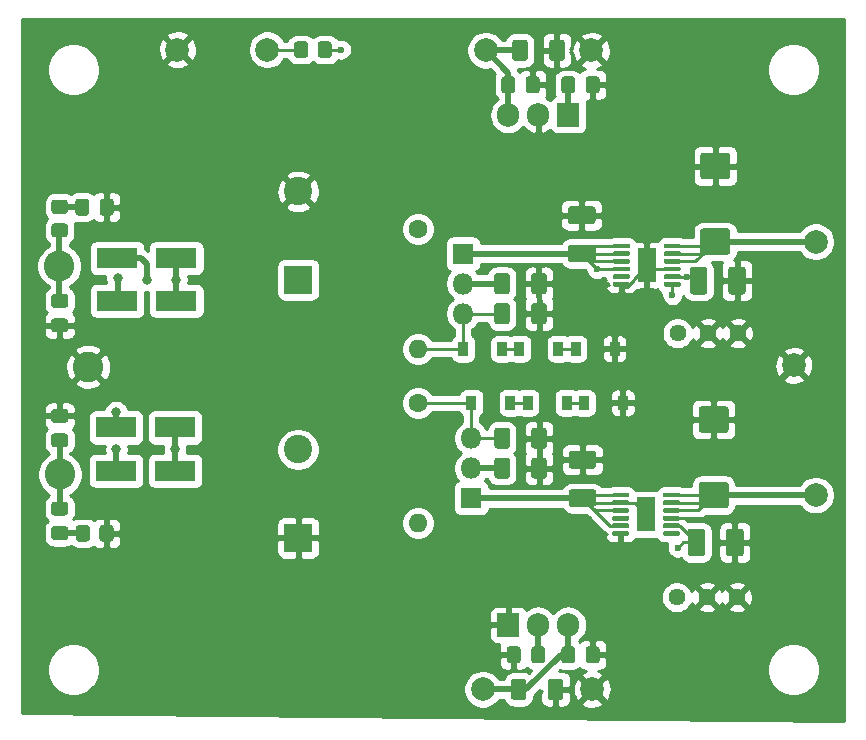
<source format=gbr>
G04 #@! TF.GenerationSoftware,KiCad,Pcbnew,(5.1.10-0-10_14)*
G04 #@! TF.CreationDate,2021-10-17T13:02:41+02:00*
G04 #@! TF.ProjectId,lv-lownoise-psu,6c762d6c-6f77-46e6-9f69-73652d707375,rev?*
G04 #@! TF.SameCoordinates,Original*
G04 #@! TF.FileFunction,Copper,L1,Top*
G04 #@! TF.FilePolarity,Positive*
%FSLAX46Y46*%
G04 Gerber Fmt 4.6, Leading zero omitted, Abs format (unit mm)*
G04 Created by KiCad (PCBNEW (5.1.10-0-10_14)) date 2021-10-17 13:02:41*
%MOMM*%
%LPD*%
G01*
G04 APERTURE LIST*
G04 #@! TA.AperFunction,SMDPad,CuDef*
%ADD10R,1.650000X2.850000*%
G04 #@! TD*
G04 #@! TA.AperFunction,ComponentPad*
%ADD11C,2.000000*%
G04 #@! TD*
G04 #@! TA.AperFunction,SMDPad,CuDef*
%ADD12R,0.900000X1.200000*%
G04 #@! TD*
G04 #@! TA.AperFunction,ComponentPad*
%ADD13O,1.600000X1.600000*%
G04 #@! TD*
G04 #@! TA.AperFunction,ComponentPad*
%ADD14C,1.600000*%
G04 #@! TD*
G04 #@! TA.AperFunction,ComponentPad*
%ADD15O,1.800000X1.800000*%
G04 #@! TD*
G04 #@! TA.AperFunction,ComponentPad*
%ADD16R,1.800000X1.800000*%
G04 #@! TD*
G04 #@! TA.AperFunction,ComponentPad*
%ADD17O,1.905000X2.000000*%
G04 #@! TD*
G04 #@! TA.AperFunction,ComponentPad*
%ADD18R,1.905000X2.000000*%
G04 #@! TD*
G04 #@! TA.AperFunction,SMDPad,CuDef*
%ADD19R,3.500000X1.800000*%
G04 #@! TD*
G04 #@! TA.AperFunction,ComponentPad*
%ADD20C,2.400000*%
G04 #@! TD*
G04 #@! TA.AperFunction,ComponentPad*
%ADD21R,2.400000X2.400000*%
G04 #@! TD*
G04 #@! TA.AperFunction,ComponentPad*
%ADD22C,1.440000*%
G04 #@! TD*
G04 #@! TA.AperFunction,ComponentPad*
%ADD23C,2.600000*%
G04 #@! TD*
G04 #@! TA.AperFunction,ViaPad*
%ADD24C,0.800000*%
G04 #@! TD*
G04 #@! TA.AperFunction,ViaPad*
%ADD25C,0.600000*%
G04 #@! TD*
G04 #@! TA.AperFunction,Conductor*
%ADD26C,0.250000*%
G04 #@! TD*
G04 #@! TA.AperFunction,Conductor*
%ADD27C,0.500000*%
G04 #@! TD*
G04 #@! TA.AperFunction,Conductor*
%ADD28C,0.254000*%
G04 #@! TD*
G04 #@! TA.AperFunction,Conductor*
%ADD29C,0.100000*%
G04 #@! TD*
G04 APERTURE END LIST*
D10*
X133595000Y-70649500D03*
G04 #@! TA.AperFunction,SMDPad,CuDef*
G36*
G01*
X135020000Y-69124500D02*
X135020000Y-68924500D01*
G75*
G02*
X135120000Y-68824500I100000J0D01*
G01*
X136370000Y-68824500D01*
G75*
G02*
X136470000Y-68924500I0J-100000D01*
G01*
X136470000Y-69124500D01*
G75*
G02*
X136370000Y-69224500I-100000J0D01*
G01*
X135120000Y-69224500D01*
G75*
G02*
X135020000Y-69124500I0J100000D01*
G01*
G37*
G04 #@! TD.AperFunction*
G04 #@! TA.AperFunction,SMDPad,CuDef*
G36*
G01*
X135020000Y-69774500D02*
X135020000Y-69574500D01*
G75*
G02*
X135120000Y-69474500I100000J0D01*
G01*
X136370000Y-69474500D01*
G75*
G02*
X136470000Y-69574500I0J-100000D01*
G01*
X136470000Y-69774500D01*
G75*
G02*
X136370000Y-69874500I-100000J0D01*
G01*
X135120000Y-69874500D01*
G75*
G02*
X135020000Y-69774500I0J100000D01*
G01*
G37*
G04 #@! TD.AperFunction*
G04 #@! TA.AperFunction,SMDPad,CuDef*
G36*
G01*
X135020000Y-70424500D02*
X135020000Y-70224500D01*
G75*
G02*
X135120000Y-70124500I100000J0D01*
G01*
X136370000Y-70124500D01*
G75*
G02*
X136470000Y-70224500I0J-100000D01*
G01*
X136470000Y-70424500D01*
G75*
G02*
X136370000Y-70524500I-100000J0D01*
G01*
X135120000Y-70524500D01*
G75*
G02*
X135020000Y-70424500I0J100000D01*
G01*
G37*
G04 #@! TD.AperFunction*
G04 #@! TA.AperFunction,SMDPad,CuDef*
G36*
G01*
X135020000Y-71074500D02*
X135020000Y-70874500D01*
G75*
G02*
X135120000Y-70774500I100000J0D01*
G01*
X136370000Y-70774500D01*
G75*
G02*
X136470000Y-70874500I0J-100000D01*
G01*
X136470000Y-71074500D01*
G75*
G02*
X136370000Y-71174500I-100000J0D01*
G01*
X135120000Y-71174500D01*
G75*
G02*
X135020000Y-71074500I0J100000D01*
G01*
G37*
G04 #@! TD.AperFunction*
G04 #@! TA.AperFunction,SMDPad,CuDef*
G36*
G01*
X135020000Y-71724500D02*
X135020000Y-71524500D01*
G75*
G02*
X135120000Y-71424500I100000J0D01*
G01*
X136370000Y-71424500D01*
G75*
G02*
X136470000Y-71524500I0J-100000D01*
G01*
X136470000Y-71724500D01*
G75*
G02*
X136370000Y-71824500I-100000J0D01*
G01*
X135120000Y-71824500D01*
G75*
G02*
X135020000Y-71724500I0J100000D01*
G01*
G37*
G04 #@! TD.AperFunction*
G04 #@! TA.AperFunction,SMDPad,CuDef*
G36*
G01*
X135020000Y-72374500D02*
X135020000Y-72174500D01*
G75*
G02*
X135120000Y-72074500I100000J0D01*
G01*
X136370000Y-72074500D01*
G75*
G02*
X136470000Y-72174500I0J-100000D01*
G01*
X136470000Y-72374500D01*
G75*
G02*
X136370000Y-72474500I-100000J0D01*
G01*
X135120000Y-72474500D01*
G75*
G02*
X135020000Y-72374500I0J100000D01*
G01*
G37*
G04 #@! TD.AperFunction*
G04 #@! TA.AperFunction,SMDPad,CuDef*
G36*
G01*
X130720000Y-72374500D02*
X130720000Y-72174500D01*
G75*
G02*
X130820000Y-72074500I100000J0D01*
G01*
X132070000Y-72074500D01*
G75*
G02*
X132170000Y-72174500I0J-100000D01*
G01*
X132170000Y-72374500D01*
G75*
G02*
X132070000Y-72474500I-100000J0D01*
G01*
X130820000Y-72474500D01*
G75*
G02*
X130720000Y-72374500I0J100000D01*
G01*
G37*
G04 #@! TD.AperFunction*
G04 #@! TA.AperFunction,SMDPad,CuDef*
G36*
G01*
X130720000Y-71724500D02*
X130720000Y-71524500D01*
G75*
G02*
X130820000Y-71424500I100000J0D01*
G01*
X132070000Y-71424500D01*
G75*
G02*
X132170000Y-71524500I0J-100000D01*
G01*
X132170000Y-71724500D01*
G75*
G02*
X132070000Y-71824500I-100000J0D01*
G01*
X130820000Y-71824500D01*
G75*
G02*
X130720000Y-71724500I0J100000D01*
G01*
G37*
G04 #@! TD.AperFunction*
G04 #@! TA.AperFunction,SMDPad,CuDef*
G36*
G01*
X130720000Y-71074500D02*
X130720000Y-70874500D01*
G75*
G02*
X130820000Y-70774500I100000J0D01*
G01*
X132070000Y-70774500D01*
G75*
G02*
X132170000Y-70874500I0J-100000D01*
G01*
X132170000Y-71074500D01*
G75*
G02*
X132070000Y-71174500I-100000J0D01*
G01*
X130820000Y-71174500D01*
G75*
G02*
X130720000Y-71074500I0J100000D01*
G01*
G37*
G04 #@! TD.AperFunction*
G04 #@! TA.AperFunction,SMDPad,CuDef*
G36*
G01*
X130720000Y-70424500D02*
X130720000Y-70224500D01*
G75*
G02*
X130820000Y-70124500I100000J0D01*
G01*
X132070000Y-70124500D01*
G75*
G02*
X132170000Y-70224500I0J-100000D01*
G01*
X132170000Y-70424500D01*
G75*
G02*
X132070000Y-70524500I-100000J0D01*
G01*
X130820000Y-70524500D01*
G75*
G02*
X130720000Y-70424500I0J100000D01*
G01*
G37*
G04 #@! TD.AperFunction*
G04 #@! TA.AperFunction,SMDPad,CuDef*
G36*
G01*
X130720000Y-69774500D02*
X130720000Y-69574500D01*
G75*
G02*
X130820000Y-69474500I100000J0D01*
G01*
X132070000Y-69474500D01*
G75*
G02*
X132170000Y-69574500I0J-100000D01*
G01*
X132170000Y-69774500D01*
G75*
G02*
X132070000Y-69874500I-100000J0D01*
G01*
X130820000Y-69874500D01*
G75*
G02*
X130720000Y-69774500I0J100000D01*
G01*
G37*
G04 #@! TD.AperFunction*
G04 #@! TA.AperFunction,SMDPad,CuDef*
G36*
G01*
X130720000Y-69124500D02*
X130720000Y-68924500D01*
G75*
G02*
X130820000Y-68824500I100000J0D01*
G01*
X132070000Y-68824500D01*
G75*
G02*
X132170000Y-68924500I0J-100000D01*
G01*
X132170000Y-69124500D01*
G75*
G02*
X132070000Y-69224500I-100000J0D01*
G01*
X130820000Y-69224500D01*
G75*
G02*
X130720000Y-69124500I0J100000D01*
G01*
G37*
G04 #@! TD.AperFunction*
X133658500Y-49552500D03*
G04 #@! TA.AperFunction,SMDPad,CuDef*
G36*
G01*
X135083500Y-48027500D02*
X135083500Y-47827500D01*
G75*
G02*
X135183500Y-47727500I100000J0D01*
G01*
X136433500Y-47727500D01*
G75*
G02*
X136533500Y-47827500I0J-100000D01*
G01*
X136533500Y-48027500D01*
G75*
G02*
X136433500Y-48127500I-100000J0D01*
G01*
X135183500Y-48127500D01*
G75*
G02*
X135083500Y-48027500I0J100000D01*
G01*
G37*
G04 #@! TD.AperFunction*
G04 #@! TA.AperFunction,SMDPad,CuDef*
G36*
G01*
X135083500Y-48677500D02*
X135083500Y-48477500D01*
G75*
G02*
X135183500Y-48377500I100000J0D01*
G01*
X136433500Y-48377500D01*
G75*
G02*
X136533500Y-48477500I0J-100000D01*
G01*
X136533500Y-48677500D01*
G75*
G02*
X136433500Y-48777500I-100000J0D01*
G01*
X135183500Y-48777500D01*
G75*
G02*
X135083500Y-48677500I0J100000D01*
G01*
G37*
G04 #@! TD.AperFunction*
G04 #@! TA.AperFunction,SMDPad,CuDef*
G36*
G01*
X135083500Y-49327500D02*
X135083500Y-49127500D01*
G75*
G02*
X135183500Y-49027500I100000J0D01*
G01*
X136433500Y-49027500D01*
G75*
G02*
X136533500Y-49127500I0J-100000D01*
G01*
X136533500Y-49327500D01*
G75*
G02*
X136433500Y-49427500I-100000J0D01*
G01*
X135183500Y-49427500D01*
G75*
G02*
X135083500Y-49327500I0J100000D01*
G01*
G37*
G04 #@! TD.AperFunction*
G04 #@! TA.AperFunction,SMDPad,CuDef*
G36*
G01*
X135083500Y-49977500D02*
X135083500Y-49777500D01*
G75*
G02*
X135183500Y-49677500I100000J0D01*
G01*
X136433500Y-49677500D01*
G75*
G02*
X136533500Y-49777500I0J-100000D01*
G01*
X136533500Y-49977500D01*
G75*
G02*
X136433500Y-50077500I-100000J0D01*
G01*
X135183500Y-50077500D01*
G75*
G02*
X135083500Y-49977500I0J100000D01*
G01*
G37*
G04 #@! TD.AperFunction*
G04 #@! TA.AperFunction,SMDPad,CuDef*
G36*
G01*
X135083500Y-50627500D02*
X135083500Y-50427500D01*
G75*
G02*
X135183500Y-50327500I100000J0D01*
G01*
X136433500Y-50327500D01*
G75*
G02*
X136533500Y-50427500I0J-100000D01*
G01*
X136533500Y-50627500D01*
G75*
G02*
X136433500Y-50727500I-100000J0D01*
G01*
X135183500Y-50727500D01*
G75*
G02*
X135083500Y-50627500I0J100000D01*
G01*
G37*
G04 #@! TD.AperFunction*
G04 #@! TA.AperFunction,SMDPad,CuDef*
G36*
G01*
X135083500Y-51277500D02*
X135083500Y-51077500D01*
G75*
G02*
X135183500Y-50977500I100000J0D01*
G01*
X136433500Y-50977500D01*
G75*
G02*
X136533500Y-51077500I0J-100000D01*
G01*
X136533500Y-51277500D01*
G75*
G02*
X136433500Y-51377500I-100000J0D01*
G01*
X135183500Y-51377500D01*
G75*
G02*
X135083500Y-51277500I0J100000D01*
G01*
G37*
G04 #@! TD.AperFunction*
G04 #@! TA.AperFunction,SMDPad,CuDef*
G36*
G01*
X130783500Y-51277500D02*
X130783500Y-51077500D01*
G75*
G02*
X130883500Y-50977500I100000J0D01*
G01*
X132133500Y-50977500D01*
G75*
G02*
X132233500Y-51077500I0J-100000D01*
G01*
X132233500Y-51277500D01*
G75*
G02*
X132133500Y-51377500I-100000J0D01*
G01*
X130883500Y-51377500D01*
G75*
G02*
X130783500Y-51277500I0J100000D01*
G01*
G37*
G04 #@! TD.AperFunction*
G04 #@! TA.AperFunction,SMDPad,CuDef*
G36*
G01*
X130783500Y-50627500D02*
X130783500Y-50427500D01*
G75*
G02*
X130883500Y-50327500I100000J0D01*
G01*
X132133500Y-50327500D01*
G75*
G02*
X132233500Y-50427500I0J-100000D01*
G01*
X132233500Y-50627500D01*
G75*
G02*
X132133500Y-50727500I-100000J0D01*
G01*
X130883500Y-50727500D01*
G75*
G02*
X130783500Y-50627500I0J100000D01*
G01*
G37*
G04 #@! TD.AperFunction*
G04 #@! TA.AperFunction,SMDPad,CuDef*
G36*
G01*
X130783500Y-49977500D02*
X130783500Y-49777500D01*
G75*
G02*
X130883500Y-49677500I100000J0D01*
G01*
X132133500Y-49677500D01*
G75*
G02*
X132233500Y-49777500I0J-100000D01*
G01*
X132233500Y-49977500D01*
G75*
G02*
X132133500Y-50077500I-100000J0D01*
G01*
X130883500Y-50077500D01*
G75*
G02*
X130783500Y-49977500I0J100000D01*
G01*
G37*
G04 #@! TD.AperFunction*
G04 #@! TA.AperFunction,SMDPad,CuDef*
G36*
G01*
X130783500Y-49327500D02*
X130783500Y-49127500D01*
G75*
G02*
X130883500Y-49027500I100000J0D01*
G01*
X132133500Y-49027500D01*
G75*
G02*
X132233500Y-49127500I0J-100000D01*
G01*
X132233500Y-49327500D01*
G75*
G02*
X132133500Y-49427500I-100000J0D01*
G01*
X130883500Y-49427500D01*
G75*
G02*
X130783500Y-49327500I0J100000D01*
G01*
G37*
G04 #@! TD.AperFunction*
G04 #@! TA.AperFunction,SMDPad,CuDef*
G36*
G01*
X130783500Y-48677500D02*
X130783500Y-48477500D01*
G75*
G02*
X130883500Y-48377500I100000J0D01*
G01*
X132133500Y-48377500D01*
G75*
G02*
X132233500Y-48477500I0J-100000D01*
G01*
X132233500Y-48677500D01*
G75*
G02*
X132133500Y-48777500I-100000J0D01*
G01*
X130883500Y-48777500D01*
G75*
G02*
X130783500Y-48677500I0J100000D01*
G01*
G37*
G04 #@! TD.AperFunction*
G04 #@! TA.AperFunction,SMDPad,CuDef*
G36*
G01*
X130783500Y-48027500D02*
X130783500Y-47827500D01*
G75*
G02*
X130883500Y-47727500I100000J0D01*
G01*
X132133500Y-47727500D01*
G75*
G02*
X132233500Y-47827500I0J-100000D01*
G01*
X132233500Y-48027500D01*
G75*
G02*
X132133500Y-48127500I-100000J0D01*
G01*
X130883500Y-48127500D01*
G75*
G02*
X130783500Y-48027500I0J100000D01*
G01*
G37*
G04 #@! TD.AperFunction*
G04 #@! TA.AperFunction,SMDPad,CuDef*
G36*
G01*
X122074500Y-66088499D02*
X122074500Y-67388501D01*
G75*
G02*
X121824501Y-67638500I-249999J0D01*
G01*
X120999499Y-67638500D01*
G75*
G02*
X120749500Y-67388501I0J249999D01*
G01*
X120749500Y-66088499D01*
G75*
G02*
X120999499Y-65838500I249999J0D01*
G01*
X121824501Y-65838500D01*
G75*
G02*
X122074500Y-66088499I0J-249999D01*
G01*
G37*
G04 #@! TD.AperFunction*
G04 #@! TA.AperFunction,SMDPad,CuDef*
G36*
G01*
X125199500Y-66088499D02*
X125199500Y-67388501D01*
G75*
G02*
X124949501Y-67638500I-249999J0D01*
G01*
X124124499Y-67638500D01*
G75*
G02*
X123874500Y-67388501I0J249999D01*
G01*
X123874500Y-66088499D01*
G75*
G02*
X124124499Y-65838500I249999J0D01*
G01*
X124949501Y-65838500D01*
G75*
G02*
X125199500Y-66088499I0J-249999D01*
G01*
G37*
G04 #@! TD.AperFunction*
G04 #@! TA.AperFunction,SMDPad,CuDef*
G36*
G01*
X123861000Y-51767501D02*
X123861000Y-50467499D01*
G75*
G02*
X124110999Y-50217500I249999J0D01*
G01*
X124936001Y-50217500D01*
G75*
G02*
X125186000Y-50467499I0J-249999D01*
G01*
X125186000Y-51767501D01*
G75*
G02*
X124936001Y-52017500I-249999J0D01*
G01*
X124110999Y-52017500D01*
G75*
G02*
X123861000Y-51767501I0J249999D01*
G01*
G37*
G04 #@! TD.AperFunction*
G04 #@! TA.AperFunction,SMDPad,CuDef*
G36*
G01*
X120736000Y-51767501D02*
X120736000Y-50467499D01*
G75*
G02*
X120985999Y-50217500I249999J0D01*
G01*
X121811001Y-50217500D01*
G75*
G02*
X122061000Y-50467499I0J-249999D01*
G01*
X122061000Y-51767501D01*
G75*
G02*
X121811001Y-52017500I-249999J0D01*
G01*
X120985999Y-52017500D01*
G75*
G02*
X120736000Y-51767501I0J249999D01*
G01*
G37*
G04 #@! TD.AperFunction*
G04 #@! TA.AperFunction,SMDPad,CuDef*
G36*
G01*
X138608500Y-72100000D02*
X138608500Y-73950000D01*
G75*
G02*
X138358500Y-74200000I-250000J0D01*
G01*
X137358500Y-74200000D01*
G75*
G02*
X137108500Y-73950000I0J250000D01*
G01*
X137108500Y-72100000D01*
G75*
G02*
X137358500Y-71850000I250000J0D01*
G01*
X138358500Y-71850000D01*
G75*
G02*
X138608500Y-72100000I0J-250000D01*
G01*
G37*
G04 #@! TD.AperFunction*
G04 #@! TA.AperFunction,SMDPad,CuDef*
G36*
G01*
X141858500Y-72100000D02*
X141858500Y-73950000D01*
G75*
G02*
X141608500Y-74200000I-250000J0D01*
G01*
X140608500Y-74200000D01*
G75*
G02*
X140358500Y-73950000I0J250000D01*
G01*
X140358500Y-72100000D01*
G75*
G02*
X140608500Y-71850000I250000J0D01*
G01*
X141608500Y-71850000D01*
G75*
G02*
X141858500Y-72100000I0J-250000D01*
G01*
G37*
G04 #@! TD.AperFunction*
G04 #@! TA.AperFunction,SMDPad,CuDef*
G36*
G01*
X127281500Y-68528500D02*
X129131500Y-68528500D01*
G75*
G02*
X129381500Y-68778500I0J-250000D01*
G01*
X129381500Y-69778500D01*
G75*
G02*
X129131500Y-70028500I-250000J0D01*
G01*
X127281500Y-70028500D01*
G75*
G02*
X127031500Y-69778500I0J250000D01*
G01*
X127031500Y-68778500D01*
G75*
G02*
X127281500Y-68528500I250000J0D01*
G01*
G37*
G04 #@! TD.AperFunction*
G04 #@! TA.AperFunction,SMDPad,CuDef*
G36*
G01*
X127281500Y-65278500D02*
X129131500Y-65278500D01*
G75*
G02*
X129381500Y-65528500I0J-250000D01*
G01*
X129381500Y-66528500D01*
G75*
G02*
X129131500Y-66778500I-250000J0D01*
G01*
X127281500Y-66778500D01*
G75*
G02*
X127031500Y-66528500I0J250000D01*
G01*
X127031500Y-65528500D01*
G75*
G02*
X127281500Y-65278500I250000J0D01*
G01*
G37*
G04 #@! TD.AperFunction*
G04 #@! TA.AperFunction,SMDPad,CuDef*
G36*
G01*
X140549000Y-51788500D02*
X140549000Y-49938500D01*
G75*
G02*
X140799000Y-49688500I250000J0D01*
G01*
X141799000Y-49688500D01*
G75*
G02*
X142049000Y-49938500I0J-250000D01*
G01*
X142049000Y-51788500D01*
G75*
G02*
X141799000Y-52038500I-250000J0D01*
G01*
X140799000Y-52038500D01*
G75*
G02*
X140549000Y-51788500I0J250000D01*
G01*
G37*
G04 #@! TD.AperFunction*
G04 #@! TA.AperFunction,SMDPad,CuDef*
G36*
G01*
X137299000Y-51788500D02*
X137299000Y-49938500D01*
G75*
G02*
X137549000Y-49688500I250000J0D01*
G01*
X138549000Y-49688500D01*
G75*
G02*
X138799000Y-49938500I0J-250000D01*
G01*
X138799000Y-51788500D01*
G75*
G02*
X138549000Y-52038500I-250000J0D01*
G01*
X137549000Y-52038500D01*
G75*
G02*
X137299000Y-51788500I0J250000D01*
G01*
G37*
G04 #@! TD.AperFunction*
G04 #@! TA.AperFunction,SMDPad,CuDef*
G36*
G01*
X129068000Y-46077500D02*
X127218000Y-46077500D01*
G75*
G02*
X126968000Y-45827500I0J250000D01*
G01*
X126968000Y-44827500D01*
G75*
G02*
X127218000Y-44577500I250000J0D01*
G01*
X129068000Y-44577500D01*
G75*
G02*
X129318000Y-44827500I0J-250000D01*
G01*
X129318000Y-45827500D01*
G75*
G02*
X129068000Y-46077500I-250000J0D01*
G01*
G37*
G04 #@! TD.AperFunction*
G04 #@! TA.AperFunction,SMDPad,CuDef*
G36*
G01*
X129068000Y-49327500D02*
X127218000Y-49327500D01*
G75*
G02*
X126968000Y-49077500I0J250000D01*
G01*
X126968000Y-48077500D01*
G75*
G02*
X127218000Y-47827500I250000J0D01*
G01*
X129068000Y-47827500D01*
G75*
G02*
X129318000Y-48077500I0J-250000D01*
G01*
X129318000Y-49077500D01*
G75*
G02*
X129068000Y-49327500I-250000J0D01*
G01*
G37*
G04 #@! TD.AperFunction*
G04 #@! TA.AperFunction,SMDPad,CuDef*
G36*
G01*
X122074500Y-63548499D02*
X122074500Y-64848501D01*
G75*
G02*
X121824501Y-65098500I-249999J0D01*
G01*
X120999499Y-65098500D01*
G75*
G02*
X120749500Y-64848501I0J249999D01*
G01*
X120749500Y-63548499D01*
G75*
G02*
X120999499Y-63298500I249999J0D01*
G01*
X121824501Y-63298500D01*
G75*
G02*
X122074500Y-63548499I0J-249999D01*
G01*
G37*
G04 #@! TD.AperFunction*
G04 #@! TA.AperFunction,SMDPad,CuDef*
G36*
G01*
X125199500Y-63548499D02*
X125199500Y-64848501D01*
G75*
G02*
X124949501Y-65098500I-249999J0D01*
G01*
X124124499Y-65098500D01*
G75*
G02*
X123874500Y-64848501I0J249999D01*
G01*
X123874500Y-63548499D01*
G75*
G02*
X124124499Y-63298500I249999J0D01*
G01*
X124949501Y-63298500D01*
G75*
G02*
X125199500Y-63548499I0J-249999D01*
G01*
G37*
G04 #@! TD.AperFunction*
G04 #@! TA.AperFunction,SMDPad,CuDef*
G36*
G01*
X123874500Y-54307501D02*
X123874500Y-53007499D01*
G75*
G02*
X124124499Y-52757500I249999J0D01*
G01*
X124949501Y-52757500D01*
G75*
G02*
X125199500Y-53007499I0J-249999D01*
G01*
X125199500Y-54307501D01*
G75*
G02*
X124949501Y-54557500I-249999J0D01*
G01*
X124124499Y-54557500D01*
G75*
G02*
X123874500Y-54307501I0J249999D01*
G01*
G37*
G04 #@! TD.AperFunction*
G04 #@! TA.AperFunction,SMDPad,CuDef*
G36*
G01*
X120749500Y-54307501D02*
X120749500Y-53007499D01*
G75*
G02*
X120999499Y-52757500I249999J0D01*
G01*
X121824501Y-52757500D01*
G75*
G02*
X122074500Y-53007499I0J-249999D01*
G01*
X122074500Y-54307501D01*
G75*
G02*
X121824501Y-54557500I-249999J0D01*
G01*
X120999499Y-54557500D01*
G75*
G02*
X120749500Y-54307501I0J249999D01*
G01*
G37*
G04 #@! TD.AperFunction*
D11*
X119761000Y-85471000D03*
X129032000Y-85471000D03*
X128968500Y-31369000D03*
X120015000Y-31369000D03*
X93916500Y-31305500D03*
X101536500Y-31305500D03*
X147955000Y-69024500D03*
X146113500Y-58039000D03*
X147955000Y-47561500D03*
D12*
X123571000Y-61214000D03*
X126871000Y-61214000D03*
X128333500Y-61214000D03*
X131633500Y-61214000D03*
X130935000Y-56642000D03*
X127635000Y-56642000D03*
X126172500Y-56642000D03*
X122872500Y-56642000D03*
G04 #@! TA.AperFunction,SMDPad,CuDef*
G36*
G01*
X123471500Y-84820998D02*
X123471500Y-86121002D01*
G75*
G02*
X123221502Y-86371000I-249998J0D01*
G01*
X122396498Y-86371000D01*
G75*
G02*
X122146500Y-86121002I0J249998D01*
G01*
X122146500Y-84820998D01*
G75*
G02*
X122396498Y-84571000I249998J0D01*
G01*
X123221502Y-84571000D01*
G75*
G02*
X123471500Y-84820998I0J-249998D01*
G01*
G37*
G04 #@! TD.AperFunction*
G04 #@! TA.AperFunction,SMDPad,CuDef*
G36*
G01*
X126596500Y-84820998D02*
X126596500Y-86121002D01*
G75*
G02*
X126346502Y-86371000I-249998J0D01*
G01*
X125521498Y-86371000D01*
G75*
G02*
X125271500Y-86121002I0J249998D01*
G01*
X125271500Y-84820998D01*
G75*
G02*
X125521498Y-84571000I249998J0D01*
G01*
X126346502Y-84571000D01*
G75*
G02*
X126596500Y-84820998I0J-249998D01*
G01*
G37*
G04 #@! TD.AperFunction*
G04 #@! TA.AperFunction,SMDPad,CuDef*
G36*
G01*
X125385000Y-32019002D02*
X125385000Y-30718998D01*
G75*
G02*
X125634998Y-30469000I249998J0D01*
G01*
X126460002Y-30469000D01*
G75*
G02*
X126710000Y-30718998I0J-249998D01*
G01*
X126710000Y-32019002D01*
G75*
G02*
X126460002Y-32269000I-249998J0D01*
G01*
X125634998Y-32269000D01*
G75*
G02*
X125385000Y-32019002I0J249998D01*
G01*
G37*
G04 #@! TD.AperFunction*
G04 #@! TA.AperFunction,SMDPad,CuDef*
G36*
G01*
X122260000Y-32019002D02*
X122260000Y-30718998D01*
G75*
G02*
X122509998Y-30469000I249998J0D01*
G01*
X123335002Y-30469000D01*
G75*
G02*
X123585000Y-30718998I0J-249998D01*
G01*
X123585000Y-32019002D01*
G75*
G02*
X123335002Y-32269000I-249998J0D01*
G01*
X122509998Y-32269000D01*
G75*
G02*
X122260000Y-32019002I0J249998D01*
G01*
G37*
G04 #@! TD.AperFunction*
G04 #@! TA.AperFunction,SMDPad,CuDef*
G36*
G01*
X123407500Y-34765000D02*
X123407500Y-33815000D01*
G75*
G02*
X123657500Y-33565000I250000J0D01*
G01*
X124332500Y-33565000D01*
G75*
G02*
X124582500Y-33815000I0J-250000D01*
G01*
X124582500Y-34765000D01*
G75*
G02*
X124332500Y-35015000I-250000J0D01*
G01*
X123657500Y-35015000D01*
G75*
G02*
X123407500Y-34765000I0J250000D01*
G01*
G37*
G04 #@! TD.AperFunction*
G04 #@! TA.AperFunction,SMDPad,CuDef*
G36*
G01*
X121332500Y-34765000D02*
X121332500Y-33815000D01*
G75*
G02*
X121582500Y-33565000I250000J0D01*
G01*
X122257500Y-33565000D01*
G75*
G02*
X122507500Y-33815000I0J-250000D01*
G01*
X122507500Y-34765000D01*
G75*
G02*
X122257500Y-35015000I-250000J0D01*
G01*
X121582500Y-35015000D01*
G75*
G02*
X121332500Y-34765000I0J250000D01*
G01*
G37*
G04 #@! TD.AperFunction*
D13*
X114300000Y-71374000D03*
D14*
X114300000Y-61214000D03*
D13*
X114300000Y-56642000D03*
D14*
X114300000Y-46482000D03*
G04 #@! TA.AperFunction,SMDPad,CuDef*
G36*
G01*
X83496999Y-46009000D02*
X84397001Y-46009000D01*
G75*
G02*
X84647000Y-46258999I0J-249999D01*
G01*
X84647000Y-46959001D01*
G75*
G02*
X84397001Y-47209000I-249999J0D01*
G01*
X83496999Y-47209000D01*
G75*
G02*
X83247000Y-46959001I0J249999D01*
G01*
X83247000Y-46258999D01*
G75*
G02*
X83496999Y-46009000I249999J0D01*
G01*
G37*
G04 #@! TD.AperFunction*
G04 #@! TA.AperFunction,SMDPad,CuDef*
G36*
G01*
X83496999Y-44009000D02*
X84397001Y-44009000D01*
G75*
G02*
X84647000Y-44258999I0J-249999D01*
G01*
X84647000Y-44959001D01*
G75*
G02*
X84397001Y-45209000I-249999J0D01*
G01*
X83496999Y-45209000D01*
G75*
G02*
X83247000Y-44959001I0J249999D01*
G01*
X83247000Y-44258999D01*
G75*
G02*
X83496999Y-44009000I249999J0D01*
G01*
G37*
G04 #@! TD.AperFunction*
G04 #@! TA.AperFunction,SMDPad,CuDef*
G36*
G01*
X87315500Y-72713001D02*
X87315500Y-71812999D01*
G75*
G02*
X87565499Y-71563000I249999J0D01*
G01*
X88265501Y-71563000D01*
G75*
G02*
X88515500Y-71812999I0J-249999D01*
G01*
X88515500Y-72713001D01*
G75*
G02*
X88265501Y-72963000I-249999J0D01*
G01*
X87565499Y-72963000D01*
G75*
G02*
X87315500Y-72713001I0J249999D01*
G01*
G37*
G04 #@! TD.AperFunction*
G04 #@! TA.AperFunction,SMDPad,CuDef*
G36*
G01*
X85315500Y-72713001D02*
X85315500Y-71812999D01*
G75*
G02*
X85565499Y-71563000I249999J0D01*
G01*
X86265501Y-71563000D01*
G75*
G02*
X86515500Y-71812999I0J-249999D01*
G01*
X86515500Y-72713001D01*
G75*
G02*
X86265501Y-72963000I-249999J0D01*
G01*
X85565499Y-72963000D01*
G75*
G02*
X85315500Y-72713001I0J249999D01*
G01*
G37*
G04 #@! TD.AperFunction*
D15*
X118808500Y-64198500D03*
X118808500Y-66738500D03*
D16*
X118808500Y-69278500D03*
D15*
X118110000Y-53657500D03*
X118110000Y-51117500D03*
D16*
X118110000Y-48577500D03*
D12*
X118808500Y-61214000D03*
X122108500Y-61214000D03*
X121410000Y-56642000D03*
X118110000Y-56642000D03*
G04 #@! TA.AperFunction,SMDPad,CuDef*
G36*
G01*
X86439500Y-44165500D02*
X86439500Y-45115500D01*
G75*
G02*
X86189500Y-45365500I-250000J0D01*
G01*
X85514500Y-45365500D01*
G75*
G02*
X85264500Y-45115500I0J250000D01*
G01*
X85264500Y-44165500D01*
G75*
G02*
X85514500Y-43915500I250000J0D01*
G01*
X86189500Y-43915500D01*
G75*
G02*
X86439500Y-44165500I0J-250000D01*
G01*
G37*
G04 #@! TD.AperFunction*
G04 #@! TA.AperFunction,SMDPad,CuDef*
G36*
G01*
X88514500Y-44165500D02*
X88514500Y-45115500D01*
G75*
G02*
X88264500Y-45365500I-250000J0D01*
G01*
X87589500Y-45365500D01*
G75*
G02*
X87339500Y-45115500I0J250000D01*
G01*
X87339500Y-44165500D01*
G75*
G02*
X87589500Y-43915500I250000J0D01*
G01*
X88264500Y-43915500D01*
G75*
G02*
X88514500Y-44165500I0J-250000D01*
G01*
G37*
G04 #@! TD.AperFunction*
G04 #@! TA.AperFunction,SMDPad,CuDef*
G36*
G01*
X83472000Y-71655000D02*
X84422000Y-71655000D01*
G75*
G02*
X84672000Y-71905000I0J-250000D01*
G01*
X84672000Y-72580000D01*
G75*
G02*
X84422000Y-72830000I-250000J0D01*
G01*
X83472000Y-72830000D01*
G75*
G02*
X83222000Y-72580000I0J250000D01*
G01*
X83222000Y-71905000D01*
G75*
G02*
X83472000Y-71655000I250000J0D01*
G01*
G37*
G04 #@! TD.AperFunction*
G04 #@! TA.AperFunction,SMDPad,CuDef*
G36*
G01*
X83472000Y-69580000D02*
X84422000Y-69580000D01*
G75*
G02*
X84672000Y-69830000I0J-250000D01*
G01*
X84672000Y-70505000D01*
G75*
G02*
X84422000Y-70755000I-250000J0D01*
G01*
X83472000Y-70755000D01*
G75*
G02*
X83222000Y-70505000I0J250000D01*
G01*
X83222000Y-69830000D01*
G75*
G02*
X83472000Y-69580000I250000J0D01*
G01*
G37*
G04 #@! TD.AperFunction*
G04 #@! TA.AperFunction,SMDPad,CuDef*
G36*
G01*
X84422000Y-53165500D02*
X83472000Y-53165500D01*
G75*
G02*
X83222000Y-52915500I0J250000D01*
G01*
X83222000Y-52240500D01*
G75*
G02*
X83472000Y-51990500I250000J0D01*
G01*
X84422000Y-51990500D01*
G75*
G02*
X84672000Y-52240500I0J-250000D01*
G01*
X84672000Y-52915500D01*
G75*
G02*
X84422000Y-53165500I-250000J0D01*
G01*
G37*
G04 #@! TD.AperFunction*
G04 #@! TA.AperFunction,SMDPad,CuDef*
G36*
G01*
X84422000Y-55240500D02*
X83472000Y-55240500D01*
G75*
G02*
X83222000Y-54990500I0J250000D01*
G01*
X83222000Y-54315500D01*
G75*
G02*
X83472000Y-54065500I250000J0D01*
G01*
X84422000Y-54065500D01*
G75*
G02*
X84672000Y-54315500I0J-250000D01*
G01*
X84672000Y-54990500D01*
G75*
G02*
X84422000Y-55240500I-250000J0D01*
G01*
G37*
G04 #@! TD.AperFunction*
G04 #@! TA.AperFunction,SMDPad,CuDef*
G36*
G01*
X84422000Y-62901500D02*
X83472000Y-62901500D01*
G75*
G02*
X83222000Y-62651500I0J250000D01*
G01*
X83222000Y-61976500D01*
G75*
G02*
X83472000Y-61726500I250000J0D01*
G01*
X84422000Y-61726500D01*
G75*
G02*
X84672000Y-61976500I0J-250000D01*
G01*
X84672000Y-62651500D01*
G75*
G02*
X84422000Y-62901500I-250000J0D01*
G01*
G37*
G04 #@! TD.AperFunction*
G04 #@! TA.AperFunction,SMDPad,CuDef*
G36*
G01*
X84422000Y-64976500D02*
X83472000Y-64976500D01*
G75*
G02*
X83222000Y-64726500I0J250000D01*
G01*
X83222000Y-64051500D01*
G75*
G02*
X83472000Y-63801500I250000J0D01*
G01*
X84422000Y-63801500D01*
G75*
G02*
X84672000Y-64051500I0J-250000D01*
G01*
X84672000Y-64726500D01*
G75*
G02*
X84422000Y-64976500I-250000J0D01*
G01*
G37*
G04 #@! TD.AperFunction*
G04 #@! TA.AperFunction,SMDPad,CuDef*
G36*
G01*
X138293999Y-67899500D02*
X140344001Y-67899500D01*
G75*
G02*
X140594000Y-68149499I0J-249999D01*
G01*
X140594000Y-69899501D01*
G75*
G02*
X140344001Y-70149500I-249999J0D01*
G01*
X138293999Y-70149500D01*
G75*
G02*
X138044000Y-69899501I0J249999D01*
G01*
X138044000Y-68149499D01*
G75*
G02*
X138293999Y-67899500I249999J0D01*
G01*
G37*
G04 #@! TD.AperFunction*
G04 #@! TA.AperFunction,SMDPad,CuDef*
G36*
G01*
X138293999Y-61499500D02*
X140344001Y-61499500D01*
G75*
G02*
X140594000Y-61749499I0J-249999D01*
G01*
X140594000Y-63499501D01*
G75*
G02*
X140344001Y-63749500I-249999J0D01*
G01*
X138293999Y-63749500D01*
G75*
G02*
X138044000Y-63499501I0J249999D01*
G01*
X138044000Y-61749499D01*
G75*
G02*
X138293999Y-61499500I249999J0D01*
G01*
G37*
G04 #@! TD.AperFunction*
G04 #@! TA.AperFunction,SMDPad,CuDef*
G36*
G01*
X140471001Y-42286500D02*
X138420999Y-42286500D01*
G75*
G02*
X138171000Y-42036501I0J249999D01*
G01*
X138171000Y-40286499D01*
G75*
G02*
X138420999Y-40036500I249999J0D01*
G01*
X140471001Y-40036500D01*
G75*
G02*
X140721000Y-40286499I0J-249999D01*
G01*
X140721000Y-42036501D01*
G75*
G02*
X140471001Y-42286500I-249999J0D01*
G01*
G37*
G04 #@! TD.AperFunction*
G04 #@! TA.AperFunction,SMDPad,CuDef*
G36*
G01*
X140471001Y-48686500D02*
X138420999Y-48686500D01*
G75*
G02*
X138171000Y-48436501I0J249999D01*
G01*
X138171000Y-46686499D01*
G75*
G02*
X138420999Y-46436500I249999J0D01*
G01*
X140471001Y-46436500D01*
G75*
G02*
X140721000Y-46686499I0J-249999D01*
G01*
X140721000Y-48436501D01*
G75*
G02*
X140471001Y-48686500I-249999J0D01*
G01*
G37*
G04 #@! TD.AperFunction*
D17*
X127000000Y-80010000D03*
X124460000Y-80010000D03*
D18*
X121920000Y-80010000D03*
D17*
X121920000Y-36830000D03*
X124460000Y-36830000D03*
D18*
X127000000Y-36830000D03*
D19*
X88827600Y-52578000D03*
X93827600Y-52578000D03*
X88827600Y-48971200D03*
X93827600Y-48971200D03*
X93726000Y-63296800D03*
X88726000Y-63296800D03*
X93726000Y-66954400D03*
X88726000Y-66954400D03*
D20*
X104140000Y-65151000D03*
D21*
X104140000Y-72651000D03*
D20*
X104140000Y-43300000D03*
D21*
X104140000Y-50800000D03*
G04 #@! TA.AperFunction,SMDPad,CuDef*
G36*
G01*
X105794000Y-31755501D02*
X105794000Y-30855499D01*
G75*
G02*
X106043999Y-30605500I249999J0D01*
G01*
X106744001Y-30605500D01*
G75*
G02*
X106994000Y-30855499I0J-249999D01*
G01*
X106994000Y-31755501D01*
G75*
G02*
X106744001Y-32005500I-249999J0D01*
G01*
X106043999Y-32005500D01*
G75*
G02*
X105794000Y-31755501I0J249999D01*
G01*
G37*
G04 #@! TD.AperFunction*
G04 #@! TA.AperFunction,SMDPad,CuDef*
G36*
G01*
X103794000Y-31755501D02*
X103794000Y-30855499D01*
G75*
G02*
X104043999Y-30605500I249999J0D01*
G01*
X104744001Y-30605500D01*
G75*
G02*
X104994000Y-30855499I0J-249999D01*
G01*
X104994000Y-31755501D01*
G75*
G02*
X104744001Y-32005500I-249999J0D01*
G01*
X104043999Y-32005500D01*
G75*
G02*
X103794000Y-31755501I0J249999D01*
G01*
G37*
G04 #@! TD.AperFunction*
G04 #@! TA.AperFunction,SMDPad,CuDef*
G36*
G01*
X127587500Y-82075000D02*
X127587500Y-83025000D01*
G75*
G02*
X127337500Y-83275000I-250000J0D01*
G01*
X126662500Y-83275000D01*
G75*
G02*
X126412500Y-83025000I0J250000D01*
G01*
X126412500Y-82075000D01*
G75*
G02*
X126662500Y-81825000I250000J0D01*
G01*
X127337500Y-81825000D01*
G75*
G02*
X127587500Y-82075000I0J-250000D01*
G01*
G37*
G04 #@! TD.AperFunction*
G04 #@! TA.AperFunction,SMDPad,CuDef*
G36*
G01*
X129662500Y-82075000D02*
X129662500Y-83025000D01*
G75*
G02*
X129412500Y-83275000I-250000J0D01*
G01*
X128737500Y-83275000D01*
G75*
G02*
X128487500Y-83025000I0J250000D01*
G01*
X128487500Y-82075000D01*
G75*
G02*
X128737500Y-81825000I250000J0D01*
G01*
X129412500Y-81825000D01*
G75*
G02*
X129662500Y-82075000I0J-250000D01*
G01*
G37*
G04 #@! TD.AperFunction*
G04 #@! TA.AperFunction,SMDPad,CuDef*
G36*
G01*
X123872500Y-83025000D02*
X123872500Y-82075000D01*
G75*
G02*
X124122500Y-81825000I250000J0D01*
G01*
X124797500Y-81825000D01*
G75*
G02*
X125047500Y-82075000I0J-250000D01*
G01*
X125047500Y-83025000D01*
G75*
G02*
X124797500Y-83275000I-250000J0D01*
G01*
X124122500Y-83275000D01*
G75*
G02*
X123872500Y-83025000I0J250000D01*
G01*
G37*
G04 #@! TD.AperFunction*
G04 #@! TA.AperFunction,SMDPad,CuDef*
G36*
G01*
X121797500Y-83025000D02*
X121797500Y-82075000D01*
G75*
G02*
X122047500Y-81825000I250000J0D01*
G01*
X122722500Y-81825000D01*
G75*
G02*
X122972500Y-82075000I0J-250000D01*
G01*
X122972500Y-83025000D01*
G75*
G02*
X122722500Y-83275000I-250000J0D01*
G01*
X122047500Y-83275000D01*
G75*
G02*
X121797500Y-83025000I0J250000D01*
G01*
G37*
G04 #@! TD.AperFunction*
G04 #@! TA.AperFunction,SMDPad,CuDef*
G36*
G01*
X128487500Y-34765000D02*
X128487500Y-33815000D01*
G75*
G02*
X128737500Y-33565000I250000J0D01*
G01*
X129412500Y-33565000D01*
G75*
G02*
X129662500Y-33815000I0J-250000D01*
G01*
X129662500Y-34765000D01*
G75*
G02*
X129412500Y-35015000I-250000J0D01*
G01*
X128737500Y-35015000D01*
G75*
G02*
X128487500Y-34765000I0J250000D01*
G01*
G37*
G04 #@! TD.AperFunction*
G04 #@! TA.AperFunction,SMDPad,CuDef*
G36*
G01*
X126412500Y-34765000D02*
X126412500Y-33815000D01*
G75*
G02*
X126662500Y-33565000I250000J0D01*
G01*
X127337500Y-33565000D01*
G75*
G02*
X127587500Y-33815000I0J-250000D01*
G01*
X127587500Y-34765000D01*
G75*
G02*
X127337500Y-35015000I-250000J0D01*
G01*
X126662500Y-35015000D01*
G75*
G02*
X126412500Y-34765000I0J250000D01*
G01*
G37*
G04 #@! TD.AperFunction*
D22*
X141287500Y-77660500D03*
X138747500Y-77660500D03*
X136207500Y-77660500D03*
X141351000Y-55308500D03*
X138811000Y-55308500D03*
X136271000Y-55308500D03*
D23*
X83921600Y-49631600D03*
X86360000Y-58166000D03*
X83972400Y-67259200D03*
D24*
X93827600Y-50800000D03*
X88849200Y-50647600D03*
X88726000Y-61997600D03*
X93726000Y-65125600D03*
D25*
X107759500Y-31305500D03*
D24*
X88747600Y-65125600D03*
X91338400Y-50800000D03*
D25*
X136271000Y-73469500D03*
X135826500Y-52070000D03*
X129443000Y-49877500D03*
X137051500Y-50527500D03*
D26*
X131445000Y-72274500D02*
X131445000Y-74612500D01*
X135745000Y-70974500D02*
X143047000Y-70974500D01*
X133983500Y-49877500D02*
X133658500Y-49552500D01*
X135808500Y-49877500D02*
X133983500Y-49877500D01*
X133658500Y-49602500D02*
X133658500Y-49552500D01*
X131708500Y-51377500D02*
X131984558Y-51377500D01*
X132558510Y-50702490D02*
X133658500Y-49602500D01*
X131984558Y-51377500D02*
X132558510Y-50803548D01*
X132558510Y-50803548D02*
X132558510Y-50702490D01*
X131508500Y-51177500D02*
X131708500Y-51377500D01*
D27*
X93827600Y-52244000D02*
X93798400Y-52273200D01*
X93827600Y-50800000D02*
X93827600Y-48971200D01*
X93827600Y-50800000D02*
X93827600Y-52578000D01*
X127000000Y-36830000D02*
X127000000Y-34290000D01*
X121398500Y-51117500D02*
X118110000Y-51117500D01*
X88726000Y-63296800D02*
X88726000Y-61997600D01*
X88849200Y-52556400D02*
X88827600Y-52578000D01*
X88849200Y-50647600D02*
X88849200Y-52556400D01*
X83921600Y-52552600D02*
X83947000Y-52578000D01*
X83921600Y-49631600D02*
X83921600Y-52552600D01*
X83921600Y-46634400D02*
X83947000Y-46609000D01*
X83921600Y-49631600D02*
X83921600Y-46634400D01*
X93726000Y-65125600D02*
X93726000Y-63296800D01*
X93726000Y-65125600D02*
X93726000Y-66954400D01*
X124460000Y-82550000D02*
X124460000Y-80010000D01*
X121412000Y-66738500D02*
X118808500Y-66738500D01*
D26*
X106394000Y-31305500D02*
X107759500Y-31305500D01*
D27*
X121920000Y-36830000D02*
X121920000Y-34290000D01*
X120015000Y-31369000D02*
X122922500Y-31369000D01*
X121920000Y-34290000D02*
X121920000Y-33274000D01*
X121920000Y-33274000D02*
X120015000Y-31369000D01*
X127000000Y-82550000D02*
X127000000Y-80010000D01*
X126392500Y-82550000D02*
X127000000Y-82550000D01*
X123471500Y-85471000D02*
X126392500Y-82550000D01*
X122809000Y-85471000D02*
X123471500Y-85471000D01*
X122809000Y-85471000D02*
X119761000Y-85471000D01*
D26*
X104394000Y-31305500D02*
X101536500Y-31305500D01*
X114300000Y-56642000D02*
X118110000Y-56642000D01*
X118110000Y-56642000D02*
X118110000Y-53657500D01*
X118110000Y-53657500D02*
X121412000Y-53657500D01*
X114300000Y-61214000D02*
X118808500Y-61214000D01*
X118808500Y-61214000D02*
X118808500Y-64198500D01*
X118808500Y-64198500D02*
X121412000Y-64198500D01*
X137780000Y-49227500D02*
X139446000Y-47561500D01*
X135808500Y-49227500D02*
X137780000Y-49227500D01*
X138430000Y-48577500D02*
X139446000Y-47561500D01*
X135808500Y-48577500D02*
X138430000Y-48577500D01*
X139080000Y-47927500D02*
X139446000Y-47561500D01*
X135808500Y-47927500D02*
X139080000Y-47927500D01*
D27*
X139446000Y-47561500D02*
X147955000Y-47561500D01*
D26*
X138669000Y-69674500D02*
X139319000Y-69024500D01*
X135745000Y-69674500D02*
X138669000Y-69674500D01*
X135745000Y-69024500D02*
X139319000Y-69024500D01*
X138019000Y-70324500D02*
X139319000Y-69024500D01*
X135745000Y-70324500D02*
X138019000Y-70324500D01*
D27*
X139319000Y-69024500D02*
X147955000Y-69024500D01*
X88747600Y-66932800D02*
X88726000Y-66954400D01*
X88747600Y-65125600D02*
X88747600Y-66932800D01*
X91338400Y-50800000D02*
X91338400Y-49479200D01*
X90830400Y-48971200D02*
X88827600Y-48971200D01*
X91338400Y-49479200D02*
X90830400Y-48971200D01*
X83972400Y-64477900D02*
X83883500Y-64389000D01*
X83972400Y-64414400D02*
X83947000Y-64389000D01*
X83972400Y-67259200D02*
X83972400Y-64414400D01*
X83947000Y-67284600D02*
X83972400Y-67259200D01*
X83947000Y-70167500D02*
X83947000Y-67284600D01*
X83967500Y-72263000D02*
X83947000Y-72242500D01*
X85915500Y-72263000D02*
X83967500Y-72263000D01*
X83978500Y-44640500D02*
X83947000Y-44609000D01*
X85852000Y-44640500D02*
X83978500Y-44640500D01*
D26*
X136458000Y-71624500D02*
X137858500Y-73025000D01*
X135745000Y-71624500D02*
X136458000Y-71624500D01*
X136715500Y-73025000D02*
X136271000Y-73469500D01*
X137858500Y-73025000D02*
X136715500Y-73025000D01*
X121410000Y-56642000D02*
X122872500Y-56642000D01*
X122108500Y-61214000D02*
X123571000Y-61214000D01*
X126172500Y-56642000D02*
X127635000Y-56642000D01*
X126871000Y-61214000D02*
X128333500Y-61214000D01*
X128412000Y-48308500D02*
X128143000Y-48577500D01*
X128793000Y-47927500D02*
X128143000Y-48577500D01*
X131508500Y-47927500D02*
X128793000Y-47927500D01*
X131508500Y-48577500D02*
X128143000Y-48577500D01*
X128793000Y-49227500D02*
X128143000Y-48577500D01*
X131508500Y-49227500D02*
X128793000Y-49227500D01*
X129443000Y-49877500D02*
X128143000Y-48577500D01*
X131508500Y-49877500D02*
X129443000Y-49877500D01*
X135808500Y-52052000D02*
X135826500Y-52070000D01*
X135808500Y-51177500D02*
X135808500Y-52052000D01*
D27*
X118110000Y-48577500D02*
X128143000Y-48577500D01*
D26*
X138030500Y-50527500D02*
X138049000Y-50546000D01*
X135808500Y-50527500D02*
X137051500Y-50527500D01*
X137713000Y-50527500D02*
X138049000Y-50863500D01*
X137051500Y-50527500D02*
X137713000Y-50527500D01*
D27*
X118822000Y-69265000D02*
X118808500Y-69278500D01*
D26*
X128460500Y-69024500D02*
X128206500Y-69278500D01*
X131445000Y-69024500D02*
X128460500Y-69024500D01*
X128602500Y-69674500D02*
X128206500Y-69278500D01*
X131445000Y-69674500D02*
X128602500Y-69674500D01*
X129252500Y-70324500D02*
X128206500Y-69278500D01*
X131445000Y-70324500D02*
X129252500Y-70324500D01*
X130552500Y-71624500D02*
X128206500Y-69278500D01*
X131445000Y-71624500D02*
X130552500Y-71624500D01*
X132620000Y-69674500D02*
X133595000Y-70649500D01*
X131445000Y-69674500D02*
X132620000Y-69674500D01*
D27*
X118808500Y-69278500D02*
X128206500Y-69278500D01*
D28*
X150368000Y-88136840D02*
X80772000Y-87504149D01*
X80772000Y-83599872D01*
X82855000Y-83599872D01*
X82855000Y-84040128D01*
X82940890Y-84471925D01*
X83109369Y-84878669D01*
X83353962Y-85244729D01*
X83665271Y-85556038D01*
X84031331Y-85800631D01*
X84438075Y-85969110D01*
X84869872Y-86055000D01*
X85310128Y-86055000D01*
X85741925Y-85969110D01*
X86148669Y-85800631D01*
X86514729Y-85556038D01*
X86760800Y-85309967D01*
X118126000Y-85309967D01*
X118126000Y-85632033D01*
X118188832Y-85947912D01*
X118312082Y-86245463D01*
X118491013Y-86513252D01*
X118718748Y-86740987D01*
X118986537Y-86919918D01*
X119284088Y-87043168D01*
X119599967Y-87106000D01*
X119922033Y-87106000D01*
X120237912Y-87043168D01*
X120535463Y-86919918D01*
X120803252Y-86740987D01*
X121030987Y-86513252D01*
X121136059Y-86356000D01*
X121544222Y-86356000D01*
X121576028Y-86460852D01*
X121658095Y-86614387D01*
X121768538Y-86748962D01*
X121903113Y-86859405D01*
X122056648Y-86941472D01*
X122223244Y-86992008D01*
X122396498Y-87009072D01*
X123221502Y-87009072D01*
X123394756Y-86992008D01*
X123561352Y-86941472D01*
X123714887Y-86859405D01*
X123849462Y-86748962D01*
X123959905Y-86614387D01*
X124041972Y-86460852D01*
X124092508Y-86294256D01*
X124109572Y-86121002D01*
X124109572Y-86088540D01*
X124128034Y-86066044D01*
X124636500Y-85557578D01*
X124636500Y-85598002D01*
X124795248Y-85598002D01*
X124636500Y-85756750D01*
X124633428Y-86371000D01*
X124645688Y-86495482D01*
X124681998Y-86615180D01*
X124740963Y-86725494D01*
X124820315Y-86822185D01*
X124917006Y-86901537D01*
X125027320Y-86960502D01*
X125147018Y-86996812D01*
X125271500Y-87009072D01*
X125648250Y-87006000D01*
X125807000Y-86847250D01*
X125807000Y-85598000D01*
X126061000Y-85598000D01*
X126061000Y-86847250D01*
X126219750Y-87006000D01*
X126596500Y-87009072D01*
X126720982Y-86996812D01*
X126840680Y-86960502D01*
X126950994Y-86901537D01*
X127047685Y-86822185D01*
X127127037Y-86725494D01*
X127186002Y-86615180D01*
X127188661Y-86606413D01*
X128076192Y-86606413D01*
X128171956Y-86870814D01*
X128461571Y-87011704D01*
X128773108Y-87093384D01*
X129094595Y-87112718D01*
X129413675Y-87068961D01*
X129718088Y-86963795D01*
X129892044Y-86870814D01*
X129987808Y-86606413D01*
X129032000Y-85650605D01*
X128076192Y-86606413D01*
X127188661Y-86606413D01*
X127222312Y-86495482D01*
X127234572Y-86371000D01*
X127231500Y-85756750D01*
X127072750Y-85598000D01*
X126061000Y-85598000D01*
X125807000Y-85598000D01*
X125787000Y-85598000D01*
X125787000Y-85533595D01*
X127390282Y-85533595D01*
X127434039Y-85852675D01*
X127539205Y-86157088D01*
X127632186Y-86331044D01*
X127896587Y-86426808D01*
X128852395Y-85471000D01*
X129211605Y-85471000D01*
X130167413Y-86426808D01*
X130431814Y-86331044D01*
X130572704Y-86041429D01*
X130654384Y-85729892D01*
X130673718Y-85408405D01*
X130629961Y-85089325D01*
X130524795Y-84784912D01*
X130431814Y-84610956D01*
X130167413Y-84515192D01*
X129211605Y-85471000D01*
X128852395Y-85471000D01*
X127896587Y-84515192D01*
X127632186Y-84610956D01*
X127491296Y-84900571D01*
X127409616Y-85212108D01*
X127390282Y-85533595D01*
X125787000Y-85533595D01*
X125787000Y-85344000D01*
X125807000Y-85344000D01*
X125807000Y-85324000D01*
X126061000Y-85324000D01*
X126061000Y-85344000D01*
X127072750Y-85344000D01*
X127231500Y-85185250D01*
X127234572Y-84571000D01*
X127222312Y-84446518D01*
X127186002Y-84326820D01*
X127127037Y-84216506D01*
X127047685Y-84119815D01*
X126950994Y-84040463D01*
X126840680Y-83981498D01*
X126720982Y-83945188D01*
X126596500Y-83932928D01*
X126258394Y-83935685D01*
X126342566Y-83851513D01*
X126489246Y-83896008D01*
X126662500Y-83913072D01*
X127337500Y-83913072D01*
X127510754Y-83896008D01*
X127677350Y-83845472D01*
X127830886Y-83763405D01*
X127965462Y-83652962D01*
X127970842Y-83646406D01*
X128036315Y-83726185D01*
X128133006Y-83805537D01*
X128243320Y-83864502D01*
X128363018Y-83900812D01*
X128487500Y-83913072D01*
X128535871Y-83912580D01*
X128345912Y-83978205D01*
X128171956Y-84071186D01*
X128076192Y-84335587D01*
X129032000Y-85291395D01*
X129987808Y-84335587D01*
X129892044Y-84071186D01*
X129602429Y-83930296D01*
X129531654Y-83911740D01*
X129662500Y-83913072D01*
X129786982Y-83900812D01*
X129906680Y-83864502D01*
X130016994Y-83805537D01*
X130113685Y-83726185D01*
X130193037Y-83629494D01*
X130208870Y-83599872D01*
X143815000Y-83599872D01*
X143815000Y-84040128D01*
X143900890Y-84471925D01*
X144069369Y-84878669D01*
X144313962Y-85244729D01*
X144625271Y-85556038D01*
X144991331Y-85800631D01*
X145398075Y-85969110D01*
X145829872Y-86055000D01*
X146270128Y-86055000D01*
X146701925Y-85969110D01*
X147108669Y-85800631D01*
X147474729Y-85556038D01*
X147786038Y-85244729D01*
X148030631Y-84878669D01*
X148199110Y-84471925D01*
X148285000Y-84040128D01*
X148285000Y-83599872D01*
X148199110Y-83168075D01*
X148030631Y-82761331D01*
X147786038Y-82395271D01*
X147474729Y-82083962D01*
X147108669Y-81839369D01*
X146701925Y-81670890D01*
X146270128Y-81585000D01*
X145829872Y-81585000D01*
X145398075Y-81670890D01*
X144991331Y-81839369D01*
X144625271Y-82083962D01*
X144313962Y-82395271D01*
X144069369Y-82761331D01*
X143900890Y-83168075D01*
X143815000Y-83599872D01*
X130208870Y-83599872D01*
X130252002Y-83519180D01*
X130288312Y-83399482D01*
X130300572Y-83275000D01*
X130297500Y-82835750D01*
X130138750Y-82677000D01*
X129202000Y-82677000D01*
X129202000Y-82697000D01*
X128948000Y-82697000D01*
X128948000Y-82677000D01*
X128928000Y-82677000D01*
X128928000Y-82423000D01*
X128948000Y-82423000D01*
X128948000Y-81348750D01*
X129202000Y-81348750D01*
X129202000Y-82423000D01*
X130138750Y-82423000D01*
X130297500Y-82264250D01*
X130300572Y-81825000D01*
X130288312Y-81700518D01*
X130252002Y-81580820D01*
X130193037Y-81470506D01*
X130113685Y-81373815D01*
X130016994Y-81294463D01*
X129906680Y-81235498D01*
X129786982Y-81199188D01*
X129662500Y-81186928D01*
X129360750Y-81190000D01*
X129202000Y-81348750D01*
X128948000Y-81348750D01*
X128789250Y-81190000D01*
X128487500Y-81186928D01*
X128363018Y-81199188D01*
X128243320Y-81235498D01*
X128133006Y-81294463D01*
X128036315Y-81373815D01*
X127970842Y-81453594D01*
X127965462Y-81447038D01*
X127887348Y-81382932D01*
X128127963Y-81185463D01*
X128326345Y-80943734D01*
X128473755Y-80667948D01*
X128564530Y-80368703D01*
X128587500Y-80135485D01*
X128587500Y-79884514D01*
X128564530Y-79651296D01*
X128473755Y-79352051D01*
X128326345Y-79076265D01*
X128127963Y-78834537D01*
X127886234Y-78636155D01*
X127610448Y-78488745D01*
X127311203Y-78397970D01*
X127000000Y-78367319D01*
X126688796Y-78397970D01*
X126389551Y-78488745D01*
X126113765Y-78636155D01*
X125872037Y-78834537D01*
X125730000Y-79007609D01*
X125587963Y-78834537D01*
X125346234Y-78636155D01*
X125070448Y-78488745D01*
X124771203Y-78397970D01*
X124460000Y-78367319D01*
X124148796Y-78397970D01*
X123849551Y-78488745D01*
X123573765Y-78636155D01*
X123447905Y-78739446D01*
X123403037Y-78655506D01*
X123323685Y-78558815D01*
X123226994Y-78479463D01*
X123116680Y-78420498D01*
X122996982Y-78384188D01*
X122872500Y-78371928D01*
X122205750Y-78375000D01*
X122047000Y-78533750D01*
X122047000Y-79883000D01*
X122067000Y-79883000D01*
X122067000Y-80137000D01*
X122047000Y-80137000D01*
X122047000Y-80157000D01*
X121793000Y-80157000D01*
X121793000Y-80137000D01*
X120491250Y-80137000D01*
X120332500Y-80295750D01*
X120329428Y-81010000D01*
X120341688Y-81134482D01*
X120377998Y-81254180D01*
X120436963Y-81364494D01*
X120516315Y-81461185D01*
X120613006Y-81540537D01*
X120723320Y-81599502D01*
X120843018Y-81635812D01*
X120967500Y-81648072D01*
X121187905Y-81647056D01*
X121171688Y-81700518D01*
X121159428Y-81825000D01*
X121162500Y-82264250D01*
X121321250Y-82423000D01*
X122258000Y-82423000D01*
X122258000Y-82403000D01*
X122512000Y-82403000D01*
X122512000Y-82423000D01*
X122532000Y-82423000D01*
X122532000Y-82677000D01*
X122512000Y-82677000D01*
X122512000Y-83751250D01*
X122670750Y-83910000D01*
X122972500Y-83913072D01*
X123096982Y-83900812D01*
X123216680Y-83864502D01*
X123326994Y-83805537D01*
X123423685Y-83726185D01*
X123489158Y-83646406D01*
X123494538Y-83652962D01*
X123629114Y-83763405D01*
X123782650Y-83845472D01*
X123830833Y-83860088D01*
X123645445Y-84045477D01*
X123561352Y-84000528D01*
X123394756Y-83949992D01*
X123221502Y-83932928D01*
X122396498Y-83932928D01*
X122223244Y-83949992D01*
X122056648Y-84000528D01*
X121903113Y-84082595D01*
X121768538Y-84193038D01*
X121658095Y-84327613D01*
X121576028Y-84481148D01*
X121544222Y-84586000D01*
X121136059Y-84586000D01*
X121030987Y-84428748D01*
X120803252Y-84201013D01*
X120535463Y-84022082D01*
X120237912Y-83898832D01*
X119922033Y-83836000D01*
X119599967Y-83836000D01*
X119284088Y-83898832D01*
X118986537Y-84022082D01*
X118718748Y-84201013D01*
X118491013Y-84428748D01*
X118312082Y-84696537D01*
X118188832Y-84994088D01*
X118126000Y-85309967D01*
X86760800Y-85309967D01*
X86826038Y-85244729D01*
X87070631Y-84878669D01*
X87239110Y-84471925D01*
X87325000Y-84040128D01*
X87325000Y-83599872D01*
X87260379Y-83275000D01*
X121159428Y-83275000D01*
X121171688Y-83399482D01*
X121207998Y-83519180D01*
X121266963Y-83629494D01*
X121346315Y-83726185D01*
X121443006Y-83805537D01*
X121553320Y-83864502D01*
X121673018Y-83900812D01*
X121797500Y-83913072D01*
X122099250Y-83910000D01*
X122258000Y-83751250D01*
X122258000Y-82677000D01*
X121321250Y-82677000D01*
X121162500Y-82835750D01*
X121159428Y-83275000D01*
X87260379Y-83275000D01*
X87239110Y-83168075D01*
X87070631Y-82761331D01*
X86826038Y-82395271D01*
X86514729Y-82083962D01*
X86148669Y-81839369D01*
X85741925Y-81670890D01*
X85310128Y-81585000D01*
X84869872Y-81585000D01*
X84438075Y-81670890D01*
X84031331Y-81839369D01*
X83665271Y-82083962D01*
X83353962Y-82395271D01*
X83109369Y-82761331D01*
X82940890Y-83168075D01*
X82855000Y-83599872D01*
X80772000Y-83599872D01*
X80772000Y-79010000D01*
X120329428Y-79010000D01*
X120332500Y-79724250D01*
X120491250Y-79883000D01*
X121793000Y-79883000D01*
X121793000Y-78533750D01*
X121634250Y-78375000D01*
X120967500Y-78371928D01*
X120843018Y-78384188D01*
X120723320Y-78420498D01*
X120613006Y-78479463D01*
X120516315Y-78558815D01*
X120436963Y-78655506D01*
X120377998Y-78765820D01*
X120341688Y-78885518D01*
X120329428Y-79010000D01*
X80772000Y-79010000D01*
X80772000Y-77527044D01*
X134852500Y-77527044D01*
X134852500Y-77793956D01*
X134904572Y-78055739D01*
X135006715Y-78302333D01*
X135155003Y-78524262D01*
X135343738Y-78712997D01*
X135565667Y-78861285D01*
X135812261Y-78963428D01*
X136074044Y-79015500D01*
X136340956Y-79015500D01*
X136602739Y-78963428D01*
X136849333Y-78861285D01*
X137071262Y-78712997D01*
X137188199Y-78596060D01*
X137991545Y-78596060D01*
X138053432Y-78831868D01*
X138295290Y-78944766D01*
X138554527Y-79008311D01*
X138821180Y-79020061D01*
X139085001Y-78979563D01*
X139335853Y-78888375D01*
X139441568Y-78831868D01*
X139503455Y-78596060D01*
X140531545Y-78596060D01*
X140593432Y-78831868D01*
X140835290Y-78944766D01*
X141094527Y-79008311D01*
X141361180Y-79020061D01*
X141625001Y-78979563D01*
X141875853Y-78888375D01*
X141981568Y-78831868D01*
X142043455Y-78596060D01*
X141287500Y-77840105D01*
X140531545Y-78596060D01*
X139503455Y-78596060D01*
X138747500Y-77840105D01*
X137991545Y-78596060D01*
X137188199Y-78596060D01*
X137259997Y-78524262D01*
X137408285Y-78302333D01*
X137477938Y-78134176D01*
X137519625Y-78248853D01*
X137576132Y-78354568D01*
X137811940Y-78416455D01*
X138567895Y-77660500D01*
X138927105Y-77660500D01*
X139683060Y-78416455D01*
X139918868Y-78354568D01*
X140019605Y-78138762D01*
X140059625Y-78248853D01*
X140116132Y-78354568D01*
X140351940Y-78416455D01*
X141107895Y-77660500D01*
X141467105Y-77660500D01*
X142223060Y-78416455D01*
X142458868Y-78354568D01*
X142571766Y-78112710D01*
X142635311Y-77853473D01*
X142647061Y-77586820D01*
X142606563Y-77322999D01*
X142515375Y-77072147D01*
X142458868Y-76966432D01*
X142223060Y-76904545D01*
X141467105Y-77660500D01*
X141107895Y-77660500D01*
X140351940Y-76904545D01*
X140116132Y-76966432D01*
X140015395Y-77182238D01*
X139975375Y-77072147D01*
X139918868Y-76966432D01*
X139683060Y-76904545D01*
X138927105Y-77660500D01*
X138567895Y-77660500D01*
X137811940Y-76904545D01*
X137576132Y-76966432D01*
X137475736Y-77181507D01*
X137408285Y-77018667D01*
X137259997Y-76796738D01*
X137188199Y-76724940D01*
X137991545Y-76724940D01*
X138747500Y-77480895D01*
X139503455Y-76724940D01*
X140531545Y-76724940D01*
X141287500Y-77480895D01*
X142043455Y-76724940D01*
X141981568Y-76489132D01*
X141739710Y-76376234D01*
X141480473Y-76312689D01*
X141213820Y-76300939D01*
X140949999Y-76341437D01*
X140699147Y-76432625D01*
X140593432Y-76489132D01*
X140531545Y-76724940D01*
X139503455Y-76724940D01*
X139441568Y-76489132D01*
X139199710Y-76376234D01*
X138940473Y-76312689D01*
X138673820Y-76300939D01*
X138409999Y-76341437D01*
X138159147Y-76432625D01*
X138053432Y-76489132D01*
X137991545Y-76724940D01*
X137188199Y-76724940D01*
X137071262Y-76608003D01*
X136849333Y-76459715D01*
X136602739Y-76357572D01*
X136340956Y-76305500D01*
X136074044Y-76305500D01*
X135812261Y-76357572D01*
X135565667Y-76459715D01*
X135343738Y-76608003D01*
X135155003Y-76796738D01*
X135006715Y-77018667D01*
X134904572Y-77265261D01*
X134852500Y-77527044D01*
X80772000Y-77527044D01*
X80772000Y-73851000D01*
X102301928Y-73851000D01*
X102314188Y-73975482D01*
X102350498Y-74095180D01*
X102409463Y-74205494D01*
X102488815Y-74302185D01*
X102585506Y-74381537D01*
X102695820Y-74440502D01*
X102815518Y-74476812D01*
X102940000Y-74489072D01*
X103854250Y-74486000D01*
X104013000Y-74327250D01*
X104013000Y-72778000D01*
X104267000Y-72778000D01*
X104267000Y-74327250D01*
X104425750Y-74486000D01*
X105340000Y-74489072D01*
X105464482Y-74476812D01*
X105584180Y-74440502D01*
X105694494Y-74381537D01*
X105791185Y-74302185D01*
X105870537Y-74205494D01*
X105929502Y-74095180D01*
X105965812Y-73975482D01*
X105978072Y-73851000D01*
X105975000Y-72936750D01*
X105816250Y-72778000D01*
X104267000Y-72778000D01*
X104013000Y-72778000D01*
X102463750Y-72778000D01*
X102305000Y-72936750D01*
X102301928Y-73851000D01*
X80772000Y-73851000D01*
X80772000Y-67068619D01*
X82037400Y-67068619D01*
X82037400Y-67449781D01*
X82111761Y-67823619D01*
X82257625Y-68175766D01*
X82469387Y-68492691D01*
X82738909Y-68762213D01*
X83055834Y-68973975D01*
X83062000Y-68976529D01*
X83062000Y-69047024D01*
X82978614Y-69091595D01*
X82844038Y-69202038D01*
X82733595Y-69336614D01*
X82651528Y-69490150D01*
X82600992Y-69656746D01*
X82583928Y-69830000D01*
X82583928Y-70505000D01*
X82600992Y-70678254D01*
X82651528Y-70844850D01*
X82733595Y-70998386D01*
X82844038Y-71132962D01*
X82931817Y-71205000D01*
X82844038Y-71277038D01*
X82733595Y-71411614D01*
X82651528Y-71565150D01*
X82600992Y-71731746D01*
X82583928Y-71905000D01*
X82583928Y-72580000D01*
X82600992Y-72753254D01*
X82651528Y-72919850D01*
X82733595Y-73073386D01*
X82844038Y-73207962D01*
X82978614Y-73318405D01*
X83132150Y-73400472D01*
X83298746Y-73451008D01*
X83472000Y-73468072D01*
X84422000Y-73468072D01*
X84595254Y-73451008D01*
X84761850Y-73400472D01*
X84915386Y-73318405D01*
X84917561Y-73316620D01*
X84937538Y-73340962D01*
X85072113Y-73451405D01*
X85225649Y-73533472D01*
X85392245Y-73584008D01*
X85565499Y-73601072D01*
X86265501Y-73601072D01*
X86438755Y-73584008D01*
X86605351Y-73533472D01*
X86758887Y-73451405D01*
X86840137Y-73384724D01*
X86864315Y-73414185D01*
X86961006Y-73493537D01*
X87071320Y-73552502D01*
X87191018Y-73588812D01*
X87315500Y-73601072D01*
X87629750Y-73598000D01*
X87788500Y-73439250D01*
X87788500Y-72390000D01*
X88042500Y-72390000D01*
X88042500Y-73439250D01*
X88201250Y-73598000D01*
X88515500Y-73601072D01*
X88639982Y-73588812D01*
X88759680Y-73552502D01*
X88869994Y-73493537D01*
X88966685Y-73414185D01*
X89046037Y-73317494D01*
X89105002Y-73207180D01*
X89141312Y-73087482D01*
X89153572Y-72963000D01*
X89150500Y-72548750D01*
X88991750Y-72390000D01*
X88042500Y-72390000D01*
X87788500Y-72390000D01*
X87768500Y-72390000D01*
X87768500Y-72136000D01*
X87788500Y-72136000D01*
X87788500Y-71086750D01*
X88042500Y-71086750D01*
X88042500Y-72136000D01*
X88991750Y-72136000D01*
X89150500Y-71977250D01*
X89153572Y-71563000D01*
X89142542Y-71451000D01*
X102301928Y-71451000D01*
X102305000Y-72365250D01*
X102463750Y-72524000D01*
X104013000Y-72524000D01*
X104013000Y-70974750D01*
X104267000Y-70974750D01*
X104267000Y-72524000D01*
X105816250Y-72524000D01*
X105975000Y-72365250D01*
X105978072Y-71451000D01*
X105965812Y-71326518D01*
X105937342Y-71232665D01*
X112865000Y-71232665D01*
X112865000Y-71515335D01*
X112920147Y-71792574D01*
X113028320Y-72053727D01*
X113185363Y-72288759D01*
X113385241Y-72488637D01*
X113620273Y-72645680D01*
X113881426Y-72753853D01*
X114158665Y-72809000D01*
X114441335Y-72809000D01*
X114718574Y-72753853D01*
X114979727Y-72645680D01*
X115214759Y-72488637D01*
X115414637Y-72288759D01*
X115571680Y-72053727D01*
X115679853Y-71792574D01*
X115735000Y-71515335D01*
X115735000Y-71232665D01*
X115679853Y-70955426D01*
X115571680Y-70694273D01*
X115414637Y-70459241D01*
X115214759Y-70259363D01*
X114979727Y-70102320D01*
X114718574Y-69994147D01*
X114441335Y-69939000D01*
X114158665Y-69939000D01*
X113881426Y-69994147D01*
X113620273Y-70102320D01*
X113385241Y-70259363D01*
X113185363Y-70459241D01*
X113028320Y-70694273D01*
X112920147Y-70955426D01*
X112865000Y-71232665D01*
X105937342Y-71232665D01*
X105929502Y-71206820D01*
X105870537Y-71096506D01*
X105791185Y-70999815D01*
X105694494Y-70920463D01*
X105584180Y-70861498D01*
X105464482Y-70825188D01*
X105340000Y-70812928D01*
X104425750Y-70816000D01*
X104267000Y-70974750D01*
X104013000Y-70974750D01*
X103854250Y-70816000D01*
X102940000Y-70812928D01*
X102815518Y-70825188D01*
X102695820Y-70861498D01*
X102585506Y-70920463D01*
X102488815Y-70999815D01*
X102409463Y-71096506D01*
X102350498Y-71206820D01*
X102314188Y-71326518D01*
X102301928Y-71451000D01*
X89142542Y-71451000D01*
X89141312Y-71438518D01*
X89105002Y-71318820D01*
X89046037Y-71208506D01*
X88966685Y-71111815D01*
X88869994Y-71032463D01*
X88759680Y-70973498D01*
X88639982Y-70937188D01*
X88515500Y-70924928D01*
X88201250Y-70928000D01*
X88042500Y-71086750D01*
X87788500Y-71086750D01*
X87629750Y-70928000D01*
X87315500Y-70924928D01*
X87191018Y-70937188D01*
X87071320Y-70973498D01*
X86961006Y-71032463D01*
X86864315Y-71111815D01*
X86840137Y-71141276D01*
X86758887Y-71074595D01*
X86605351Y-70992528D01*
X86438755Y-70941992D01*
X86265501Y-70924928D01*
X85565499Y-70924928D01*
X85392245Y-70941992D01*
X85225649Y-70992528D01*
X85117984Y-71050076D01*
X85160405Y-70998386D01*
X85242472Y-70844850D01*
X85293008Y-70678254D01*
X85310072Y-70505000D01*
X85310072Y-69830000D01*
X85293008Y-69656746D01*
X85242472Y-69490150D01*
X85160405Y-69336614D01*
X85049962Y-69202038D01*
X84915386Y-69091595D01*
X84832000Y-69047024D01*
X84832000Y-68997571D01*
X84888966Y-68973975D01*
X85205891Y-68762213D01*
X85475413Y-68492691D01*
X85687175Y-68175766D01*
X85833039Y-67823619D01*
X85907400Y-67449781D01*
X85907400Y-67068619D01*
X85833039Y-66694781D01*
X85687175Y-66342634D01*
X85475413Y-66025709D01*
X85205891Y-65756187D01*
X84888966Y-65544425D01*
X84857400Y-65531350D01*
X84857400Y-65495899D01*
X84915386Y-65464905D01*
X85049962Y-65354462D01*
X85160405Y-65219886D01*
X85242472Y-65066350D01*
X85293008Y-64899754D01*
X85310072Y-64726500D01*
X85310072Y-64051500D01*
X85293008Y-63878246D01*
X85242472Y-63711650D01*
X85160405Y-63558114D01*
X85049962Y-63423538D01*
X85043406Y-63418158D01*
X85123185Y-63352685D01*
X85202537Y-63255994D01*
X85261502Y-63145680D01*
X85297812Y-63025982D01*
X85310072Y-62901500D01*
X85307000Y-62599750D01*
X85148250Y-62441000D01*
X84074000Y-62441000D01*
X84074000Y-62461000D01*
X83820000Y-62461000D01*
X83820000Y-62441000D01*
X82745750Y-62441000D01*
X82587000Y-62599750D01*
X82583928Y-62901500D01*
X82596188Y-63025982D01*
X82632498Y-63145680D01*
X82691463Y-63255994D01*
X82770815Y-63352685D01*
X82850594Y-63418158D01*
X82844038Y-63423538D01*
X82733595Y-63558114D01*
X82651528Y-63711650D01*
X82600992Y-63878246D01*
X82583928Y-64051500D01*
X82583928Y-64726500D01*
X82600992Y-64899754D01*
X82651528Y-65066350D01*
X82733595Y-65219886D01*
X82844038Y-65354462D01*
X82978614Y-65464905D01*
X83087401Y-65523053D01*
X83087401Y-65531350D01*
X83055834Y-65544425D01*
X82738909Y-65756187D01*
X82469387Y-66025709D01*
X82257625Y-66342634D01*
X82111761Y-66694781D01*
X82037400Y-67068619D01*
X80772000Y-67068619D01*
X80772000Y-62396800D01*
X86337928Y-62396800D01*
X86337928Y-64196800D01*
X86350188Y-64321282D01*
X86386498Y-64440980D01*
X86445463Y-64551294D01*
X86524815Y-64647985D01*
X86621506Y-64727337D01*
X86731820Y-64786302D01*
X86851518Y-64822612D01*
X86976000Y-64834872D01*
X87750152Y-64834872D01*
X87712600Y-65023661D01*
X87712600Y-65227539D01*
X87750152Y-65416328D01*
X86976000Y-65416328D01*
X86851518Y-65428588D01*
X86731820Y-65464898D01*
X86621506Y-65523863D01*
X86524815Y-65603215D01*
X86445463Y-65699906D01*
X86386498Y-65810220D01*
X86350188Y-65929918D01*
X86337928Y-66054400D01*
X86337928Y-67854400D01*
X86350188Y-67978882D01*
X86386498Y-68098580D01*
X86445463Y-68208894D01*
X86524815Y-68305585D01*
X86621506Y-68384937D01*
X86731820Y-68443902D01*
X86851518Y-68480212D01*
X86976000Y-68492472D01*
X90476000Y-68492472D01*
X90600482Y-68480212D01*
X90720180Y-68443902D01*
X90830494Y-68384937D01*
X90927185Y-68305585D01*
X91006537Y-68208894D01*
X91065502Y-68098580D01*
X91101812Y-67978882D01*
X91114072Y-67854400D01*
X91114072Y-66054400D01*
X91101812Y-65929918D01*
X91065502Y-65810220D01*
X91006537Y-65699906D01*
X90927185Y-65603215D01*
X90830494Y-65523863D01*
X90720180Y-65464898D01*
X90600482Y-65428588D01*
X90476000Y-65416328D01*
X89745048Y-65416328D01*
X89782600Y-65227539D01*
X89782600Y-65023661D01*
X89745048Y-64834872D01*
X90476000Y-64834872D01*
X90600482Y-64822612D01*
X90720180Y-64786302D01*
X90830494Y-64727337D01*
X90927185Y-64647985D01*
X91006537Y-64551294D01*
X91065502Y-64440980D01*
X91101812Y-64321282D01*
X91114072Y-64196800D01*
X91114072Y-62396800D01*
X91337928Y-62396800D01*
X91337928Y-64196800D01*
X91350188Y-64321282D01*
X91386498Y-64440980D01*
X91445463Y-64551294D01*
X91524815Y-64647985D01*
X91621506Y-64727337D01*
X91731820Y-64786302D01*
X91851518Y-64822612D01*
X91976000Y-64834872D01*
X92728552Y-64834872D01*
X92691000Y-65023661D01*
X92691000Y-65227539D01*
X92728552Y-65416328D01*
X91976000Y-65416328D01*
X91851518Y-65428588D01*
X91731820Y-65464898D01*
X91621506Y-65523863D01*
X91524815Y-65603215D01*
X91445463Y-65699906D01*
X91386498Y-65810220D01*
X91350188Y-65929918D01*
X91337928Y-66054400D01*
X91337928Y-67854400D01*
X91350188Y-67978882D01*
X91386498Y-68098580D01*
X91445463Y-68208894D01*
X91524815Y-68305585D01*
X91621506Y-68384937D01*
X91731820Y-68443902D01*
X91851518Y-68480212D01*
X91976000Y-68492472D01*
X95476000Y-68492472D01*
X95600482Y-68480212D01*
X95720180Y-68443902D01*
X95830494Y-68384937D01*
X95927185Y-68305585D01*
X96006537Y-68208894D01*
X96065502Y-68098580D01*
X96101812Y-67978882D01*
X96114072Y-67854400D01*
X96114072Y-66054400D01*
X96101812Y-65929918D01*
X96065502Y-65810220D01*
X96006537Y-65699906D01*
X95927185Y-65603215D01*
X95830494Y-65523863D01*
X95720180Y-65464898D01*
X95600482Y-65428588D01*
X95476000Y-65416328D01*
X94723448Y-65416328D01*
X94761000Y-65227539D01*
X94761000Y-65023661D01*
X94750380Y-64970268D01*
X102305000Y-64970268D01*
X102305000Y-65331732D01*
X102375518Y-65686250D01*
X102513844Y-66020199D01*
X102714662Y-66320744D01*
X102970256Y-66576338D01*
X103270801Y-66777156D01*
X103604750Y-66915482D01*
X103959268Y-66986000D01*
X104320732Y-66986000D01*
X104675250Y-66915482D01*
X105009199Y-66777156D01*
X105309744Y-66576338D01*
X105565338Y-66320744D01*
X105766156Y-66020199D01*
X105904482Y-65686250D01*
X105975000Y-65331732D01*
X105975000Y-64970268D01*
X105904482Y-64615750D01*
X105766156Y-64281801D01*
X105565338Y-63981256D01*
X105309744Y-63725662D01*
X105009199Y-63524844D01*
X104675250Y-63386518D01*
X104320732Y-63316000D01*
X103959268Y-63316000D01*
X103604750Y-63386518D01*
X103270801Y-63524844D01*
X102970256Y-63725662D01*
X102714662Y-63981256D01*
X102513844Y-64281801D01*
X102375518Y-64615750D01*
X102305000Y-64970268D01*
X94750380Y-64970268D01*
X94723448Y-64834872D01*
X95476000Y-64834872D01*
X95600482Y-64822612D01*
X95720180Y-64786302D01*
X95830494Y-64727337D01*
X95927185Y-64647985D01*
X96006537Y-64551294D01*
X96065502Y-64440980D01*
X96101812Y-64321282D01*
X96114072Y-64196800D01*
X96114072Y-62396800D01*
X96101812Y-62272318D01*
X96065502Y-62152620D01*
X96006537Y-62042306D01*
X95927185Y-61945615D01*
X95830494Y-61866263D01*
X95720180Y-61807298D01*
X95600482Y-61770988D01*
X95476000Y-61758728D01*
X91976000Y-61758728D01*
X91851518Y-61770988D01*
X91731820Y-61807298D01*
X91621506Y-61866263D01*
X91524815Y-61945615D01*
X91445463Y-62042306D01*
X91386498Y-62152620D01*
X91350188Y-62272318D01*
X91337928Y-62396800D01*
X91114072Y-62396800D01*
X91101812Y-62272318D01*
X91065502Y-62152620D01*
X91006537Y-62042306D01*
X90927185Y-61945615D01*
X90830494Y-61866263D01*
X90720180Y-61807298D01*
X90600482Y-61770988D01*
X90476000Y-61758728D01*
X89733763Y-61758728D01*
X89721226Y-61695702D01*
X89643205Y-61507344D01*
X89529937Y-61337826D01*
X89385774Y-61193663D01*
X89216256Y-61080395D01*
X89197595Y-61072665D01*
X112865000Y-61072665D01*
X112865000Y-61355335D01*
X112920147Y-61632574D01*
X113028320Y-61893727D01*
X113185363Y-62128759D01*
X113385241Y-62328637D01*
X113620273Y-62485680D01*
X113881426Y-62593853D01*
X114158665Y-62649000D01*
X114441335Y-62649000D01*
X114718574Y-62593853D01*
X114979727Y-62485680D01*
X115214759Y-62328637D01*
X115414637Y-62128759D01*
X115518043Y-61974000D01*
X117743462Y-61974000D01*
X117768998Y-62058180D01*
X117827963Y-62168494D01*
X117907315Y-62265185D01*
X118004006Y-62344537D01*
X118048500Y-62368320D01*
X118048501Y-62860187D01*
X117829995Y-63006188D01*
X117616188Y-63219995D01*
X117448201Y-63471405D01*
X117332489Y-63750757D01*
X117273500Y-64047316D01*
X117273500Y-64349684D01*
X117332489Y-64646243D01*
X117448201Y-64925595D01*
X117616188Y-65177005D01*
X117829995Y-65390812D01*
X117946263Y-65468500D01*
X117829995Y-65546188D01*
X117616188Y-65759995D01*
X117448201Y-66011405D01*
X117332489Y-66290757D01*
X117273500Y-66587316D01*
X117273500Y-66889684D01*
X117332489Y-67186243D01*
X117448201Y-67465595D01*
X117616188Y-67717005D01*
X117682627Y-67783444D01*
X117664320Y-67788998D01*
X117554006Y-67847963D01*
X117457315Y-67927315D01*
X117377963Y-68024006D01*
X117318998Y-68134320D01*
X117282688Y-68254018D01*
X117270428Y-68378500D01*
X117270428Y-70178500D01*
X117282688Y-70302982D01*
X117318998Y-70422680D01*
X117377963Y-70532994D01*
X117457315Y-70629685D01*
X117554006Y-70709037D01*
X117664320Y-70768002D01*
X117784018Y-70804312D01*
X117908500Y-70816572D01*
X119708500Y-70816572D01*
X119832982Y-70804312D01*
X119952680Y-70768002D01*
X120062994Y-70709037D01*
X120159685Y-70629685D01*
X120239037Y-70532994D01*
X120298002Y-70422680D01*
X120334312Y-70302982D01*
X120346572Y-70178500D01*
X120346572Y-70163500D01*
X126485161Y-70163500D01*
X126543095Y-70271886D01*
X126653538Y-70406462D01*
X126788114Y-70516905D01*
X126941650Y-70598972D01*
X127108246Y-70649508D01*
X127281500Y-70666572D01*
X128519769Y-70666572D01*
X128688705Y-70835508D01*
X128712499Y-70864501D01*
X128741492Y-70888295D01*
X128741496Y-70888299D01*
X128741505Y-70888306D01*
X129988700Y-72135502D01*
X130012499Y-72164501D01*
X130041497Y-72188299D01*
X130128223Y-72259474D01*
X130238989Y-72318680D01*
X130260253Y-72330046D01*
X130317792Y-72347500D01*
X130243750Y-72347500D01*
X130085000Y-72506250D01*
X130096156Y-72608496D01*
X130134285Y-72727627D01*
X130194922Y-72837031D01*
X130275737Y-72932503D01*
X130373625Y-73010374D01*
X130484825Y-73067651D01*
X130605061Y-73102134D01*
X130729715Y-73112498D01*
X131159250Y-73109500D01*
X131318000Y-72950750D01*
X131318000Y-72462572D01*
X131572000Y-72462572D01*
X131572000Y-72950750D01*
X131730750Y-73109500D01*
X132160285Y-73112498D01*
X132284939Y-73102134D01*
X132405175Y-73067651D01*
X132516375Y-73010374D01*
X132614263Y-72932503D01*
X132695078Y-72837031D01*
X132755715Y-72727627D01*
X132760823Y-72711668D01*
X132770000Y-72712572D01*
X134420000Y-72712572D01*
X134465449Y-72708096D01*
X134506316Y-72784551D01*
X134598104Y-72896396D01*
X134709949Y-72988184D01*
X134837552Y-73056390D01*
X134976009Y-73098390D01*
X135120000Y-73112572D01*
X135406808Y-73112572D01*
X135371932Y-73196771D01*
X135336000Y-73377411D01*
X135336000Y-73561589D01*
X135371932Y-73742229D01*
X135442414Y-73912389D01*
X135544738Y-74065528D01*
X135674972Y-74195762D01*
X135828111Y-74298086D01*
X135998271Y-74368568D01*
X136178911Y-74404500D01*
X136363089Y-74404500D01*
X136543729Y-74368568D01*
X136573510Y-74356232D01*
X136620095Y-74443386D01*
X136730538Y-74577962D01*
X136865114Y-74688405D01*
X137018650Y-74770472D01*
X137185246Y-74821008D01*
X137358500Y-74838072D01*
X138358500Y-74838072D01*
X138531754Y-74821008D01*
X138698350Y-74770472D01*
X138851886Y-74688405D01*
X138986462Y-74577962D01*
X139096905Y-74443386D01*
X139178972Y-74289850D01*
X139206227Y-74200000D01*
X139720428Y-74200000D01*
X139732688Y-74324482D01*
X139768998Y-74444180D01*
X139827963Y-74554494D01*
X139907315Y-74651185D01*
X140004006Y-74730537D01*
X140114320Y-74789502D01*
X140234018Y-74825812D01*
X140358500Y-74838072D01*
X140822750Y-74835000D01*
X140981500Y-74676250D01*
X140981500Y-73152000D01*
X141235500Y-73152000D01*
X141235500Y-74676250D01*
X141394250Y-74835000D01*
X141858500Y-74838072D01*
X141982982Y-74825812D01*
X142102680Y-74789502D01*
X142212994Y-74730537D01*
X142309685Y-74651185D01*
X142389037Y-74554494D01*
X142448002Y-74444180D01*
X142484312Y-74324482D01*
X142496572Y-74200000D01*
X142493500Y-73310750D01*
X142334750Y-73152000D01*
X141235500Y-73152000D01*
X140981500Y-73152000D01*
X139882250Y-73152000D01*
X139723500Y-73310750D01*
X139720428Y-74200000D01*
X139206227Y-74200000D01*
X139229508Y-74123254D01*
X139246572Y-73950000D01*
X139246572Y-72100000D01*
X139229508Y-71926746D01*
X139206228Y-71850000D01*
X139720428Y-71850000D01*
X139723500Y-72739250D01*
X139882250Y-72898000D01*
X140981500Y-72898000D01*
X140981500Y-71373750D01*
X141235500Y-71373750D01*
X141235500Y-72898000D01*
X142334750Y-72898000D01*
X142493500Y-72739250D01*
X142496572Y-71850000D01*
X142484312Y-71725518D01*
X142448002Y-71605820D01*
X142389037Y-71495506D01*
X142309685Y-71398815D01*
X142212994Y-71319463D01*
X142102680Y-71260498D01*
X141982982Y-71224188D01*
X141858500Y-71211928D01*
X141394250Y-71215000D01*
X141235500Y-71373750D01*
X140981500Y-71373750D01*
X140822750Y-71215000D01*
X140358500Y-71211928D01*
X140234018Y-71224188D01*
X140114320Y-71260498D01*
X140004006Y-71319463D01*
X139907315Y-71398815D01*
X139827963Y-71495506D01*
X139768998Y-71605820D01*
X139732688Y-71725518D01*
X139720428Y-71850000D01*
X139206228Y-71850000D01*
X139178972Y-71760150D01*
X139096905Y-71606614D01*
X138986462Y-71472038D01*
X138851886Y-71361595D01*
X138698350Y-71279528D01*
X138531754Y-71228992D01*
X138358500Y-71211928D01*
X137358500Y-71211928D01*
X137185246Y-71228992D01*
X137148454Y-71240153D01*
X137021804Y-71113503D01*
X137011955Y-71101502D01*
X137105000Y-71101502D01*
X137105000Y-71084500D01*
X137981678Y-71084500D01*
X138019000Y-71088176D01*
X138056322Y-71084500D01*
X138056333Y-71084500D01*
X138167986Y-71073503D01*
X138311247Y-71030046D01*
X138443276Y-70959474D01*
X138559001Y-70864501D01*
X138582804Y-70835497D01*
X138630729Y-70787572D01*
X140344001Y-70787572D01*
X140517255Y-70770508D01*
X140683851Y-70719972D01*
X140837387Y-70637905D01*
X140971962Y-70527462D01*
X141082405Y-70392887D01*
X141164472Y-70239351D01*
X141215008Y-70072755D01*
X141231087Y-69909500D01*
X146579941Y-69909500D01*
X146685013Y-70066752D01*
X146912748Y-70294487D01*
X147180537Y-70473418D01*
X147478088Y-70596668D01*
X147793967Y-70659500D01*
X148116033Y-70659500D01*
X148431912Y-70596668D01*
X148729463Y-70473418D01*
X148997252Y-70294487D01*
X149224987Y-70066752D01*
X149403918Y-69798963D01*
X149527168Y-69501412D01*
X149590000Y-69185533D01*
X149590000Y-68863467D01*
X149527168Y-68547588D01*
X149403918Y-68250037D01*
X149224987Y-67982248D01*
X148997252Y-67754513D01*
X148729463Y-67575582D01*
X148431912Y-67452332D01*
X148116033Y-67389500D01*
X147793967Y-67389500D01*
X147478088Y-67452332D01*
X147180537Y-67575582D01*
X146912748Y-67754513D01*
X146685013Y-67982248D01*
X146579941Y-68139500D01*
X141231087Y-68139500D01*
X141215008Y-67976245D01*
X141164472Y-67809649D01*
X141082405Y-67656113D01*
X140971962Y-67521538D01*
X140837387Y-67411095D01*
X140683851Y-67329028D01*
X140517255Y-67278492D01*
X140344001Y-67261428D01*
X138293999Y-67261428D01*
X138120745Y-67278492D01*
X137954149Y-67329028D01*
X137800613Y-67411095D01*
X137666038Y-67521538D01*
X137555595Y-67656113D01*
X137473528Y-67809649D01*
X137422992Y-67976245D01*
X137405928Y-68149499D01*
X137405928Y-68264500D01*
X136693401Y-68264500D01*
X136652448Y-68242610D01*
X136513991Y-68200610D01*
X136370000Y-68186428D01*
X135120000Y-68186428D01*
X134976009Y-68200610D01*
X134837552Y-68242610D01*
X134709949Y-68310816D01*
X134598104Y-68402604D01*
X134506316Y-68514449D01*
X134465449Y-68590904D01*
X134420000Y-68586428D01*
X132770000Y-68586428D01*
X132724551Y-68590904D01*
X132683684Y-68514449D01*
X132591896Y-68402604D01*
X132480051Y-68310816D01*
X132352448Y-68242610D01*
X132213991Y-68200610D01*
X132070000Y-68186428D01*
X130820000Y-68186428D01*
X130676009Y-68200610D01*
X130537552Y-68242610D01*
X130496599Y-68264500D01*
X129852988Y-68264500D01*
X129759462Y-68150538D01*
X129624886Y-68040095D01*
X129471350Y-67958028D01*
X129304754Y-67907492D01*
X129131500Y-67890428D01*
X127281500Y-67890428D01*
X127108246Y-67907492D01*
X126941650Y-67958028D01*
X126788114Y-68040095D01*
X126653538Y-68150538D01*
X126543095Y-68285114D01*
X126485161Y-68393500D01*
X120346572Y-68393500D01*
X120346572Y-68378500D01*
X120334312Y-68254018D01*
X120298002Y-68134320D01*
X120239037Y-68024006D01*
X120159685Y-67927315D01*
X120062994Y-67847963D01*
X119952680Y-67788998D01*
X119934373Y-67783444D01*
X120000812Y-67717005D01*
X120063290Y-67623500D01*
X120147222Y-67623500D01*
X120179028Y-67728351D01*
X120261095Y-67881887D01*
X120371538Y-68016462D01*
X120506113Y-68126905D01*
X120659649Y-68208972D01*
X120826245Y-68259508D01*
X120999499Y-68276572D01*
X121824501Y-68276572D01*
X121997755Y-68259508D01*
X122164351Y-68208972D01*
X122317887Y-68126905D01*
X122452462Y-68016462D01*
X122562905Y-67881887D01*
X122644972Y-67728351D01*
X122672227Y-67638500D01*
X123236428Y-67638500D01*
X123248688Y-67762982D01*
X123284998Y-67882680D01*
X123343963Y-67992994D01*
X123423315Y-68089685D01*
X123520006Y-68169037D01*
X123630320Y-68228002D01*
X123750018Y-68264312D01*
X123874500Y-68276572D01*
X124251250Y-68273500D01*
X124410000Y-68114750D01*
X124410000Y-66865500D01*
X124664000Y-66865500D01*
X124664000Y-68114750D01*
X124822750Y-68273500D01*
X125199500Y-68276572D01*
X125323982Y-68264312D01*
X125443680Y-68228002D01*
X125553994Y-68169037D01*
X125650685Y-68089685D01*
X125730037Y-67992994D01*
X125789002Y-67882680D01*
X125825312Y-67762982D01*
X125837572Y-67638500D01*
X125834500Y-67024250D01*
X125675750Y-66865500D01*
X124664000Y-66865500D01*
X124410000Y-66865500D01*
X123398250Y-66865500D01*
X123239500Y-67024250D01*
X123236428Y-67638500D01*
X122672227Y-67638500D01*
X122695508Y-67561755D01*
X122712572Y-67388501D01*
X122712572Y-66778500D01*
X126393428Y-66778500D01*
X126405688Y-66902982D01*
X126441998Y-67022680D01*
X126500963Y-67132994D01*
X126580315Y-67229685D01*
X126677006Y-67309037D01*
X126787320Y-67368002D01*
X126907018Y-67404312D01*
X127031500Y-67416572D01*
X127920750Y-67413500D01*
X128079500Y-67254750D01*
X128079500Y-66155500D01*
X128333500Y-66155500D01*
X128333500Y-67254750D01*
X128492250Y-67413500D01*
X129381500Y-67416572D01*
X129505982Y-67404312D01*
X129625680Y-67368002D01*
X129735994Y-67309037D01*
X129832685Y-67229685D01*
X129912037Y-67132994D01*
X129971002Y-67022680D01*
X130007312Y-66902982D01*
X130019572Y-66778500D01*
X130016500Y-66314250D01*
X129857750Y-66155500D01*
X128333500Y-66155500D01*
X128079500Y-66155500D01*
X126555250Y-66155500D01*
X126396500Y-66314250D01*
X126393428Y-66778500D01*
X122712572Y-66778500D01*
X122712572Y-66088499D01*
X122695508Y-65915245D01*
X122644972Y-65748649D01*
X122562905Y-65595113D01*
X122458996Y-65468500D01*
X122562905Y-65341887D01*
X122644972Y-65188351D01*
X122672227Y-65098500D01*
X123236428Y-65098500D01*
X123248688Y-65222982D01*
X123284998Y-65342680D01*
X123343963Y-65452994D01*
X123356688Y-65468500D01*
X123343963Y-65484006D01*
X123284998Y-65594320D01*
X123248688Y-65714018D01*
X123236428Y-65838500D01*
X123239500Y-66452750D01*
X123398250Y-66611500D01*
X124410000Y-66611500D01*
X124410000Y-64325500D01*
X124664000Y-64325500D01*
X124664000Y-66611500D01*
X125675750Y-66611500D01*
X125834500Y-66452750D01*
X125837572Y-65838500D01*
X125825312Y-65714018D01*
X125789002Y-65594320D01*
X125730037Y-65484006D01*
X125717312Y-65468500D01*
X125730037Y-65452994D01*
X125789002Y-65342680D01*
X125808470Y-65278500D01*
X126393428Y-65278500D01*
X126396500Y-65742750D01*
X126555250Y-65901500D01*
X128079500Y-65901500D01*
X128079500Y-64802250D01*
X128333500Y-64802250D01*
X128333500Y-65901500D01*
X129857750Y-65901500D01*
X130016500Y-65742750D01*
X130019572Y-65278500D01*
X130007312Y-65154018D01*
X129971002Y-65034320D01*
X129912037Y-64924006D01*
X129832685Y-64827315D01*
X129735994Y-64747963D01*
X129625680Y-64688998D01*
X129505982Y-64652688D01*
X129381500Y-64640428D01*
X128492250Y-64643500D01*
X128333500Y-64802250D01*
X128079500Y-64802250D01*
X127920750Y-64643500D01*
X127031500Y-64640428D01*
X126907018Y-64652688D01*
X126787320Y-64688998D01*
X126677006Y-64747963D01*
X126580315Y-64827315D01*
X126500963Y-64924006D01*
X126441998Y-65034320D01*
X126405688Y-65154018D01*
X126393428Y-65278500D01*
X125808470Y-65278500D01*
X125825312Y-65222982D01*
X125837572Y-65098500D01*
X125834500Y-64484250D01*
X125675750Y-64325500D01*
X124664000Y-64325500D01*
X124410000Y-64325500D01*
X123398250Y-64325500D01*
X123239500Y-64484250D01*
X123236428Y-65098500D01*
X122672227Y-65098500D01*
X122695508Y-65021755D01*
X122712572Y-64848501D01*
X122712572Y-63548499D01*
X122695508Y-63375245D01*
X122672228Y-63298500D01*
X123236428Y-63298500D01*
X123239500Y-63912750D01*
X123398250Y-64071500D01*
X124410000Y-64071500D01*
X124410000Y-62822250D01*
X124664000Y-62822250D01*
X124664000Y-64071500D01*
X125675750Y-64071500D01*
X125834500Y-63912750D01*
X125835316Y-63749500D01*
X137405928Y-63749500D01*
X137418188Y-63873982D01*
X137454498Y-63993680D01*
X137513463Y-64103994D01*
X137592815Y-64200685D01*
X137689506Y-64280037D01*
X137799820Y-64339002D01*
X137919518Y-64375312D01*
X138044000Y-64387572D01*
X139033250Y-64384500D01*
X139192000Y-64225750D01*
X139192000Y-62751500D01*
X139446000Y-62751500D01*
X139446000Y-64225750D01*
X139604750Y-64384500D01*
X140594000Y-64387572D01*
X140718482Y-64375312D01*
X140838180Y-64339002D01*
X140948494Y-64280037D01*
X141045185Y-64200685D01*
X141124537Y-64103994D01*
X141183502Y-63993680D01*
X141219812Y-63873982D01*
X141232072Y-63749500D01*
X141229000Y-62910250D01*
X141070250Y-62751500D01*
X139446000Y-62751500D01*
X139192000Y-62751500D01*
X137567750Y-62751500D01*
X137409000Y-62910250D01*
X137405928Y-63749500D01*
X125835316Y-63749500D01*
X125837572Y-63298500D01*
X125825312Y-63174018D01*
X125789002Y-63054320D01*
X125730037Y-62944006D01*
X125650685Y-62847315D01*
X125553994Y-62767963D01*
X125443680Y-62708998D01*
X125323982Y-62672688D01*
X125199500Y-62660428D01*
X124822750Y-62663500D01*
X124664000Y-62822250D01*
X124410000Y-62822250D01*
X124251250Y-62663500D01*
X123874500Y-62660428D01*
X123750018Y-62672688D01*
X123630320Y-62708998D01*
X123520006Y-62767963D01*
X123423315Y-62847315D01*
X123343963Y-62944006D01*
X123284998Y-63054320D01*
X123248688Y-63174018D01*
X123236428Y-63298500D01*
X122672228Y-63298500D01*
X122644972Y-63208649D01*
X122562905Y-63055113D01*
X122452462Y-62920538D01*
X122317887Y-62810095D01*
X122164351Y-62728028D01*
X121997755Y-62677492D01*
X121824501Y-62660428D01*
X120999499Y-62660428D01*
X120826245Y-62677492D01*
X120659649Y-62728028D01*
X120506113Y-62810095D01*
X120371538Y-62920538D01*
X120261095Y-63055113D01*
X120179028Y-63208649D01*
X120128492Y-63375245D01*
X120125416Y-63406478D01*
X120000812Y-63219995D01*
X119787005Y-63006188D01*
X119568500Y-62860187D01*
X119568500Y-62368320D01*
X119612994Y-62344537D01*
X119709685Y-62265185D01*
X119789037Y-62168494D01*
X119848002Y-62058180D01*
X119884312Y-61938482D01*
X119896572Y-61814000D01*
X119896572Y-60614000D01*
X121020428Y-60614000D01*
X121020428Y-61814000D01*
X121032688Y-61938482D01*
X121068998Y-62058180D01*
X121127963Y-62168494D01*
X121207315Y-62265185D01*
X121304006Y-62344537D01*
X121414320Y-62403502D01*
X121534018Y-62439812D01*
X121658500Y-62452072D01*
X122558500Y-62452072D01*
X122682982Y-62439812D01*
X122802680Y-62403502D01*
X122839750Y-62383687D01*
X122876820Y-62403502D01*
X122996518Y-62439812D01*
X123121000Y-62452072D01*
X124021000Y-62452072D01*
X124145482Y-62439812D01*
X124265180Y-62403502D01*
X124375494Y-62344537D01*
X124472185Y-62265185D01*
X124551537Y-62168494D01*
X124610502Y-62058180D01*
X124646812Y-61938482D01*
X124659072Y-61814000D01*
X124659072Y-60614000D01*
X125782928Y-60614000D01*
X125782928Y-61814000D01*
X125795188Y-61938482D01*
X125831498Y-62058180D01*
X125890463Y-62168494D01*
X125969815Y-62265185D01*
X126066506Y-62344537D01*
X126176820Y-62403502D01*
X126296518Y-62439812D01*
X126421000Y-62452072D01*
X127321000Y-62452072D01*
X127445482Y-62439812D01*
X127565180Y-62403502D01*
X127602250Y-62383687D01*
X127639320Y-62403502D01*
X127759018Y-62439812D01*
X127883500Y-62452072D01*
X128783500Y-62452072D01*
X128907982Y-62439812D01*
X129027680Y-62403502D01*
X129137994Y-62344537D01*
X129234685Y-62265185D01*
X129314037Y-62168494D01*
X129373002Y-62058180D01*
X129409312Y-61938482D01*
X129421572Y-61814000D01*
X130545428Y-61814000D01*
X130557688Y-61938482D01*
X130593998Y-62058180D01*
X130652963Y-62168494D01*
X130732315Y-62265185D01*
X130829006Y-62344537D01*
X130939320Y-62403502D01*
X131059018Y-62439812D01*
X131183500Y-62452072D01*
X131347750Y-62449000D01*
X131506500Y-62290250D01*
X131506500Y-61341000D01*
X131760500Y-61341000D01*
X131760500Y-62290250D01*
X131919250Y-62449000D01*
X132083500Y-62452072D01*
X132207982Y-62439812D01*
X132327680Y-62403502D01*
X132437994Y-62344537D01*
X132534685Y-62265185D01*
X132614037Y-62168494D01*
X132673002Y-62058180D01*
X132709312Y-61938482D01*
X132721572Y-61814000D01*
X132718500Y-61499750D01*
X132718250Y-61499500D01*
X137405928Y-61499500D01*
X137409000Y-62338750D01*
X137567750Y-62497500D01*
X139192000Y-62497500D01*
X139192000Y-61023250D01*
X139446000Y-61023250D01*
X139446000Y-62497500D01*
X141070250Y-62497500D01*
X141229000Y-62338750D01*
X141232072Y-61499500D01*
X141219812Y-61375018D01*
X141183502Y-61255320D01*
X141124537Y-61145006D01*
X141045185Y-61048315D01*
X140948494Y-60968963D01*
X140838180Y-60909998D01*
X140718482Y-60873688D01*
X140594000Y-60861428D01*
X139604750Y-60864500D01*
X139446000Y-61023250D01*
X139192000Y-61023250D01*
X139033250Y-60864500D01*
X138044000Y-60861428D01*
X137919518Y-60873688D01*
X137799820Y-60909998D01*
X137689506Y-60968963D01*
X137592815Y-61048315D01*
X137513463Y-61145006D01*
X137454498Y-61255320D01*
X137418188Y-61375018D01*
X137405928Y-61499500D01*
X132718250Y-61499500D01*
X132559750Y-61341000D01*
X131760500Y-61341000D01*
X131506500Y-61341000D01*
X130707250Y-61341000D01*
X130548500Y-61499750D01*
X130545428Y-61814000D01*
X129421572Y-61814000D01*
X129421572Y-60614000D01*
X130545428Y-60614000D01*
X130548500Y-60928250D01*
X130707250Y-61087000D01*
X131506500Y-61087000D01*
X131506500Y-60137750D01*
X131760500Y-60137750D01*
X131760500Y-61087000D01*
X132559750Y-61087000D01*
X132718500Y-60928250D01*
X132721572Y-60614000D01*
X132709312Y-60489518D01*
X132673002Y-60369820D01*
X132614037Y-60259506D01*
X132534685Y-60162815D01*
X132437994Y-60083463D01*
X132327680Y-60024498D01*
X132207982Y-59988188D01*
X132083500Y-59975928D01*
X131919250Y-59979000D01*
X131760500Y-60137750D01*
X131506500Y-60137750D01*
X131347750Y-59979000D01*
X131183500Y-59975928D01*
X131059018Y-59988188D01*
X130939320Y-60024498D01*
X130829006Y-60083463D01*
X130732315Y-60162815D01*
X130652963Y-60259506D01*
X130593998Y-60369820D01*
X130557688Y-60489518D01*
X130545428Y-60614000D01*
X129421572Y-60614000D01*
X129409312Y-60489518D01*
X129373002Y-60369820D01*
X129314037Y-60259506D01*
X129234685Y-60162815D01*
X129137994Y-60083463D01*
X129027680Y-60024498D01*
X128907982Y-59988188D01*
X128783500Y-59975928D01*
X127883500Y-59975928D01*
X127759018Y-59988188D01*
X127639320Y-60024498D01*
X127602250Y-60044313D01*
X127565180Y-60024498D01*
X127445482Y-59988188D01*
X127321000Y-59975928D01*
X126421000Y-59975928D01*
X126296518Y-59988188D01*
X126176820Y-60024498D01*
X126066506Y-60083463D01*
X125969815Y-60162815D01*
X125890463Y-60259506D01*
X125831498Y-60369820D01*
X125795188Y-60489518D01*
X125782928Y-60614000D01*
X124659072Y-60614000D01*
X124646812Y-60489518D01*
X124610502Y-60369820D01*
X124551537Y-60259506D01*
X124472185Y-60162815D01*
X124375494Y-60083463D01*
X124265180Y-60024498D01*
X124145482Y-59988188D01*
X124021000Y-59975928D01*
X123121000Y-59975928D01*
X122996518Y-59988188D01*
X122876820Y-60024498D01*
X122839750Y-60044313D01*
X122802680Y-60024498D01*
X122682982Y-59988188D01*
X122558500Y-59975928D01*
X121658500Y-59975928D01*
X121534018Y-59988188D01*
X121414320Y-60024498D01*
X121304006Y-60083463D01*
X121207315Y-60162815D01*
X121127963Y-60259506D01*
X121068998Y-60369820D01*
X121032688Y-60489518D01*
X121020428Y-60614000D01*
X119896572Y-60614000D01*
X119884312Y-60489518D01*
X119848002Y-60369820D01*
X119789037Y-60259506D01*
X119709685Y-60162815D01*
X119612994Y-60083463D01*
X119502680Y-60024498D01*
X119382982Y-59988188D01*
X119258500Y-59975928D01*
X118358500Y-59975928D01*
X118234018Y-59988188D01*
X118114320Y-60024498D01*
X118004006Y-60083463D01*
X117907315Y-60162815D01*
X117827963Y-60259506D01*
X117768998Y-60369820D01*
X117743462Y-60454000D01*
X115518043Y-60454000D01*
X115414637Y-60299241D01*
X115214759Y-60099363D01*
X114979727Y-59942320D01*
X114718574Y-59834147D01*
X114441335Y-59779000D01*
X114158665Y-59779000D01*
X113881426Y-59834147D01*
X113620273Y-59942320D01*
X113385241Y-60099363D01*
X113185363Y-60299241D01*
X113028320Y-60534273D01*
X112920147Y-60795426D01*
X112865000Y-61072665D01*
X89197595Y-61072665D01*
X89027898Y-61002374D01*
X88827939Y-60962600D01*
X88624061Y-60962600D01*
X88424102Y-61002374D01*
X88235744Y-61080395D01*
X88066226Y-61193663D01*
X87922063Y-61337826D01*
X87808795Y-61507344D01*
X87730774Y-61695702D01*
X87718237Y-61758728D01*
X86976000Y-61758728D01*
X86851518Y-61770988D01*
X86731820Y-61807298D01*
X86621506Y-61866263D01*
X86524815Y-61945615D01*
X86445463Y-62042306D01*
X86386498Y-62152620D01*
X86350188Y-62272318D01*
X86337928Y-62396800D01*
X80772000Y-62396800D01*
X80772000Y-61726500D01*
X82583928Y-61726500D01*
X82587000Y-62028250D01*
X82745750Y-62187000D01*
X83820000Y-62187000D01*
X83820000Y-61250250D01*
X84074000Y-61250250D01*
X84074000Y-62187000D01*
X85148250Y-62187000D01*
X85307000Y-62028250D01*
X85310072Y-61726500D01*
X85297812Y-61602018D01*
X85261502Y-61482320D01*
X85202537Y-61372006D01*
X85123185Y-61275315D01*
X85026494Y-61195963D01*
X84916180Y-61136998D01*
X84796482Y-61100688D01*
X84672000Y-61088428D01*
X84232750Y-61091500D01*
X84074000Y-61250250D01*
X83820000Y-61250250D01*
X83661250Y-61091500D01*
X83222000Y-61088428D01*
X83097518Y-61100688D01*
X82977820Y-61136998D01*
X82867506Y-61195963D01*
X82770815Y-61275315D01*
X82691463Y-61372006D01*
X82632498Y-61482320D01*
X82596188Y-61602018D01*
X82583928Y-61726500D01*
X80772000Y-61726500D01*
X80772000Y-59515224D01*
X85190381Y-59515224D01*
X85322317Y-59810312D01*
X85663045Y-59981159D01*
X86030557Y-60082250D01*
X86410729Y-60109701D01*
X86788951Y-60062457D01*
X87150690Y-59942333D01*
X87397683Y-59810312D01*
X87529619Y-59515224D01*
X86360000Y-58345605D01*
X85190381Y-59515224D01*
X80772000Y-59515224D01*
X80772000Y-58216729D01*
X84416299Y-58216729D01*
X84463543Y-58594951D01*
X84583667Y-58956690D01*
X84715688Y-59203683D01*
X85010776Y-59335619D01*
X86180395Y-58166000D01*
X86539605Y-58166000D01*
X87709224Y-59335619D01*
X88004312Y-59203683D01*
X88018988Y-59174413D01*
X145157692Y-59174413D01*
X145253456Y-59438814D01*
X145543071Y-59579704D01*
X145854608Y-59661384D01*
X146176095Y-59680718D01*
X146495175Y-59636961D01*
X146799588Y-59531795D01*
X146973544Y-59438814D01*
X147069308Y-59174413D01*
X146113500Y-58218605D01*
X145157692Y-59174413D01*
X88018988Y-59174413D01*
X88175159Y-58862955D01*
X88276250Y-58495443D01*
X88303701Y-58115271D01*
X88301993Y-58101595D01*
X144471782Y-58101595D01*
X144515539Y-58420675D01*
X144620705Y-58725088D01*
X144713686Y-58899044D01*
X144978087Y-58994808D01*
X145933895Y-58039000D01*
X146293105Y-58039000D01*
X147248913Y-58994808D01*
X147513314Y-58899044D01*
X147654204Y-58609429D01*
X147735884Y-58297892D01*
X147755218Y-57976405D01*
X147711461Y-57657325D01*
X147606295Y-57352912D01*
X147513314Y-57178956D01*
X147248913Y-57083192D01*
X146293105Y-58039000D01*
X145933895Y-58039000D01*
X144978087Y-57083192D01*
X144713686Y-57178956D01*
X144572796Y-57468571D01*
X144491116Y-57780108D01*
X144471782Y-58101595D01*
X88301993Y-58101595D01*
X88256457Y-57737049D01*
X88136333Y-57375310D01*
X88004312Y-57128317D01*
X87709224Y-56996381D01*
X86539605Y-58166000D01*
X86180395Y-58166000D01*
X85010776Y-56996381D01*
X84715688Y-57128317D01*
X84544841Y-57469045D01*
X84443750Y-57836557D01*
X84416299Y-58216729D01*
X80772000Y-58216729D01*
X80772000Y-56816776D01*
X85190381Y-56816776D01*
X86360000Y-57986395D01*
X87529619Y-56816776D01*
X87397683Y-56521688D01*
X87355756Y-56500665D01*
X112865000Y-56500665D01*
X112865000Y-56783335D01*
X112920147Y-57060574D01*
X113028320Y-57321727D01*
X113185363Y-57556759D01*
X113385241Y-57756637D01*
X113620273Y-57913680D01*
X113881426Y-58021853D01*
X114158665Y-58077000D01*
X114441335Y-58077000D01*
X114718574Y-58021853D01*
X114979727Y-57913680D01*
X115214759Y-57756637D01*
X115414637Y-57556759D01*
X115518043Y-57402000D01*
X117044962Y-57402000D01*
X117070498Y-57486180D01*
X117129463Y-57596494D01*
X117208815Y-57693185D01*
X117305506Y-57772537D01*
X117415820Y-57831502D01*
X117535518Y-57867812D01*
X117660000Y-57880072D01*
X118560000Y-57880072D01*
X118684482Y-57867812D01*
X118804180Y-57831502D01*
X118914494Y-57772537D01*
X119011185Y-57693185D01*
X119090537Y-57596494D01*
X119149502Y-57486180D01*
X119185812Y-57366482D01*
X119198072Y-57242000D01*
X119198072Y-56042000D01*
X120321928Y-56042000D01*
X120321928Y-57242000D01*
X120334188Y-57366482D01*
X120370498Y-57486180D01*
X120429463Y-57596494D01*
X120508815Y-57693185D01*
X120605506Y-57772537D01*
X120715820Y-57831502D01*
X120835518Y-57867812D01*
X120960000Y-57880072D01*
X121860000Y-57880072D01*
X121984482Y-57867812D01*
X122104180Y-57831502D01*
X122141250Y-57811687D01*
X122178320Y-57831502D01*
X122298018Y-57867812D01*
X122422500Y-57880072D01*
X123322500Y-57880072D01*
X123446982Y-57867812D01*
X123566680Y-57831502D01*
X123676994Y-57772537D01*
X123773685Y-57693185D01*
X123853037Y-57596494D01*
X123912002Y-57486180D01*
X123948312Y-57366482D01*
X123960572Y-57242000D01*
X123960572Y-56042000D01*
X125084428Y-56042000D01*
X125084428Y-57242000D01*
X125096688Y-57366482D01*
X125132998Y-57486180D01*
X125191963Y-57596494D01*
X125271315Y-57693185D01*
X125368006Y-57772537D01*
X125478320Y-57831502D01*
X125598018Y-57867812D01*
X125722500Y-57880072D01*
X126622500Y-57880072D01*
X126746982Y-57867812D01*
X126866680Y-57831502D01*
X126903750Y-57811687D01*
X126940820Y-57831502D01*
X127060518Y-57867812D01*
X127185000Y-57880072D01*
X128085000Y-57880072D01*
X128209482Y-57867812D01*
X128329180Y-57831502D01*
X128439494Y-57772537D01*
X128536185Y-57693185D01*
X128615537Y-57596494D01*
X128674502Y-57486180D01*
X128710812Y-57366482D01*
X128723072Y-57242000D01*
X129846928Y-57242000D01*
X129859188Y-57366482D01*
X129895498Y-57486180D01*
X129954463Y-57596494D01*
X130033815Y-57693185D01*
X130130506Y-57772537D01*
X130240820Y-57831502D01*
X130360518Y-57867812D01*
X130485000Y-57880072D01*
X130649250Y-57877000D01*
X130808000Y-57718250D01*
X130808000Y-56769000D01*
X131062000Y-56769000D01*
X131062000Y-57718250D01*
X131220750Y-57877000D01*
X131385000Y-57880072D01*
X131509482Y-57867812D01*
X131629180Y-57831502D01*
X131739494Y-57772537D01*
X131836185Y-57693185D01*
X131915537Y-57596494D01*
X131974502Y-57486180D01*
X132010812Y-57366482D01*
X132023072Y-57242000D01*
X132020000Y-56927750D01*
X131995837Y-56903587D01*
X145157692Y-56903587D01*
X146113500Y-57859395D01*
X147069308Y-56903587D01*
X146973544Y-56639186D01*
X146683929Y-56498296D01*
X146372392Y-56416616D01*
X146050905Y-56397282D01*
X145731825Y-56441039D01*
X145427412Y-56546205D01*
X145253456Y-56639186D01*
X145157692Y-56903587D01*
X131995837Y-56903587D01*
X131861250Y-56769000D01*
X131062000Y-56769000D01*
X130808000Y-56769000D01*
X130008750Y-56769000D01*
X129850000Y-56927750D01*
X129846928Y-57242000D01*
X128723072Y-57242000D01*
X128723072Y-56042000D01*
X129846928Y-56042000D01*
X129850000Y-56356250D01*
X130008750Y-56515000D01*
X130808000Y-56515000D01*
X130808000Y-55565750D01*
X131062000Y-55565750D01*
X131062000Y-56515000D01*
X131861250Y-56515000D01*
X132020000Y-56356250D01*
X132023072Y-56042000D01*
X132010812Y-55917518D01*
X131974502Y-55797820D01*
X131915537Y-55687506D01*
X131836185Y-55590815D01*
X131739494Y-55511463D01*
X131629180Y-55452498D01*
X131509482Y-55416188D01*
X131385000Y-55403928D01*
X131220750Y-55407000D01*
X131062000Y-55565750D01*
X130808000Y-55565750D01*
X130649250Y-55407000D01*
X130485000Y-55403928D01*
X130360518Y-55416188D01*
X130240820Y-55452498D01*
X130130506Y-55511463D01*
X130033815Y-55590815D01*
X129954463Y-55687506D01*
X129895498Y-55797820D01*
X129859188Y-55917518D01*
X129846928Y-56042000D01*
X128723072Y-56042000D01*
X128710812Y-55917518D01*
X128674502Y-55797820D01*
X128615537Y-55687506D01*
X128536185Y-55590815D01*
X128439494Y-55511463D01*
X128329180Y-55452498D01*
X128209482Y-55416188D01*
X128085000Y-55403928D01*
X127185000Y-55403928D01*
X127060518Y-55416188D01*
X126940820Y-55452498D01*
X126903750Y-55472313D01*
X126866680Y-55452498D01*
X126746982Y-55416188D01*
X126622500Y-55403928D01*
X125722500Y-55403928D01*
X125598018Y-55416188D01*
X125478320Y-55452498D01*
X125368006Y-55511463D01*
X125271315Y-55590815D01*
X125191963Y-55687506D01*
X125132998Y-55797820D01*
X125096688Y-55917518D01*
X125084428Y-56042000D01*
X123960572Y-56042000D01*
X123948312Y-55917518D01*
X123912002Y-55797820D01*
X123853037Y-55687506D01*
X123773685Y-55590815D01*
X123676994Y-55511463D01*
X123566680Y-55452498D01*
X123446982Y-55416188D01*
X123322500Y-55403928D01*
X122422500Y-55403928D01*
X122298018Y-55416188D01*
X122178320Y-55452498D01*
X122141250Y-55472313D01*
X122104180Y-55452498D01*
X121984482Y-55416188D01*
X121860000Y-55403928D01*
X120960000Y-55403928D01*
X120835518Y-55416188D01*
X120715820Y-55452498D01*
X120605506Y-55511463D01*
X120508815Y-55590815D01*
X120429463Y-55687506D01*
X120370498Y-55797820D01*
X120334188Y-55917518D01*
X120321928Y-56042000D01*
X119198072Y-56042000D01*
X119185812Y-55917518D01*
X119149502Y-55797820D01*
X119090537Y-55687506D01*
X119011185Y-55590815D01*
X118914494Y-55511463D01*
X118870000Y-55487680D01*
X118870000Y-54995813D01*
X119088505Y-54849812D01*
X119302312Y-54636005D01*
X119448313Y-54417500D01*
X120122262Y-54417500D01*
X120128492Y-54480755D01*
X120179028Y-54647351D01*
X120261095Y-54800887D01*
X120371538Y-54935462D01*
X120506113Y-55045905D01*
X120659649Y-55127972D01*
X120826245Y-55178508D01*
X120999499Y-55195572D01*
X121824501Y-55195572D01*
X121997755Y-55178508D01*
X122164351Y-55127972D01*
X122317887Y-55045905D01*
X122452462Y-54935462D01*
X122562905Y-54800887D01*
X122644972Y-54647351D01*
X122672227Y-54557500D01*
X123236428Y-54557500D01*
X123248688Y-54681982D01*
X123284998Y-54801680D01*
X123343963Y-54911994D01*
X123423315Y-55008685D01*
X123520006Y-55088037D01*
X123630320Y-55147002D01*
X123750018Y-55183312D01*
X123874500Y-55195572D01*
X124251250Y-55192500D01*
X124410000Y-55033750D01*
X124410000Y-53784500D01*
X124664000Y-53784500D01*
X124664000Y-55033750D01*
X124822750Y-55192500D01*
X125199500Y-55195572D01*
X125323982Y-55183312D01*
X125351237Y-55175044D01*
X134916000Y-55175044D01*
X134916000Y-55441956D01*
X134968072Y-55703739D01*
X135070215Y-55950333D01*
X135218503Y-56172262D01*
X135407238Y-56360997D01*
X135629167Y-56509285D01*
X135875761Y-56611428D01*
X136137544Y-56663500D01*
X136404456Y-56663500D01*
X136666239Y-56611428D01*
X136912833Y-56509285D01*
X137134762Y-56360997D01*
X137251699Y-56244060D01*
X138055045Y-56244060D01*
X138116932Y-56479868D01*
X138358790Y-56592766D01*
X138618027Y-56656311D01*
X138884680Y-56668061D01*
X139148501Y-56627563D01*
X139399353Y-56536375D01*
X139505068Y-56479868D01*
X139566955Y-56244060D01*
X140595045Y-56244060D01*
X140656932Y-56479868D01*
X140898790Y-56592766D01*
X141158027Y-56656311D01*
X141424680Y-56668061D01*
X141688501Y-56627563D01*
X141939353Y-56536375D01*
X142045068Y-56479868D01*
X142106955Y-56244060D01*
X141351000Y-55488105D01*
X140595045Y-56244060D01*
X139566955Y-56244060D01*
X138811000Y-55488105D01*
X138055045Y-56244060D01*
X137251699Y-56244060D01*
X137323497Y-56172262D01*
X137471785Y-55950333D01*
X137541438Y-55782176D01*
X137583125Y-55896853D01*
X137639632Y-56002568D01*
X137875440Y-56064455D01*
X138631395Y-55308500D01*
X138990605Y-55308500D01*
X139746560Y-56064455D01*
X139982368Y-56002568D01*
X140083105Y-55786762D01*
X140123125Y-55896853D01*
X140179632Y-56002568D01*
X140415440Y-56064455D01*
X141171395Y-55308500D01*
X141530605Y-55308500D01*
X142286560Y-56064455D01*
X142522368Y-56002568D01*
X142635266Y-55760710D01*
X142698811Y-55501473D01*
X142710561Y-55234820D01*
X142670063Y-54970999D01*
X142578875Y-54720147D01*
X142522368Y-54614432D01*
X142286560Y-54552545D01*
X141530605Y-55308500D01*
X141171395Y-55308500D01*
X140415440Y-54552545D01*
X140179632Y-54614432D01*
X140078895Y-54830238D01*
X140038875Y-54720147D01*
X139982368Y-54614432D01*
X139746560Y-54552545D01*
X138990605Y-55308500D01*
X138631395Y-55308500D01*
X137875440Y-54552545D01*
X137639632Y-54614432D01*
X137539236Y-54829507D01*
X137471785Y-54666667D01*
X137323497Y-54444738D01*
X137251699Y-54372940D01*
X138055045Y-54372940D01*
X138811000Y-55128895D01*
X139566955Y-54372940D01*
X140595045Y-54372940D01*
X141351000Y-55128895D01*
X142106955Y-54372940D01*
X142045068Y-54137132D01*
X141803210Y-54024234D01*
X141543973Y-53960689D01*
X141277320Y-53948939D01*
X141013499Y-53989437D01*
X140762647Y-54080625D01*
X140656932Y-54137132D01*
X140595045Y-54372940D01*
X139566955Y-54372940D01*
X139505068Y-54137132D01*
X139263210Y-54024234D01*
X139003973Y-53960689D01*
X138737320Y-53948939D01*
X138473499Y-53989437D01*
X138222647Y-54080625D01*
X138116932Y-54137132D01*
X138055045Y-54372940D01*
X137251699Y-54372940D01*
X137134762Y-54256003D01*
X136912833Y-54107715D01*
X136666239Y-54005572D01*
X136404456Y-53953500D01*
X136137544Y-53953500D01*
X135875761Y-54005572D01*
X135629167Y-54107715D01*
X135407238Y-54256003D01*
X135218503Y-54444738D01*
X135070215Y-54666667D01*
X134968072Y-54913261D01*
X134916000Y-55175044D01*
X125351237Y-55175044D01*
X125443680Y-55147002D01*
X125553994Y-55088037D01*
X125650685Y-55008685D01*
X125730037Y-54911994D01*
X125789002Y-54801680D01*
X125825312Y-54681982D01*
X125837572Y-54557500D01*
X125834500Y-53943250D01*
X125675750Y-53784500D01*
X124664000Y-53784500D01*
X124410000Y-53784500D01*
X123398250Y-53784500D01*
X123239500Y-53943250D01*
X123236428Y-54557500D01*
X122672227Y-54557500D01*
X122695508Y-54480755D01*
X122712572Y-54307501D01*
X122712572Y-53007499D01*
X122695508Y-52834245D01*
X122644972Y-52667649D01*
X122562905Y-52514113D01*
X122452462Y-52379538D01*
X122452204Y-52379326D01*
X122549405Y-52260887D01*
X122631472Y-52107351D01*
X122658727Y-52017500D01*
X123222928Y-52017500D01*
X123235188Y-52141982D01*
X123271498Y-52261680D01*
X123330463Y-52371994D01*
X123349938Y-52395725D01*
X123343963Y-52403006D01*
X123284998Y-52513320D01*
X123248688Y-52633018D01*
X123236428Y-52757500D01*
X123239500Y-53371750D01*
X123398250Y-53530500D01*
X124410000Y-53530500D01*
X124410000Y-52281250D01*
X124396500Y-52267750D01*
X124396500Y-51244500D01*
X124650500Y-51244500D01*
X124650500Y-52493750D01*
X124664000Y-52507250D01*
X124664000Y-53530500D01*
X125675750Y-53530500D01*
X125834500Y-53371750D01*
X125837572Y-52757500D01*
X125825312Y-52633018D01*
X125789002Y-52513320D01*
X125730037Y-52403006D01*
X125710562Y-52379275D01*
X125716537Y-52371994D01*
X125775502Y-52261680D01*
X125811812Y-52141982D01*
X125824072Y-52017500D01*
X125821000Y-51403250D01*
X125662250Y-51244500D01*
X124650500Y-51244500D01*
X124396500Y-51244500D01*
X123384750Y-51244500D01*
X123226000Y-51403250D01*
X123222928Y-52017500D01*
X122658727Y-52017500D01*
X122682008Y-51940755D01*
X122699072Y-51767501D01*
X122699072Y-50467499D01*
X122682008Y-50294245D01*
X122658728Y-50217500D01*
X123222928Y-50217500D01*
X123226000Y-50831750D01*
X123384750Y-50990500D01*
X124396500Y-50990500D01*
X124396500Y-49741250D01*
X124650500Y-49741250D01*
X124650500Y-50990500D01*
X125662250Y-50990500D01*
X125821000Y-50831750D01*
X125824072Y-50217500D01*
X125811812Y-50093018D01*
X125775502Y-49973320D01*
X125716537Y-49863006D01*
X125637185Y-49766315D01*
X125540494Y-49686963D01*
X125430180Y-49627998D01*
X125310482Y-49591688D01*
X125186000Y-49579428D01*
X124809250Y-49582500D01*
X124650500Y-49741250D01*
X124396500Y-49741250D01*
X124237750Y-49582500D01*
X123861000Y-49579428D01*
X123736518Y-49591688D01*
X123616820Y-49627998D01*
X123506506Y-49686963D01*
X123409815Y-49766315D01*
X123330463Y-49863006D01*
X123271498Y-49973320D01*
X123235188Y-50093018D01*
X123222928Y-50217500D01*
X122658728Y-50217500D01*
X122631472Y-50127649D01*
X122549405Y-49974113D01*
X122438962Y-49839538D01*
X122304387Y-49729095D01*
X122150851Y-49647028D01*
X121984255Y-49596492D01*
X121811001Y-49579428D01*
X120985999Y-49579428D01*
X120812745Y-49596492D01*
X120646149Y-49647028D01*
X120492613Y-49729095D01*
X120358038Y-49839538D01*
X120247595Y-49974113D01*
X120165528Y-50127649D01*
X120133722Y-50232500D01*
X119364790Y-50232500D01*
X119302312Y-50138995D01*
X119235873Y-50072556D01*
X119254180Y-50067002D01*
X119364494Y-50008037D01*
X119461185Y-49928685D01*
X119540537Y-49831994D01*
X119599502Y-49721680D01*
X119635812Y-49601982D01*
X119648072Y-49477500D01*
X119648072Y-49462500D01*
X126421661Y-49462500D01*
X126479595Y-49570886D01*
X126590038Y-49705462D01*
X126724614Y-49815905D01*
X126878150Y-49897972D01*
X127044746Y-49948508D01*
X127218000Y-49965572D01*
X128456270Y-49965572D01*
X128519847Y-50029149D01*
X128543932Y-50150229D01*
X128614414Y-50320389D01*
X128716738Y-50473528D01*
X128846972Y-50603762D01*
X129000111Y-50706086D01*
X129170271Y-50776568D01*
X129350911Y-50812500D01*
X129535089Y-50812500D01*
X129715729Y-50776568D01*
X129885889Y-50706086D01*
X129988535Y-50637500D01*
X130146413Y-50637500D01*
X130159610Y-50771491D01*
X130170848Y-50808537D01*
X130159656Y-50843504D01*
X130148500Y-50945750D01*
X130307250Y-51104500D01*
X130324759Y-51104500D01*
X130361604Y-51149396D01*
X130473449Y-51241184D01*
X130490878Y-51250500D01*
X130307250Y-51250500D01*
X130148500Y-51409250D01*
X130159656Y-51511496D01*
X130197785Y-51630627D01*
X130258422Y-51740031D01*
X130339237Y-51835503D01*
X130437125Y-51913374D01*
X130548325Y-51970651D01*
X130668561Y-52005134D01*
X130793215Y-52015498D01*
X131222750Y-52012500D01*
X131381500Y-51853750D01*
X131381500Y-51365572D01*
X131635500Y-51365572D01*
X131635500Y-51853750D01*
X131794250Y-52012500D01*
X132223785Y-52015498D01*
X132348439Y-52005134D01*
X132468675Y-51970651D01*
X132579875Y-51913374D01*
X132677763Y-51835503D01*
X132758578Y-51740031D01*
X132819215Y-51630627D01*
X132824323Y-51614668D01*
X132833500Y-51615572D01*
X133372750Y-51612500D01*
X133531500Y-51453750D01*
X133531500Y-49679500D01*
X133511500Y-49679500D01*
X133511500Y-49425500D01*
X133531500Y-49425500D01*
X133531500Y-47651250D01*
X133785500Y-47651250D01*
X133785500Y-49425500D01*
X133805500Y-49425500D01*
X133805500Y-49679500D01*
X133785500Y-49679500D01*
X133785500Y-51453750D01*
X133944250Y-51612500D01*
X134483500Y-51615572D01*
X134528949Y-51611096D01*
X134569816Y-51687551D01*
X134661604Y-51799396D01*
X134773449Y-51891184D01*
X134895748Y-51956555D01*
X134891500Y-51977911D01*
X134891500Y-52162089D01*
X134927432Y-52342729D01*
X134997914Y-52512889D01*
X135100238Y-52666028D01*
X135230472Y-52796262D01*
X135383611Y-52898586D01*
X135553771Y-52969068D01*
X135734411Y-53005000D01*
X135918589Y-53005000D01*
X136099229Y-52969068D01*
X136269389Y-52898586D01*
X136422528Y-52796262D01*
X136552762Y-52666028D01*
X136655086Y-52512889D01*
X136725568Y-52342729D01*
X136757449Y-52182456D01*
X136810595Y-52281886D01*
X136921038Y-52416462D01*
X137055614Y-52526905D01*
X137209150Y-52608972D01*
X137375746Y-52659508D01*
X137549000Y-52676572D01*
X138549000Y-52676572D01*
X138722254Y-52659508D01*
X138888850Y-52608972D01*
X139042386Y-52526905D01*
X139176962Y-52416462D01*
X139287405Y-52281886D01*
X139369472Y-52128350D01*
X139396727Y-52038500D01*
X139910928Y-52038500D01*
X139923188Y-52162982D01*
X139959498Y-52282680D01*
X140018463Y-52392994D01*
X140097815Y-52489685D01*
X140194506Y-52569037D01*
X140304820Y-52628002D01*
X140424518Y-52664312D01*
X140549000Y-52676572D01*
X141013250Y-52673500D01*
X141172000Y-52514750D01*
X141172000Y-50990500D01*
X141426000Y-50990500D01*
X141426000Y-52514750D01*
X141584750Y-52673500D01*
X142049000Y-52676572D01*
X142173482Y-52664312D01*
X142293180Y-52628002D01*
X142403494Y-52569037D01*
X142500185Y-52489685D01*
X142579537Y-52392994D01*
X142638502Y-52282680D01*
X142674812Y-52162982D01*
X142687072Y-52038500D01*
X142684000Y-51149250D01*
X142525250Y-50990500D01*
X141426000Y-50990500D01*
X141172000Y-50990500D01*
X140072750Y-50990500D01*
X139914000Y-51149250D01*
X139910928Y-52038500D01*
X139396727Y-52038500D01*
X139420008Y-51961754D01*
X139437072Y-51788500D01*
X139437072Y-49938500D01*
X139420008Y-49765246D01*
X139369472Y-49598650D01*
X139287405Y-49445114D01*
X139188479Y-49324572D01*
X140026205Y-49324572D01*
X140018463Y-49334006D01*
X139959498Y-49444320D01*
X139923188Y-49564018D01*
X139910928Y-49688500D01*
X139914000Y-50577750D01*
X140072750Y-50736500D01*
X141172000Y-50736500D01*
X141172000Y-49212250D01*
X141426000Y-49212250D01*
X141426000Y-50736500D01*
X142525250Y-50736500D01*
X142684000Y-50577750D01*
X142687072Y-49688500D01*
X142674812Y-49564018D01*
X142638502Y-49444320D01*
X142579537Y-49334006D01*
X142500185Y-49237315D01*
X142403494Y-49157963D01*
X142293180Y-49098998D01*
X142173482Y-49062688D01*
X142049000Y-49050428D01*
X141584750Y-49053500D01*
X141426000Y-49212250D01*
X141172000Y-49212250D01*
X141057906Y-49098156D01*
X141098962Y-49064462D01*
X141209405Y-48929887D01*
X141291472Y-48776351D01*
X141342008Y-48609755D01*
X141358087Y-48446500D01*
X146579941Y-48446500D01*
X146685013Y-48603752D01*
X146912748Y-48831487D01*
X147180537Y-49010418D01*
X147478088Y-49133668D01*
X147793967Y-49196500D01*
X148116033Y-49196500D01*
X148431912Y-49133668D01*
X148729463Y-49010418D01*
X148997252Y-48831487D01*
X149224987Y-48603752D01*
X149403918Y-48335963D01*
X149527168Y-48038412D01*
X149590000Y-47722533D01*
X149590000Y-47400467D01*
X149527168Y-47084588D01*
X149403918Y-46787037D01*
X149224987Y-46519248D01*
X148997252Y-46291513D01*
X148729463Y-46112582D01*
X148431912Y-45989332D01*
X148116033Y-45926500D01*
X147793967Y-45926500D01*
X147478088Y-45989332D01*
X147180537Y-46112582D01*
X146912748Y-46291513D01*
X146685013Y-46519248D01*
X146579941Y-46676500D01*
X141358087Y-46676500D01*
X141342008Y-46513245D01*
X141291472Y-46346649D01*
X141209405Y-46193113D01*
X141098962Y-46058538D01*
X140964387Y-45948095D01*
X140810851Y-45866028D01*
X140644255Y-45815492D01*
X140471001Y-45798428D01*
X138420999Y-45798428D01*
X138247745Y-45815492D01*
X138081149Y-45866028D01*
X137927613Y-45948095D01*
X137793038Y-46058538D01*
X137682595Y-46193113D01*
X137600528Y-46346649D01*
X137549992Y-46513245D01*
X137532928Y-46686499D01*
X137532928Y-47167500D01*
X136756901Y-47167500D01*
X136715948Y-47145610D01*
X136577491Y-47103610D01*
X136433500Y-47089428D01*
X135183500Y-47089428D01*
X135039509Y-47103610D01*
X134901052Y-47145610D01*
X134773449Y-47213816D01*
X134661604Y-47305604D01*
X134569816Y-47417449D01*
X134528949Y-47493904D01*
X134483500Y-47489428D01*
X133944250Y-47492500D01*
X133785500Y-47651250D01*
X133531500Y-47651250D01*
X133372750Y-47492500D01*
X132833500Y-47489428D01*
X132788051Y-47493904D01*
X132747184Y-47417449D01*
X132655396Y-47305604D01*
X132543551Y-47213816D01*
X132415948Y-47145610D01*
X132277491Y-47103610D01*
X132133500Y-47089428D01*
X130883500Y-47089428D01*
X130739509Y-47103610D01*
X130601052Y-47145610D01*
X130560099Y-47167500D01*
X128830323Y-47167500D01*
X128793000Y-47163824D01*
X128755677Y-47167500D01*
X128755667Y-47167500D01*
X128644014Y-47178497D01*
X128607979Y-47189428D01*
X127218000Y-47189428D01*
X127044746Y-47206492D01*
X126878150Y-47257028D01*
X126724614Y-47339095D01*
X126590038Y-47449538D01*
X126479595Y-47584114D01*
X126421661Y-47692500D01*
X119648072Y-47692500D01*
X119648072Y-47677500D01*
X119635812Y-47553018D01*
X119599502Y-47433320D01*
X119540537Y-47323006D01*
X119461185Y-47226315D01*
X119364494Y-47146963D01*
X119254180Y-47087998D01*
X119134482Y-47051688D01*
X119010000Y-47039428D01*
X117210000Y-47039428D01*
X117085518Y-47051688D01*
X116965820Y-47087998D01*
X116855506Y-47146963D01*
X116758815Y-47226315D01*
X116679463Y-47323006D01*
X116620498Y-47433320D01*
X116584188Y-47553018D01*
X116571928Y-47677500D01*
X116571928Y-49477500D01*
X116584188Y-49601982D01*
X116620498Y-49721680D01*
X116679463Y-49831994D01*
X116758815Y-49928685D01*
X116855506Y-50008037D01*
X116965820Y-50067002D01*
X116984127Y-50072556D01*
X116917688Y-50138995D01*
X116749701Y-50390405D01*
X116633989Y-50669757D01*
X116575000Y-50966316D01*
X116575000Y-51268684D01*
X116633989Y-51565243D01*
X116749701Y-51844595D01*
X116917688Y-52096005D01*
X117131495Y-52309812D01*
X117247763Y-52387500D01*
X117131495Y-52465188D01*
X116917688Y-52678995D01*
X116749701Y-52930405D01*
X116633989Y-53209757D01*
X116575000Y-53506316D01*
X116575000Y-53808684D01*
X116633989Y-54105243D01*
X116749701Y-54384595D01*
X116917688Y-54636005D01*
X117131495Y-54849812D01*
X117350001Y-54995813D01*
X117350000Y-55487680D01*
X117305506Y-55511463D01*
X117208815Y-55590815D01*
X117129463Y-55687506D01*
X117070498Y-55797820D01*
X117044962Y-55882000D01*
X115518043Y-55882000D01*
X115414637Y-55727241D01*
X115214759Y-55527363D01*
X114979727Y-55370320D01*
X114718574Y-55262147D01*
X114441335Y-55207000D01*
X114158665Y-55207000D01*
X113881426Y-55262147D01*
X113620273Y-55370320D01*
X113385241Y-55527363D01*
X113185363Y-55727241D01*
X113028320Y-55962273D01*
X112920147Y-56223426D01*
X112865000Y-56500665D01*
X87355756Y-56500665D01*
X87056955Y-56350841D01*
X86689443Y-56249750D01*
X86309271Y-56222299D01*
X85931049Y-56269543D01*
X85569310Y-56389667D01*
X85322317Y-56521688D01*
X85190381Y-56816776D01*
X80772000Y-56816776D01*
X80772000Y-55240500D01*
X82583928Y-55240500D01*
X82596188Y-55364982D01*
X82632498Y-55484680D01*
X82691463Y-55594994D01*
X82770815Y-55691685D01*
X82867506Y-55771037D01*
X82977820Y-55830002D01*
X83097518Y-55866312D01*
X83222000Y-55878572D01*
X83661250Y-55875500D01*
X83820000Y-55716750D01*
X83820000Y-54780000D01*
X84074000Y-54780000D01*
X84074000Y-55716750D01*
X84232750Y-55875500D01*
X84672000Y-55878572D01*
X84796482Y-55866312D01*
X84916180Y-55830002D01*
X85026494Y-55771037D01*
X85123185Y-55691685D01*
X85202537Y-55594994D01*
X85261502Y-55484680D01*
X85297812Y-55364982D01*
X85310072Y-55240500D01*
X85307000Y-54938750D01*
X85148250Y-54780000D01*
X84074000Y-54780000D01*
X83820000Y-54780000D01*
X82745750Y-54780000D01*
X82587000Y-54938750D01*
X82583928Y-55240500D01*
X80772000Y-55240500D01*
X80772000Y-49441019D01*
X81986600Y-49441019D01*
X81986600Y-49822181D01*
X82060961Y-50196019D01*
X82206825Y-50548166D01*
X82418587Y-50865091D01*
X82688109Y-51134613D01*
X83005034Y-51346375D01*
X83036601Y-51359450D01*
X83036601Y-51471100D01*
X82978614Y-51502095D01*
X82844038Y-51612538D01*
X82733595Y-51747114D01*
X82651528Y-51900650D01*
X82600992Y-52067246D01*
X82583928Y-52240500D01*
X82583928Y-52915500D01*
X82600992Y-53088754D01*
X82651528Y-53255350D01*
X82733595Y-53408886D01*
X82844038Y-53543462D01*
X82850594Y-53548842D01*
X82770815Y-53614315D01*
X82691463Y-53711006D01*
X82632498Y-53821320D01*
X82596188Y-53941018D01*
X82583928Y-54065500D01*
X82587000Y-54367250D01*
X82745750Y-54526000D01*
X83820000Y-54526000D01*
X83820000Y-54506000D01*
X84074000Y-54506000D01*
X84074000Y-54526000D01*
X85148250Y-54526000D01*
X85307000Y-54367250D01*
X85310072Y-54065500D01*
X85297812Y-53941018D01*
X85261502Y-53821320D01*
X85202537Y-53711006D01*
X85123185Y-53614315D01*
X85043406Y-53548842D01*
X85049962Y-53543462D01*
X85160405Y-53408886D01*
X85242472Y-53255350D01*
X85293008Y-53088754D01*
X85310072Y-52915500D01*
X85310072Y-52240500D01*
X85293008Y-52067246D01*
X85242472Y-51900650D01*
X85160405Y-51747114D01*
X85049962Y-51612538D01*
X84915386Y-51502095D01*
X84806600Y-51443947D01*
X84806600Y-51359450D01*
X84838166Y-51346375D01*
X85155091Y-51134613D01*
X85424613Y-50865091D01*
X85636375Y-50548166D01*
X85782239Y-50196019D01*
X85856600Y-49822181D01*
X85856600Y-49441019D01*
X85782239Y-49067181D01*
X85636375Y-48715034D01*
X85424613Y-48398109D01*
X85155091Y-48128587D01*
X85069206Y-48071200D01*
X86439528Y-48071200D01*
X86439528Y-49871200D01*
X86451788Y-49995682D01*
X86488098Y-50115380D01*
X86547063Y-50225694D01*
X86626415Y-50322385D01*
X86723106Y-50401737D01*
X86833420Y-50460702D01*
X86953118Y-50497012D01*
X87077600Y-50509272D01*
X87821438Y-50509272D01*
X87814200Y-50545661D01*
X87814200Y-50749539D01*
X87853974Y-50949498D01*
X87891432Y-51039928D01*
X87077600Y-51039928D01*
X86953118Y-51052188D01*
X86833420Y-51088498D01*
X86723106Y-51147463D01*
X86626415Y-51226815D01*
X86547063Y-51323506D01*
X86488098Y-51433820D01*
X86451788Y-51553518D01*
X86439528Y-51678000D01*
X86439528Y-53478000D01*
X86451788Y-53602482D01*
X86488098Y-53722180D01*
X86547063Y-53832494D01*
X86626415Y-53929185D01*
X86723106Y-54008537D01*
X86833420Y-54067502D01*
X86953118Y-54103812D01*
X87077600Y-54116072D01*
X90577600Y-54116072D01*
X90702082Y-54103812D01*
X90821780Y-54067502D01*
X90932094Y-54008537D01*
X91028785Y-53929185D01*
X91108137Y-53832494D01*
X91167102Y-53722180D01*
X91203412Y-53602482D01*
X91215672Y-53478000D01*
X91215672Y-51830865D01*
X91236461Y-51835000D01*
X91439528Y-51835000D01*
X91439528Y-53478000D01*
X91451788Y-53602482D01*
X91488098Y-53722180D01*
X91547063Y-53832494D01*
X91626415Y-53929185D01*
X91723106Y-54008537D01*
X91833420Y-54067502D01*
X91953118Y-54103812D01*
X92077600Y-54116072D01*
X95577600Y-54116072D01*
X95702082Y-54103812D01*
X95821780Y-54067502D01*
X95932094Y-54008537D01*
X96028785Y-53929185D01*
X96108137Y-53832494D01*
X96167102Y-53722180D01*
X96203412Y-53602482D01*
X96215672Y-53478000D01*
X96215672Y-51678000D01*
X96203412Y-51553518D01*
X96167102Y-51433820D01*
X96108137Y-51323506D01*
X96028785Y-51226815D01*
X95932094Y-51147463D01*
X95821780Y-51088498D01*
X95702082Y-51052188D01*
X95577600Y-51039928D01*
X94835153Y-51039928D01*
X94862600Y-50901939D01*
X94862600Y-50698061D01*
X94825048Y-50509272D01*
X95577600Y-50509272D01*
X95702082Y-50497012D01*
X95821780Y-50460702D01*
X95932094Y-50401737D01*
X96028785Y-50322385D01*
X96108137Y-50225694D01*
X96167102Y-50115380D01*
X96203412Y-49995682D01*
X96215672Y-49871200D01*
X96215672Y-49600000D01*
X102301928Y-49600000D01*
X102301928Y-52000000D01*
X102314188Y-52124482D01*
X102350498Y-52244180D01*
X102409463Y-52354494D01*
X102488815Y-52451185D01*
X102585506Y-52530537D01*
X102695820Y-52589502D01*
X102815518Y-52625812D01*
X102940000Y-52638072D01*
X105340000Y-52638072D01*
X105464482Y-52625812D01*
X105584180Y-52589502D01*
X105694494Y-52530537D01*
X105791185Y-52451185D01*
X105870537Y-52354494D01*
X105929502Y-52244180D01*
X105965812Y-52124482D01*
X105978072Y-52000000D01*
X105978072Y-49600000D01*
X105965812Y-49475518D01*
X105929502Y-49355820D01*
X105870537Y-49245506D01*
X105791185Y-49148815D01*
X105694494Y-49069463D01*
X105584180Y-49010498D01*
X105464482Y-48974188D01*
X105340000Y-48961928D01*
X102940000Y-48961928D01*
X102815518Y-48974188D01*
X102695820Y-49010498D01*
X102585506Y-49069463D01*
X102488815Y-49148815D01*
X102409463Y-49245506D01*
X102350498Y-49355820D01*
X102314188Y-49475518D01*
X102301928Y-49600000D01*
X96215672Y-49600000D01*
X96215672Y-48071200D01*
X96203412Y-47946718D01*
X96167102Y-47827020D01*
X96108137Y-47716706D01*
X96028785Y-47620015D01*
X95932094Y-47540663D01*
X95821780Y-47481698D01*
X95702082Y-47445388D01*
X95577600Y-47433128D01*
X92077600Y-47433128D01*
X91953118Y-47445388D01*
X91833420Y-47481698D01*
X91723106Y-47540663D01*
X91626415Y-47620015D01*
X91547063Y-47716706D01*
X91488098Y-47827020D01*
X91451788Y-47946718D01*
X91439528Y-48071200D01*
X91439528Y-48326225D01*
X91324459Y-48231789D01*
X91215672Y-48173642D01*
X91215672Y-48071200D01*
X91203412Y-47946718D01*
X91167102Y-47827020D01*
X91108137Y-47716706D01*
X91028785Y-47620015D01*
X90932094Y-47540663D01*
X90821780Y-47481698D01*
X90702082Y-47445388D01*
X90577600Y-47433128D01*
X87077600Y-47433128D01*
X86953118Y-47445388D01*
X86833420Y-47481698D01*
X86723106Y-47540663D01*
X86626415Y-47620015D01*
X86547063Y-47716706D01*
X86488098Y-47827020D01*
X86451788Y-47946718D01*
X86439528Y-48071200D01*
X85069206Y-48071200D01*
X84838166Y-47916825D01*
X84806600Y-47903750D01*
X84806600Y-47742190D01*
X84890387Y-47697405D01*
X85024962Y-47586962D01*
X85135405Y-47452387D01*
X85217472Y-47298851D01*
X85268008Y-47132255D01*
X85285072Y-46959001D01*
X85285072Y-46340665D01*
X112865000Y-46340665D01*
X112865000Y-46623335D01*
X112920147Y-46900574D01*
X113028320Y-47161727D01*
X113185363Y-47396759D01*
X113385241Y-47596637D01*
X113620273Y-47753680D01*
X113881426Y-47861853D01*
X114158665Y-47917000D01*
X114441335Y-47917000D01*
X114718574Y-47861853D01*
X114979727Y-47753680D01*
X115214759Y-47596637D01*
X115414637Y-47396759D01*
X115571680Y-47161727D01*
X115679853Y-46900574D01*
X115735000Y-46623335D01*
X115735000Y-46340665D01*
X115682653Y-46077500D01*
X126329928Y-46077500D01*
X126342188Y-46201982D01*
X126378498Y-46321680D01*
X126437463Y-46431994D01*
X126516815Y-46528685D01*
X126613506Y-46608037D01*
X126723820Y-46667002D01*
X126843518Y-46703312D01*
X126968000Y-46715572D01*
X127857250Y-46712500D01*
X128016000Y-46553750D01*
X128016000Y-45454500D01*
X128270000Y-45454500D01*
X128270000Y-46553750D01*
X128428750Y-46712500D01*
X129318000Y-46715572D01*
X129442482Y-46703312D01*
X129562180Y-46667002D01*
X129672494Y-46608037D01*
X129769185Y-46528685D01*
X129848537Y-46431994D01*
X129907502Y-46321680D01*
X129943812Y-46201982D01*
X129956072Y-46077500D01*
X129953000Y-45613250D01*
X129794250Y-45454500D01*
X128270000Y-45454500D01*
X128016000Y-45454500D01*
X126491750Y-45454500D01*
X126333000Y-45613250D01*
X126329928Y-46077500D01*
X115682653Y-46077500D01*
X115679853Y-46063426D01*
X115571680Y-45802273D01*
X115414637Y-45567241D01*
X115214759Y-45367363D01*
X114979727Y-45210320D01*
X114718574Y-45102147D01*
X114441335Y-45047000D01*
X114158665Y-45047000D01*
X113881426Y-45102147D01*
X113620273Y-45210320D01*
X113385241Y-45367363D01*
X113185363Y-45567241D01*
X113028320Y-45802273D01*
X112920147Y-46063426D01*
X112865000Y-46340665D01*
X85285072Y-46340665D01*
X85285072Y-46258999D01*
X85268008Y-46085745D01*
X85227432Y-45951983D01*
X85341246Y-45986508D01*
X85514500Y-46003572D01*
X86189500Y-46003572D01*
X86362754Y-45986508D01*
X86529350Y-45935972D01*
X86682886Y-45853905D01*
X86817462Y-45743462D01*
X86822842Y-45736906D01*
X86888315Y-45816685D01*
X86985006Y-45896037D01*
X87095320Y-45955002D01*
X87215018Y-45991312D01*
X87339500Y-46003572D01*
X87641250Y-46000500D01*
X87800000Y-45841750D01*
X87800000Y-44767500D01*
X88054000Y-44767500D01*
X88054000Y-45841750D01*
X88212750Y-46000500D01*
X88514500Y-46003572D01*
X88638982Y-45991312D01*
X88758680Y-45955002D01*
X88868994Y-45896037D01*
X88965685Y-45816685D01*
X89045037Y-45719994D01*
X89104002Y-45609680D01*
X89140312Y-45489982D01*
X89152572Y-45365500D01*
X89149500Y-44926250D01*
X88990750Y-44767500D01*
X88054000Y-44767500D01*
X87800000Y-44767500D01*
X87780000Y-44767500D01*
X87780000Y-44577980D01*
X103041626Y-44577980D01*
X103161514Y-44862836D01*
X103485210Y-45023699D01*
X103834069Y-45118322D01*
X104194684Y-45143067D01*
X104553198Y-45096985D01*
X104895833Y-44981846D01*
X105118486Y-44862836D01*
X105238374Y-44577980D01*
X105237895Y-44577500D01*
X126329928Y-44577500D01*
X126333000Y-45041750D01*
X126491750Y-45200500D01*
X128016000Y-45200500D01*
X128016000Y-44101250D01*
X128270000Y-44101250D01*
X128270000Y-45200500D01*
X129794250Y-45200500D01*
X129953000Y-45041750D01*
X129956072Y-44577500D01*
X129943812Y-44453018D01*
X129907502Y-44333320D01*
X129848537Y-44223006D01*
X129769185Y-44126315D01*
X129672494Y-44046963D01*
X129562180Y-43987998D01*
X129442482Y-43951688D01*
X129318000Y-43939428D01*
X128428750Y-43942500D01*
X128270000Y-44101250D01*
X128016000Y-44101250D01*
X127857250Y-43942500D01*
X126968000Y-43939428D01*
X126843518Y-43951688D01*
X126723820Y-43987998D01*
X126613506Y-44046963D01*
X126516815Y-44126315D01*
X126437463Y-44223006D01*
X126378498Y-44333320D01*
X126342188Y-44453018D01*
X126329928Y-44577500D01*
X105237895Y-44577500D01*
X104140000Y-43479605D01*
X103041626Y-44577980D01*
X87780000Y-44577980D01*
X87780000Y-44513500D01*
X87800000Y-44513500D01*
X87800000Y-43439250D01*
X88054000Y-43439250D01*
X88054000Y-44513500D01*
X88990750Y-44513500D01*
X89149500Y-44354750D01*
X89152572Y-43915500D01*
X89140312Y-43791018D01*
X89104002Y-43671320D01*
X89045037Y-43561006D01*
X88965685Y-43464315D01*
X88868994Y-43384963D01*
X88812347Y-43354684D01*
X102296933Y-43354684D01*
X102343015Y-43713198D01*
X102458154Y-44055833D01*
X102577164Y-44278486D01*
X102862020Y-44398374D01*
X103960395Y-43300000D01*
X104319605Y-43300000D01*
X105417980Y-44398374D01*
X105702836Y-44278486D01*
X105863699Y-43954790D01*
X105958322Y-43605931D01*
X105983067Y-43245316D01*
X105936985Y-42886802D01*
X105821846Y-42544167D01*
X105702836Y-42321514D01*
X105619643Y-42286500D01*
X137532928Y-42286500D01*
X137545188Y-42410982D01*
X137581498Y-42530680D01*
X137640463Y-42640994D01*
X137719815Y-42737685D01*
X137816506Y-42817037D01*
X137926820Y-42876002D01*
X138046518Y-42912312D01*
X138171000Y-42924572D01*
X139160250Y-42921500D01*
X139319000Y-42762750D01*
X139319000Y-41288500D01*
X139573000Y-41288500D01*
X139573000Y-42762750D01*
X139731750Y-42921500D01*
X140721000Y-42924572D01*
X140845482Y-42912312D01*
X140965180Y-42876002D01*
X141075494Y-42817037D01*
X141172185Y-42737685D01*
X141251537Y-42640994D01*
X141310502Y-42530680D01*
X141346812Y-42410982D01*
X141359072Y-42286500D01*
X141356000Y-41447250D01*
X141197250Y-41288500D01*
X139573000Y-41288500D01*
X139319000Y-41288500D01*
X137694750Y-41288500D01*
X137536000Y-41447250D01*
X137532928Y-42286500D01*
X105619643Y-42286500D01*
X105417980Y-42201626D01*
X104319605Y-43300000D01*
X103960395Y-43300000D01*
X102862020Y-42201626D01*
X102577164Y-42321514D01*
X102416301Y-42645210D01*
X102321678Y-42994069D01*
X102296933Y-43354684D01*
X88812347Y-43354684D01*
X88758680Y-43325998D01*
X88638982Y-43289688D01*
X88514500Y-43277428D01*
X88212750Y-43280500D01*
X88054000Y-43439250D01*
X87800000Y-43439250D01*
X87641250Y-43280500D01*
X87339500Y-43277428D01*
X87215018Y-43289688D01*
X87095320Y-43325998D01*
X86985006Y-43384963D01*
X86888315Y-43464315D01*
X86822842Y-43544094D01*
X86817462Y-43537538D01*
X86682886Y-43427095D01*
X86529350Y-43345028D01*
X86362754Y-43294492D01*
X86189500Y-43277428D01*
X85514500Y-43277428D01*
X85341246Y-43294492D01*
X85174650Y-43345028D01*
X85021114Y-43427095D01*
X84898785Y-43527487D01*
X84890387Y-43520595D01*
X84736851Y-43438528D01*
X84570255Y-43387992D01*
X84397001Y-43370928D01*
X83496999Y-43370928D01*
X83323745Y-43387992D01*
X83157149Y-43438528D01*
X83003613Y-43520595D01*
X82869038Y-43631038D01*
X82758595Y-43765613D01*
X82676528Y-43919149D01*
X82625992Y-44085745D01*
X82608928Y-44258999D01*
X82608928Y-44959001D01*
X82625992Y-45132255D01*
X82676528Y-45298851D01*
X82758595Y-45452387D01*
X82869038Y-45586962D01*
X82895891Y-45609000D01*
X82869038Y-45631038D01*
X82758595Y-45765613D01*
X82676528Y-45919149D01*
X82625992Y-46085745D01*
X82608928Y-46258999D01*
X82608928Y-46959001D01*
X82625992Y-47132255D01*
X82676528Y-47298851D01*
X82758595Y-47452387D01*
X82869038Y-47586962D01*
X83003613Y-47697405D01*
X83036601Y-47715037D01*
X83036601Y-47903750D01*
X83005034Y-47916825D01*
X82688109Y-48128587D01*
X82418587Y-48398109D01*
X82206825Y-48715034D01*
X82060961Y-49067181D01*
X81986600Y-49441019D01*
X80772000Y-49441019D01*
X80772000Y-42022020D01*
X103041626Y-42022020D01*
X104140000Y-43120395D01*
X105238374Y-42022020D01*
X105118486Y-41737164D01*
X104794790Y-41576301D01*
X104445931Y-41481678D01*
X104085316Y-41456933D01*
X103726802Y-41503015D01*
X103384167Y-41618154D01*
X103161514Y-41737164D01*
X103041626Y-42022020D01*
X80772000Y-42022020D01*
X80772000Y-40036500D01*
X137532928Y-40036500D01*
X137536000Y-40875750D01*
X137694750Y-41034500D01*
X139319000Y-41034500D01*
X139319000Y-39560250D01*
X139573000Y-39560250D01*
X139573000Y-41034500D01*
X141197250Y-41034500D01*
X141356000Y-40875750D01*
X141359072Y-40036500D01*
X141346812Y-39912018D01*
X141310502Y-39792320D01*
X141251537Y-39682006D01*
X141172185Y-39585315D01*
X141075494Y-39505963D01*
X140965180Y-39446998D01*
X140845482Y-39410688D01*
X140721000Y-39398428D01*
X139731750Y-39401500D01*
X139573000Y-39560250D01*
X139319000Y-39560250D01*
X139160250Y-39401500D01*
X138171000Y-39398428D01*
X138046518Y-39410688D01*
X137926820Y-39446998D01*
X137816506Y-39505963D01*
X137719815Y-39585315D01*
X137640463Y-39682006D01*
X137581498Y-39792320D01*
X137545188Y-39912018D01*
X137532928Y-40036500D01*
X80772000Y-40036500D01*
X80772000Y-32799872D01*
X82855000Y-32799872D01*
X82855000Y-33240128D01*
X82940890Y-33671925D01*
X83109369Y-34078669D01*
X83353962Y-34444729D01*
X83665271Y-34756038D01*
X84031331Y-35000631D01*
X84438075Y-35169110D01*
X84869872Y-35255000D01*
X85310128Y-35255000D01*
X85741925Y-35169110D01*
X86148669Y-35000631D01*
X86514729Y-34756038D01*
X86826038Y-34444729D01*
X87070631Y-34078669D01*
X87239110Y-33671925D01*
X87325000Y-33240128D01*
X87325000Y-32799872D01*
X87253599Y-32440913D01*
X92960692Y-32440913D01*
X93056456Y-32705314D01*
X93346071Y-32846204D01*
X93657608Y-32927884D01*
X93979095Y-32947218D01*
X94298175Y-32903461D01*
X94602588Y-32798295D01*
X94776544Y-32705314D01*
X94872308Y-32440913D01*
X93916500Y-31485105D01*
X92960692Y-32440913D01*
X87253599Y-32440913D01*
X87239110Y-32368075D01*
X87070631Y-31961331D01*
X86826038Y-31595271D01*
X86598862Y-31368095D01*
X92274782Y-31368095D01*
X92318539Y-31687175D01*
X92423705Y-31991588D01*
X92516686Y-32165544D01*
X92781087Y-32261308D01*
X93736895Y-31305500D01*
X94096105Y-31305500D01*
X95051913Y-32261308D01*
X95316314Y-32165544D01*
X95457204Y-31875929D01*
X95538884Y-31564392D01*
X95558218Y-31242905D01*
X95544719Y-31144467D01*
X99901500Y-31144467D01*
X99901500Y-31466533D01*
X99964332Y-31782412D01*
X100087582Y-32079963D01*
X100266513Y-32347752D01*
X100494248Y-32575487D01*
X100762037Y-32754418D01*
X101059588Y-32877668D01*
X101375467Y-32940500D01*
X101697533Y-32940500D01*
X102013412Y-32877668D01*
X102310963Y-32754418D01*
X102578752Y-32575487D01*
X102806487Y-32347752D01*
X102985418Y-32079963D01*
X102991409Y-32065500D01*
X103214473Y-32065500D01*
X103223528Y-32095351D01*
X103305595Y-32248887D01*
X103416038Y-32383462D01*
X103550613Y-32493905D01*
X103704149Y-32575972D01*
X103870745Y-32626508D01*
X104043999Y-32643572D01*
X104744001Y-32643572D01*
X104917255Y-32626508D01*
X105083851Y-32575972D01*
X105237387Y-32493905D01*
X105371962Y-32383462D01*
X105394000Y-32356609D01*
X105416038Y-32383462D01*
X105550613Y-32493905D01*
X105704149Y-32575972D01*
X105870745Y-32626508D01*
X106043999Y-32643572D01*
X106744001Y-32643572D01*
X106917255Y-32626508D01*
X107083851Y-32575972D01*
X107237387Y-32493905D01*
X107371962Y-32383462D01*
X107482405Y-32248887D01*
X107504237Y-32208042D01*
X107667411Y-32240500D01*
X107851589Y-32240500D01*
X108032229Y-32204568D01*
X108202389Y-32134086D01*
X108355528Y-32031762D01*
X108485762Y-31901528D01*
X108588086Y-31748389D01*
X108658568Y-31578229D01*
X108694500Y-31397589D01*
X108694500Y-31213411D01*
X108693418Y-31207967D01*
X118380000Y-31207967D01*
X118380000Y-31530033D01*
X118442832Y-31845912D01*
X118566082Y-32143463D01*
X118745013Y-32411252D01*
X118972748Y-32638987D01*
X119240537Y-32817918D01*
X119538088Y-32941168D01*
X119853967Y-33004000D01*
X120176033Y-33004000D01*
X120361525Y-32967103D01*
X120799488Y-33405067D01*
X120762028Y-33475150D01*
X120711492Y-33641746D01*
X120694428Y-33815000D01*
X120694428Y-34765000D01*
X120711492Y-34938254D01*
X120762028Y-35104850D01*
X120844095Y-35258386D01*
X120954538Y-35392962D01*
X121032653Y-35457069D01*
X120792037Y-35654537D01*
X120593655Y-35896265D01*
X120446245Y-36172051D01*
X120355470Y-36471296D01*
X120332500Y-36704514D01*
X120332500Y-36955485D01*
X120355470Y-37188703D01*
X120446245Y-37487948D01*
X120593655Y-37763734D01*
X120792037Y-38005463D01*
X121033765Y-38203845D01*
X121309551Y-38351255D01*
X121608796Y-38442030D01*
X121920000Y-38472681D01*
X122231203Y-38442030D01*
X122530448Y-38351255D01*
X122806234Y-38203845D01*
X123047963Y-38005463D01*
X123195163Y-37826101D01*
X123350563Y-38011315D01*
X123593077Y-38205969D01*
X123868906Y-38349571D01*
X124087020Y-38420563D01*
X124333000Y-38300594D01*
X124333000Y-36957000D01*
X124313000Y-36957000D01*
X124313000Y-36703000D01*
X124333000Y-36703000D01*
X124333000Y-36683000D01*
X124587000Y-36683000D01*
X124587000Y-36703000D01*
X124607000Y-36703000D01*
X124607000Y-36957000D01*
X124587000Y-36957000D01*
X124587000Y-38300594D01*
X124832980Y-38420563D01*
X125051094Y-38349571D01*
X125326923Y-38205969D01*
X125467941Y-38092781D01*
X125516963Y-38184494D01*
X125596315Y-38281185D01*
X125693006Y-38360537D01*
X125803320Y-38419502D01*
X125923018Y-38455812D01*
X126047500Y-38468072D01*
X127952500Y-38468072D01*
X128076982Y-38455812D01*
X128196680Y-38419502D01*
X128306994Y-38360537D01*
X128403685Y-38281185D01*
X128483037Y-38184494D01*
X128542002Y-38074180D01*
X128578312Y-37954482D01*
X128590572Y-37830000D01*
X128590572Y-35830000D01*
X128578312Y-35705518D01*
X128562172Y-35652312D01*
X128789250Y-35650000D01*
X128948000Y-35491250D01*
X128948000Y-34417000D01*
X129202000Y-34417000D01*
X129202000Y-35491250D01*
X129360750Y-35650000D01*
X129662500Y-35653072D01*
X129786982Y-35640812D01*
X129906680Y-35604502D01*
X130016994Y-35545537D01*
X130113685Y-35466185D01*
X130193037Y-35369494D01*
X130252002Y-35259180D01*
X130288312Y-35139482D01*
X130300572Y-35015000D01*
X130297500Y-34575750D01*
X130138750Y-34417000D01*
X129202000Y-34417000D01*
X128948000Y-34417000D01*
X128928000Y-34417000D01*
X128928000Y-34163000D01*
X128948000Y-34163000D01*
X128948000Y-34143000D01*
X129202000Y-34143000D01*
X129202000Y-34163000D01*
X130138750Y-34163000D01*
X130297500Y-34004250D01*
X130300572Y-33565000D01*
X130288312Y-33440518D01*
X130252002Y-33320820D01*
X130193037Y-33210506D01*
X130113685Y-33113815D01*
X130016994Y-33034463D01*
X129906680Y-32975498D01*
X129786982Y-32939188D01*
X129662500Y-32926928D01*
X129460090Y-32928989D01*
X129654588Y-32861795D01*
X129770438Y-32799872D01*
X143815000Y-32799872D01*
X143815000Y-33240128D01*
X143900890Y-33671925D01*
X144069369Y-34078669D01*
X144313962Y-34444729D01*
X144625271Y-34756038D01*
X144991331Y-35000631D01*
X145398075Y-35169110D01*
X145829872Y-35255000D01*
X146270128Y-35255000D01*
X146701925Y-35169110D01*
X147108669Y-35000631D01*
X147474729Y-34756038D01*
X147786038Y-34444729D01*
X148030631Y-34078669D01*
X148199110Y-33671925D01*
X148285000Y-33240128D01*
X148285000Y-32799872D01*
X148199110Y-32368075D01*
X148030631Y-31961331D01*
X147786038Y-31595271D01*
X147474729Y-31283962D01*
X147108669Y-31039369D01*
X146701925Y-30870890D01*
X146270128Y-30785000D01*
X145829872Y-30785000D01*
X145398075Y-30870890D01*
X144991331Y-31039369D01*
X144625271Y-31283962D01*
X144313962Y-31595271D01*
X144069369Y-31961331D01*
X143900890Y-32368075D01*
X143815000Y-32799872D01*
X129770438Y-32799872D01*
X129828544Y-32768814D01*
X129924308Y-32504413D01*
X128968500Y-31548605D01*
X128012692Y-32504413D01*
X128108456Y-32768814D01*
X128398071Y-32909704D01*
X128470247Y-32928627D01*
X128363018Y-32939188D01*
X128243320Y-32975498D01*
X128133006Y-33034463D01*
X128036315Y-33113815D01*
X127970842Y-33193594D01*
X127965462Y-33187038D01*
X127830886Y-33076595D01*
X127677350Y-32994528D01*
X127510754Y-32943992D01*
X127337500Y-32926928D01*
X126662500Y-32926928D01*
X126489246Y-32943992D01*
X126322650Y-32994528D01*
X126169114Y-33076595D01*
X126034538Y-33187038D01*
X125924095Y-33321614D01*
X125842028Y-33475150D01*
X125791492Y-33641746D01*
X125774428Y-33815000D01*
X125774428Y-34765000D01*
X125791492Y-34938254D01*
X125842028Y-35104850D01*
X125899017Y-35211469D01*
X125803320Y-35240498D01*
X125693006Y-35299463D01*
X125596315Y-35378815D01*
X125516963Y-35475506D01*
X125467941Y-35567219D01*
X125326923Y-35454031D01*
X125124250Y-35348516D01*
X125172002Y-35259180D01*
X125208312Y-35139482D01*
X125220572Y-35015000D01*
X125217500Y-34575750D01*
X125058750Y-34417000D01*
X124122000Y-34417000D01*
X124122000Y-34437000D01*
X123868000Y-34437000D01*
X123868000Y-34417000D01*
X123848000Y-34417000D01*
X123848000Y-34163000D01*
X123868000Y-34163000D01*
X123868000Y-33088750D01*
X124122000Y-33088750D01*
X124122000Y-34163000D01*
X125058750Y-34163000D01*
X125217500Y-34004250D01*
X125220572Y-33565000D01*
X125208312Y-33440518D01*
X125172002Y-33320820D01*
X125113037Y-33210506D01*
X125033685Y-33113815D01*
X124936994Y-33034463D01*
X124826680Y-32975498D01*
X124706982Y-32939188D01*
X124582500Y-32926928D01*
X124280750Y-32930000D01*
X124122000Y-33088750D01*
X123868000Y-33088750D01*
X123709250Y-32930000D01*
X123407500Y-32926928D01*
X123283018Y-32939188D01*
X123163320Y-32975498D01*
X123053006Y-33034463D01*
X122956315Y-33113815D01*
X122890842Y-33193594D01*
X122885462Y-33187038D01*
X122793265Y-33111374D01*
X122792195Y-33100510D01*
X122741589Y-32933687D01*
X122727363Y-32907072D01*
X123335002Y-32907072D01*
X123508256Y-32890008D01*
X123674852Y-32839472D01*
X123828387Y-32757405D01*
X123962962Y-32646962D01*
X124073405Y-32512387D01*
X124155472Y-32358852D01*
X124182728Y-32269000D01*
X124746928Y-32269000D01*
X124759188Y-32393482D01*
X124795498Y-32513180D01*
X124854463Y-32623494D01*
X124933815Y-32720185D01*
X125030506Y-32799537D01*
X125140820Y-32858502D01*
X125260518Y-32894812D01*
X125385000Y-32907072D01*
X125761750Y-32904000D01*
X125920500Y-32745250D01*
X125920500Y-31496000D01*
X124908750Y-31496000D01*
X124750000Y-31654750D01*
X124746928Y-32269000D01*
X124182728Y-32269000D01*
X124206008Y-32192256D01*
X124223072Y-32019002D01*
X124223072Y-30718998D01*
X124206008Y-30545744D01*
X124182729Y-30469000D01*
X124746928Y-30469000D01*
X124750000Y-31083250D01*
X124908750Y-31242000D01*
X125920500Y-31242000D01*
X125920500Y-29992750D01*
X126174500Y-29992750D01*
X126174500Y-31242000D01*
X126194500Y-31242000D01*
X126194500Y-31496000D01*
X126174500Y-31496000D01*
X126174500Y-32745250D01*
X126333250Y-32904000D01*
X126710000Y-32907072D01*
X126834482Y-32894812D01*
X126954180Y-32858502D01*
X127064494Y-32799537D01*
X127161185Y-32720185D01*
X127240537Y-32623494D01*
X127299502Y-32513180D01*
X127335812Y-32393482D01*
X127348072Y-32269000D01*
X127345000Y-31654750D01*
X127186252Y-31496002D01*
X127335614Y-31496002D01*
X127370539Y-31750675D01*
X127475705Y-32055088D01*
X127568686Y-32229044D01*
X127833087Y-32324808D01*
X128788895Y-31369000D01*
X129148105Y-31369000D01*
X130103913Y-32324808D01*
X130368314Y-32229044D01*
X130509204Y-31939429D01*
X130590884Y-31627892D01*
X130610218Y-31306405D01*
X130566461Y-30987325D01*
X130461295Y-30682912D01*
X130368314Y-30508956D01*
X130103913Y-30413192D01*
X129148105Y-31369000D01*
X128788895Y-31369000D01*
X127833087Y-30413192D01*
X127568686Y-30508956D01*
X127427796Y-30798571D01*
X127346116Y-31110108D01*
X127338184Y-31241998D01*
X127186252Y-31241998D01*
X127345000Y-31083250D01*
X127348072Y-30469000D01*
X127335812Y-30344518D01*
X127302162Y-30233587D01*
X128012692Y-30233587D01*
X128968500Y-31189395D01*
X129924308Y-30233587D01*
X129828544Y-29969186D01*
X129538929Y-29828296D01*
X129227392Y-29746616D01*
X128905905Y-29727282D01*
X128586825Y-29771039D01*
X128282412Y-29876205D01*
X128108456Y-29969186D01*
X128012692Y-30233587D01*
X127302162Y-30233587D01*
X127299502Y-30224820D01*
X127240537Y-30114506D01*
X127161185Y-30017815D01*
X127064494Y-29938463D01*
X126954180Y-29879498D01*
X126834482Y-29843188D01*
X126710000Y-29830928D01*
X126333250Y-29834000D01*
X126174500Y-29992750D01*
X125920500Y-29992750D01*
X125761750Y-29834000D01*
X125385000Y-29830928D01*
X125260518Y-29843188D01*
X125140820Y-29879498D01*
X125030506Y-29938463D01*
X124933815Y-30017815D01*
X124854463Y-30114506D01*
X124795498Y-30224820D01*
X124759188Y-30344518D01*
X124746928Y-30469000D01*
X124182729Y-30469000D01*
X124155472Y-30379148D01*
X124073405Y-30225613D01*
X123962962Y-30091038D01*
X123828387Y-29980595D01*
X123674852Y-29898528D01*
X123508256Y-29847992D01*
X123335002Y-29830928D01*
X122509998Y-29830928D01*
X122336744Y-29847992D01*
X122170148Y-29898528D01*
X122016613Y-29980595D01*
X121882038Y-30091038D01*
X121771595Y-30225613D01*
X121689528Y-30379148D01*
X121657722Y-30484000D01*
X121390059Y-30484000D01*
X121284987Y-30326748D01*
X121057252Y-30099013D01*
X120789463Y-29920082D01*
X120491912Y-29796832D01*
X120176033Y-29734000D01*
X119853967Y-29734000D01*
X119538088Y-29796832D01*
X119240537Y-29920082D01*
X118972748Y-30099013D01*
X118745013Y-30326748D01*
X118566082Y-30594537D01*
X118442832Y-30892088D01*
X118380000Y-31207967D01*
X108693418Y-31207967D01*
X108658568Y-31032771D01*
X108588086Y-30862611D01*
X108485762Y-30709472D01*
X108355528Y-30579238D01*
X108202389Y-30476914D01*
X108032229Y-30406432D01*
X107851589Y-30370500D01*
X107667411Y-30370500D01*
X107504237Y-30402958D01*
X107482405Y-30362113D01*
X107371962Y-30227538D01*
X107237387Y-30117095D01*
X107083851Y-30035028D01*
X106917255Y-29984492D01*
X106744001Y-29967428D01*
X106043999Y-29967428D01*
X105870745Y-29984492D01*
X105704149Y-30035028D01*
X105550613Y-30117095D01*
X105416038Y-30227538D01*
X105394000Y-30254391D01*
X105371962Y-30227538D01*
X105237387Y-30117095D01*
X105083851Y-30035028D01*
X104917255Y-29984492D01*
X104744001Y-29967428D01*
X104043999Y-29967428D01*
X103870745Y-29984492D01*
X103704149Y-30035028D01*
X103550613Y-30117095D01*
X103416038Y-30227538D01*
X103305595Y-30362113D01*
X103223528Y-30515649D01*
X103214473Y-30545500D01*
X102991409Y-30545500D01*
X102985418Y-30531037D01*
X102806487Y-30263248D01*
X102578752Y-30035513D01*
X102310963Y-29856582D01*
X102013412Y-29733332D01*
X101697533Y-29670500D01*
X101375467Y-29670500D01*
X101059588Y-29733332D01*
X100762037Y-29856582D01*
X100494248Y-30035513D01*
X100266513Y-30263248D01*
X100087582Y-30531037D01*
X99964332Y-30828588D01*
X99901500Y-31144467D01*
X95544719Y-31144467D01*
X95514461Y-30923825D01*
X95409295Y-30619412D01*
X95316314Y-30445456D01*
X95051913Y-30349692D01*
X94096105Y-31305500D01*
X93736895Y-31305500D01*
X92781087Y-30349692D01*
X92516686Y-30445456D01*
X92375796Y-30735071D01*
X92294116Y-31046608D01*
X92274782Y-31368095D01*
X86598862Y-31368095D01*
X86514729Y-31283962D01*
X86148669Y-31039369D01*
X85741925Y-30870890D01*
X85310128Y-30785000D01*
X84869872Y-30785000D01*
X84438075Y-30870890D01*
X84031331Y-31039369D01*
X83665271Y-31283962D01*
X83353962Y-31595271D01*
X83109369Y-31961331D01*
X82940890Y-32368075D01*
X82855000Y-32799872D01*
X80772000Y-32799872D01*
X80772000Y-30170087D01*
X92960692Y-30170087D01*
X93916500Y-31125895D01*
X94872308Y-30170087D01*
X94776544Y-29905686D01*
X94486929Y-29764796D01*
X94175392Y-29683116D01*
X93853905Y-29663782D01*
X93534825Y-29707539D01*
X93230412Y-29812705D01*
X93056456Y-29905686D01*
X92960692Y-30170087D01*
X80772000Y-30170087D01*
X80772000Y-28702000D01*
X150368000Y-28702000D01*
X150368000Y-88136840D01*
G04 #@! TA.AperFunction,Conductor*
D29*
G36*
X150368000Y-88136840D02*
G01*
X80772000Y-87504149D01*
X80772000Y-83599872D01*
X82855000Y-83599872D01*
X82855000Y-84040128D01*
X82940890Y-84471925D01*
X83109369Y-84878669D01*
X83353962Y-85244729D01*
X83665271Y-85556038D01*
X84031331Y-85800631D01*
X84438075Y-85969110D01*
X84869872Y-86055000D01*
X85310128Y-86055000D01*
X85741925Y-85969110D01*
X86148669Y-85800631D01*
X86514729Y-85556038D01*
X86760800Y-85309967D01*
X118126000Y-85309967D01*
X118126000Y-85632033D01*
X118188832Y-85947912D01*
X118312082Y-86245463D01*
X118491013Y-86513252D01*
X118718748Y-86740987D01*
X118986537Y-86919918D01*
X119284088Y-87043168D01*
X119599967Y-87106000D01*
X119922033Y-87106000D01*
X120237912Y-87043168D01*
X120535463Y-86919918D01*
X120803252Y-86740987D01*
X121030987Y-86513252D01*
X121136059Y-86356000D01*
X121544222Y-86356000D01*
X121576028Y-86460852D01*
X121658095Y-86614387D01*
X121768538Y-86748962D01*
X121903113Y-86859405D01*
X122056648Y-86941472D01*
X122223244Y-86992008D01*
X122396498Y-87009072D01*
X123221502Y-87009072D01*
X123394756Y-86992008D01*
X123561352Y-86941472D01*
X123714887Y-86859405D01*
X123849462Y-86748962D01*
X123959905Y-86614387D01*
X124041972Y-86460852D01*
X124092508Y-86294256D01*
X124109572Y-86121002D01*
X124109572Y-86088540D01*
X124128034Y-86066044D01*
X124636500Y-85557578D01*
X124636500Y-85598002D01*
X124795248Y-85598002D01*
X124636500Y-85756750D01*
X124633428Y-86371000D01*
X124645688Y-86495482D01*
X124681998Y-86615180D01*
X124740963Y-86725494D01*
X124820315Y-86822185D01*
X124917006Y-86901537D01*
X125027320Y-86960502D01*
X125147018Y-86996812D01*
X125271500Y-87009072D01*
X125648250Y-87006000D01*
X125807000Y-86847250D01*
X125807000Y-85598000D01*
X126061000Y-85598000D01*
X126061000Y-86847250D01*
X126219750Y-87006000D01*
X126596500Y-87009072D01*
X126720982Y-86996812D01*
X126840680Y-86960502D01*
X126950994Y-86901537D01*
X127047685Y-86822185D01*
X127127037Y-86725494D01*
X127186002Y-86615180D01*
X127188661Y-86606413D01*
X128076192Y-86606413D01*
X128171956Y-86870814D01*
X128461571Y-87011704D01*
X128773108Y-87093384D01*
X129094595Y-87112718D01*
X129413675Y-87068961D01*
X129718088Y-86963795D01*
X129892044Y-86870814D01*
X129987808Y-86606413D01*
X129032000Y-85650605D01*
X128076192Y-86606413D01*
X127188661Y-86606413D01*
X127222312Y-86495482D01*
X127234572Y-86371000D01*
X127231500Y-85756750D01*
X127072750Y-85598000D01*
X126061000Y-85598000D01*
X125807000Y-85598000D01*
X125787000Y-85598000D01*
X125787000Y-85533595D01*
X127390282Y-85533595D01*
X127434039Y-85852675D01*
X127539205Y-86157088D01*
X127632186Y-86331044D01*
X127896587Y-86426808D01*
X128852395Y-85471000D01*
X129211605Y-85471000D01*
X130167413Y-86426808D01*
X130431814Y-86331044D01*
X130572704Y-86041429D01*
X130654384Y-85729892D01*
X130673718Y-85408405D01*
X130629961Y-85089325D01*
X130524795Y-84784912D01*
X130431814Y-84610956D01*
X130167413Y-84515192D01*
X129211605Y-85471000D01*
X128852395Y-85471000D01*
X127896587Y-84515192D01*
X127632186Y-84610956D01*
X127491296Y-84900571D01*
X127409616Y-85212108D01*
X127390282Y-85533595D01*
X125787000Y-85533595D01*
X125787000Y-85344000D01*
X125807000Y-85344000D01*
X125807000Y-85324000D01*
X126061000Y-85324000D01*
X126061000Y-85344000D01*
X127072750Y-85344000D01*
X127231500Y-85185250D01*
X127234572Y-84571000D01*
X127222312Y-84446518D01*
X127186002Y-84326820D01*
X127127037Y-84216506D01*
X127047685Y-84119815D01*
X126950994Y-84040463D01*
X126840680Y-83981498D01*
X126720982Y-83945188D01*
X126596500Y-83932928D01*
X126258394Y-83935685D01*
X126342566Y-83851513D01*
X126489246Y-83896008D01*
X126662500Y-83913072D01*
X127337500Y-83913072D01*
X127510754Y-83896008D01*
X127677350Y-83845472D01*
X127830886Y-83763405D01*
X127965462Y-83652962D01*
X127970842Y-83646406D01*
X128036315Y-83726185D01*
X128133006Y-83805537D01*
X128243320Y-83864502D01*
X128363018Y-83900812D01*
X128487500Y-83913072D01*
X128535871Y-83912580D01*
X128345912Y-83978205D01*
X128171956Y-84071186D01*
X128076192Y-84335587D01*
X129032000Y-85291395D01*
X129987808Y-84335587D01*
X129892044Y-84071186D01*
X129602429Y-83930296D01*
X129531654Y-83911740D01*
X129662500Y-83913072D01*
X129786982Y-83900812D01*
X129906680Y-83864502D01*
X130016994Y-83805537D01*
X130113685Y-83726185D01*
X130193037Y-83629494D01*
X130208870Y-83599872D01*
X143815000Y-83599872D01*
X143815000Y-84040128D01*
X143900890Y-84471925D01*
X144069369Y-84878669D01*
X144313962Y-85244729D01*
X144625271Y-85556038D01*
X144991331Y-85800631D01*
X145398075Y-85969110D01*
X145829872Y-86055000D01*
X146270128Y-86055000D01*
X146701925Y-85969110D01*
X147108669Y-85800631D01*
X147474729Y-85556038D01*
X147786038Y-85244729D01*
X148030631Y-84878669D01*
X148199110Y-84471925D01*
X148285000Y-84040128D01*
X148285000Y-83599872D01*
X148199110Y-83168075D01*
X148030631Y-82761331D01*
X147786038Y-82395271D01*
X147474729Y-82083962D01*
X147108669Y-81839369D01*
X146701925Y-81670890D01*
X146270128Y-81585000D01*
X145829872Y-81585000D01*
X145398075Y-81670890D01*
X144991331Y-81839369D01*
X144625271Y-82083962D01*
X144313962Y-82395271D01*
X144069369Y-82761331D01*
X143900890Y-83168075D01*
X143815000Y-83599872D01*
X130208870Y-83599872D01*
X130252002Y-83519180D01*
X130288312Y-83399482D01*
X130300572Y-83275000D01*
X130297500Y-82835750D01*
X130138750Y-82677000D01*
X129202000Y-82677000D01*
X129202000Y-82697000D01*
X128948000Y-82697000D01*
X128948000Y-82677000D01*
X128928000Y-82677000D01*
X128928000Y-82423000D01*
X128948000Y-82423000D01*
X128948000Y-81348750D01*
X129202000Y-81348750D01*
X129202000Y-82423000D01*
X130138750Y-82423000D01*
X130297500Y-82264250D01*
X130300572Y-81825000D01*
X130288312Y-81700518D01*
X130252002Y-81580820D01*
X130193037Y-81470506D01*
X130113685Y-81373815D01*
X130016994Y-81294463D01*
X129906680Y-81235498D01*
X129786982Y-81199188D01*
X129662500Y-81186928D01*
X129360750Y-81190000D01*
X129202000Y-81348750D01*
X128948000Y-81348750D01*
X128789250Y-81190000D01*
X128487500Y-81186928D01*
X128363018Y-81199188D01*
X128243320Y-81235498D01*
X128133006Y-81294463D01*
X128036315Y-81373815D01*
X127970842Y-81453594D01*
X127965462Y-81447038D01*
X127887348Y-81382932D01*
X128127963Y-81185463D01*
X128326345Y-80943734D01*
X128473755Y-80667948D01*
X128564530Y-80368703D01*
X128587500Y-80135485D01*
X128587500Y-79884514D01*
X128564530Y-79651296D01*
X128473755Y-79352051D01*
X128326345Y-79076265D01*
X128127963Y-78834537D01*
X127886234Y-78636155D01*
X127610448Y-78488745D01*
X127311203Y-78397970D01*
X127000000Y-78367319D01*
X126688796Y-78397970D01*
X126389551Y-78488745D01*
X126113765Y-78636155D01*
X125872037Y-78834537D01*
X125730000Y-79007609D01*
X125587963Y-78834537D01*
X125346234Y-78636155D01*
X125070448Y-78488745D01*
X124771203Y-78397970D01*
X124460000Y-78367319D01*
X124148796Y-78397970D01*
X123849551Y-78488745D01*
X123573765Y-78636155D01*
X123447905Y-78739446D01*
X123403037Y-78655506D01*
X123323685Y-78558815D01*
X123226994Y-78479463D01*
X123116680Y-78420498D01*
X122996982Y-78384188D01*
X122872500Y-78371928D01*
X122205750Y-78375000D01*
X122047000Y-78533750D01*
X122047000Y-79883000D01*
X122067000Y-79883000D01*
X122067000Y-80137000D01*
X122047000Y-80137000D01*
X122047000Y-80157000D01*
X121793000Y-80157000D01*
X121793000Y-80137000D01*
X120491250Y-80137000D01*
X120332500Y-80295750D01*
X120329428Y-81010000D01*
X120341688Y-81134482D01*
X120377998Y-81254180D01*
X120436963Y-81364494D01*
X120516315Y-81461185D01*
X120613006Y-81540537D01*
X120723320Y-81599502D01*
X120843018Y-81635812D01*
X120967500Y-81648072D01*
X121187905Y-81647056D01*
X121171688Y-81700518D01*
X121159428Y-81825000D01*
X121162500Y-82264250D01*
X121321250Y-82423000D01*
X122258000Y-82423000D01*
X122258000Y-82403000D01*
X122512000Y-82403000D01*
X122512000Y-82423000D01*
X122532000Y-82423000D01*
X122532000Y-82677000D01*
X122512000Y-82677000D01*
X122512000Y-83751250D01*
X122670750Y-83910000D01*
X122972500Y-83913072D01*
X123096982Y-83900812D01*
X123216680Y-83864502D01*
X123326994Y-83805537D01*
X123423685Y-83726185D01*
X123489158Y-83646406D01*
X123494538Y-83652962D01*
X123629114Y-83763405D01*
X123782650Y-83845472D01*
X123830833Y-83860088D01*
X123645445Y-84045477D01*
X123561352Y-84000528D01*
X123394756Y-83949992D01*
X123221502Y-83932928D01*
X122396498Y-83932928D01*
X122223244Y-83949992D01*
X122056648Y-84000528D01*
X121903113Y-84082595D01*
X121768538Y-84193038D01*
X121658095Y-84327613D01*
X121576028Y-84481148D01*
X121544222Y-84586000D01*
X121136059Y-84586000D01*
X121030987Y-84428748D01*
X120803252Y-84201013D01*
X120535463Y-84022082D01*
X120237912Y-83898832D01*
X119922033Y-83836000D01*
X119599967Y-83836000D01*
X119284088Y-83898832D01*
X118986537Y-84022082D01*
X118718748Y-84201013D01*
X118491013Y-84428748D01*
X118312082Y-84696537D01*
X118188832Y-84994088D01*
X118126000Y-85309967D01*
X86760800Y-85309967D01*
X86826038Y-85244729D01*
X87070631Y-84878669D01*
X87239110Y-84471925D01*
X87325000Y-84040128D01*
X87325000Y-83599872D01*
X87260379Y-83275000D01*
X121159428Y-83275000D01*
X121171688Y-83399482D01*
X121207998Y-83519180D01*
X121266963Y-83629494D01*
X121346315Y-83726185D01*
X121443006Y-83805537D01*
X121553320Y-83864502D01*
X121673018Y-83900812D01*
X121797500Y-83913072D01*
X122099250Y-83910000D01*
X122258000Y-83751250D01*
X122258000Y-82677000D01*
X121321250Y-82677000D01*
X121162500Y-82835750D01*
X121159428Y-83275000D01*
X87260379Y-83275000D01*
X87239110Y-83168075D01*
X87070631Y-82761331D01*
X86826038Y-82395271D01*
X86514729Y-82083962D01*
X86148669Y-81839369D01*
X85741925Y-81670890D01*
X85310128Y-81585000D01*
X84869872Y-81585000D01*
X84438075Y-81670890D01*
X84031331Y-81839369D01*
X83665271Y-82083962D01*
X83353962Y-82395271D01*
X83109369Y-82761331D01*
X82940890Y-83168075D01*
X82855000Y-83599872D01*
X80772000Y-83599872D01*
X80772000Y-79010000D01*
X120329428Y-79010000D01*
X120332500Y-79724250D01*
X120491250Y-79883000D01*
X121793000Y-79883000D01*
X121793000Y-78533750D01*
X121634250Y-78375000D01*
X120967500Y-78371928D01*
X120843018Y-78384188D01*
X120723320Y-78420498D01*
X120613006Y-78479463D01*
X120516315Y-78558815D01*
X120436963Y-78655506D01*
X120377998Y-78765820D01*
X120341688Y-78885518D01*
X120329428Y-79010000D01*
X80772000Y-79010000D01*
X80772000Y-77527044D01*
X134852500Y-77527044D01*
X134852500Y-77793956D01*
X134904572Y-78055739D01*
X135006715Y-78302333D01*
X135155003Y-78524262D01*
X135343738Y-78712997D01*
X135565667Y-78861285D01*
X135812261Y-78963428D01*
X136074044Y-79015500D01*
X136340956Y-79015500D01*
X136602739Y-78963428D01*
X136849333Y-78861285D01*
X137071262Y-78712997D01*
X137188199Y-78596060D01*
X137991545Y-78596060D01*
X138053432Y-78831868D01*
X138295290Y-78944766D01*
X138554527Y-79008311D01*
X138821180Y-79020061D01*
X139085001Y-78979563D01*
X139335853Y-78888375D01*
X139441568Y-78831868D01*
X139503455Y-78596060D01*
X140531545Y-78596060D01*
X140593432Y-78831868D01*
X140835290Y-78944766D01*
X141094527Y-79008311D01*
X141361180Y-79020061D01*
X141625001Y-78979563D01*
X141875853Y-78888375D01*
X141981568Y-78831868D01*
X142043455Y-78596060D01*
X141287500Y-77840105D01*
X140531545Y-78596060D01*
X139503455Y-78596060D01*
X138747500Y-77840105D01*
X137991545Y-78596060D01*
X137188199Y-78596060D01*
X137259997Y-78524262D01*
X137408285Y-78302333D01*
X137477938Y-78134176D01*
X137519625Y-78248853D01*
X137576132Y-78354568D01*
X137811940Y-78416455D01*
X138567895Y-77660500D01*
X138927105Y-77660500D01*
X139683060Y-78416455D01*
X139918868Y-78354568D01*
X140019605Y-78138762D01*
X140059625Y-78248853D01*
X140116132Y-78354568D01*
X140351940Y-78416455D01*
X141107895Y-77660500D01*
X141467105Y-77660500D01*
X142223060Y-78416455D01*
X142458868Y-78354568D01*
X142571766Y-78112710D01*
X142635311Y-77853473D01*
X142647061Y-77586820D01*
X142606563Y-77322999D01*
X142515375Y-77072147D01*
X142458868Y-76966432D01*
X142223060Y-76904545D01*
X141467105Y-77660500D01*
X141107895Y-77660500D01*
X140351940Y-76904545D01*
X140116132Y-76966432D01*
X140015395Y-77182238D01*
X139975375Y-77072147D01*
X139918868Y-76966432D01*
X139683060Y-76904545D01*
X138927105Y-77660500D01*
X138567895Y-77660500D01*
X137811940Y-76904545D01*
X137576132Y-76966432D01*
X137475736Y-77181507D01*
X137408285Y-77018667D01*
X137259997Y-76796738D01*
X137188199Y-76724940D01*
X137991545Y-76724940D01*
X138747500Y-77480895D01*
X139503455Y-76724940D01*
X140531545Y-76724940D01*
X141287500Y-77480895D01*
X142043455Y-76724940D01*
X141981568Y-76489132D01*
X141739710Y-76376234D01*
X141480473Y-76312689D01*
X141213820Y-76300939D01*
X140949999Y-76341437D01*
X140699147Y-76432625D01*
X140593432Y-76489132D01*
X140531545Y-76724940D01*
X139503455Y-76724940D01*
X139441568Y-76489132D01*
X139199710Y-76376234D01*
X138940473Y-76312689D01*
X138673820Y-76300939D01*
X138409999Y-76341437D01*
X138159147Y-76432625D01*
X138053432Y-76489132D01*
X137991545Y-76724940D01*
X137188199Y-76724940D01*
X137071262Y-76608003D01*
X136849333Y-76459715D01*
X136602739Y-76357572D01*
X136340956Y-76305500D01*
X136074044Y-76305500D01*
X135812261Y-76357572D01*
X135565667Y-76459715D01*
X135343738Y-76608003D01*
X135155003Y-76796738D01*
X135006715Y-77018667D01*
X134904572Y-77265261D01*
X134852500Y-77527044D01*
X80772000Y-77527044D01*
X80772000Y-73851000D01*
X102301928Y-73851000D01*
X102314188Y-73975482D01*
X102350498Y-74095180D01*
X102409463Y-74205494D01*
X102488815Y-74302185D01*
X102585506Y-74381537D01*
X102695820Y-74440502D01*
X102815518Y-74476812D01*
X102940000Y-74489072D01*
X103854250Y-74486000D01*
X104013000Y-74327250D01*
X104013000Y-72778000D01*
X104267000Y-72778000D01*
X104267000Y-74327250D01*
X104425750Y-74486000D01*
X105340000Y-74489072D01*
X105464482Y-74476812D01*
X105584180Y-74440502D01*
X105694494Y-74381537D01*
X105791185Y-74302185D01*
X105870537Y-74205494D01*
X105929502Y-74095180D01*
X105965812Y-73975482D01*
X105978072Y-73851000D01*
X105975000Y-72936750D01*
X105816250Y-72778000D01*
X104267000Y-72778000D01*
X104013000Y-72778000D01*
X102463750Y-72778000D01*
X102305000Y-72936750D01*
X102301928Y-73851000D01*
X80772000Y-73851000D01*
X80772000Y-67068619D01*
X82037400Y-67068619D01*
X82037400Y-67449781D01*
X82111761Y-67823619D01*
X82257625Y-68175766D01*
X82469387Y-68492691D01*
X82738909Y-68762213D01*
X83055834Y-68973975D01*
X83062000Y-68976529D01*
X83062000Y-69047024D01*
X82978614Y-69091595D01*
X82844038Y-69202038D01*
X82733595Y-69336614D01*
X82651528Y-69490150D01*
X82600992Y-69656746D01*
X82583928Y-69830000D01*
X82583928Y-70505000D01*
X82600992Y-70678254D01*
X82651528Y-70844850D01*
X82733595Y-70998386D01*
X82844038Y-71132962D01*
X82931817Y-71205000D01*
X82844038Y-71277038D01*
X82733595Y-71411614D01*
X82651528Y-71565150D01*
X82600992Y-71731746D01*
X82583928Y-71905000D01*
X82583928Y-72580000D01*
X82600992Y-72753254D01*
X82651528Y-72919850D01*
X82733595Y-73073386D01*
X82844038Y-73207962D01*
X82978614Y-73318405D01*
X83132150Y-73400472D01*
X83298746Y-73451008D01*
X83472000Y-73468072D01*
X84422000Y-73468072D01*
X84595254Y-73451008D01*
X84761850Y-73400472D01*
X84915386Y-73318405D01*
X84917561Y-73316620D01*
X84937538Y-73340962D01*
X85072113Y-73451405D01*
X85225649Y-73533472D01*
X85392245Y-73584008D01*
X85565499Y-73601072D01*
X86265501Y-73601072D01*
X86438755Y-73584008D01*
X86605351Y-73533472D01*
X86758887Y-73451405D01*
X86840137Y-73384724D01*
X86864315Y-73414185D01*
X86961006Y-73493537D01*
X87071320Y-73552502D01*
X87191018Y-73588812D01*
X87315500Y-73601072D01*
X87629750Y-73598000D01*
X87788500Y-73439250D01*
X87788500Y-72390000D01*
X88042500Y-72390000D01*
X88042500Y-73439250D01*
X88201250Y-73598000D01*
X88515500Y-73601072D01*
X88639982Y-73588812D01*
X88759680Y-73552502D01*
X88869994Y-73493537D01*
X88966685Y-73414185D01*
X89046037Y-73317494D01*
X89105002Y-73207180D01*
X89141312Y-73087482D01*
X89153572Y-72963000D01*
X89150500Y-72548750D01*
X88991750Y-72390000D01*
X88042500Y-72390000D01*
X87788500Y-72390000D01*
X87768500Y-72390000D01*
X87768500Y-72136000D01*
X87788500Y-72136000D01*
X87788500Y-71086750D01*
X88042500Y-71086750D01*
X88042500Y-72136000D01*
X88991750Y-72136000D01*
X89150500Y-71977250D01*
X89153572Y-71563000D01*
X89142542Y-71451000D01*
X102301928Y-71451000D01*
X102305000Y-72365250D01*
X102463750Y-72524000D01*
X104013000Y-72524000D01*
X104013000Y-70974750D01*
X104267000Y-70974750D01*
X104267000Y-72524000D01*
X105816250Y-72524000D01*
X105975000Y-72365250D01*
X105978072Y-71451000D01*
X105965812Y-71326518D01*
X105937342Y-71232665D01*
X112865000Y-71232665D01*
X112865000Y-71515335D01*
X112920147Y-71792574D01*
X113028320Y-72053727D01*
X113185363Y-72288759D01*
X113385241Y-72488637D01*
X113620273Y-72645680D01*
X113881426Y-72753853D01*
X114158665Y-72809000D01*
X114441335Y-72809000D01*
X114718574Y-72753853D01*
X114979727Y-72645680D01*
X115214759Y-72488637D01*
X115414637Y-72288759D01*
X115571680Y-72053727D01*
X115679853Y-71792574D01*
X115735000Y-71515335D01*
X115735000Y-71232665D01*
X115679853Y-70955426D01*
X115571680Y-70694273D01*
X115414637Y-70459241D01*
X115214759Y-70259363D01*
X114979727Y-70102320D01*
X114718574Y-69994147D01*
X114441335Y-69939000D01*
X114158665Y-69939000D01*
X113881426Y-69994147D01*
X113620273Y-70102320D01*
X113385241Y-70259363D01*
X113185363Y-70459241D01*
X113028320Y-70694273D01*
X112920147Y-70955426D01*
X112865000Y-71232665D01*
X105937342Y-71232665D01*
X105929502Y-71206820D01*
X105870537Y-71096506D01*
X105791185Y-70999815D01*
X105694494Y-70920463D01*
X105584180Y-70861498D01*
X105464482Y-70825188D01*
X105340000Y-70812928D01*
X104425750Y-70816000D01*
X104267000Y-70974750D01*
X104013000Y-70974750D01*
X103854250Y-70816000D01*
X102940000Y-70812928D01*
X102815518Y-70825188D01*
X102695820Y-70861498D01*
X102585506Y-70920463D01*
X102488815Y-70999815D01*
X102409463Y-71096506D01*
X102350498Y-71206820D01*
X102314188Y-71326518D01*
X102301928Y-71451000D01*
X89142542Y-71451000D01*
X89141312Y-71438518D01*
X89105002Y-71318820D01*
X89046037Y-71208506D01*
X88966685Y-71111815D01*
X88869994Y-71032463D01*
X88759680Y-70973498D01*
X88639982Y-70937188D01*
X88515500Y-70924928D01*
X88201250Y-70928000D01*
X88042500Y-71086750D01*
X87788500Y-71086750D01*
X87629750Y-70928000D01*
X87315500Y-70924928D01*
X87191018Y-70937188D01*
X87071320Y-70973498D01*
X86961006Y-71032463D01*
X86864315Y-71111815D01*
X86840137Y-71141276D01*
X86758887Y-71074595D01*
X86605351Y-70992528D01*
X86438755Y-70941992D01*
X86265501Y-70924928D01*
X85565499Y-70924928D01*
X85392245Y-70941992D01*
X85225649Y-70992528D01*
X85117984Y-71050076D01*
X85160405Y-70998386D01*
X85242472Y-70844850D01*
X85293008Y-70678254D01*
X85310072Y-70505000D01*
X85310072Y-69830000D01*
X85293008Y-69656746D01*
X85242472Y-69490150D01*
X85160405Y-69336614D01*
X85049962Y-69202038D01*
X84915386Y-69091595D01*
X84832000Y-69047024D01*
X84832000Y-68997571D01*
X84888966Y-68973975D01*
X85205891Y-68762213D01*
X85475413Y-68492691D01*
X85687175Y-68175766D01*
X85833039Y-67823619D01*
X85907400Y-67449781D01*
X85907400Y-67068619D01*
X85833039Y-66694781D01*
X85687175Y-66342634D01*
X85475413Y-66025709D01*
X85205891Y-65756187D01*
X84888966Y-65544425D01*
X84857400Y-65531350D01*
X84857400Y-65495899D01*
X84915386Y-65464905D01*
X85049962Y-65354462D01*
X85160405Y-65219886D01*
X85242472Y-65066350D01*
X85293008Y-64899754D01*
X85310072Y-64726500D01*
X85310072Y-64051500D01*
X85293008Y-63878246D01*
X85242472Y-63711650D01*
X85160405Y-63558114D01*
X85049962Y-63423538D01*
X85043406Y-63418158D01*
X85123185Y-63352685D01*
X85202537Y-63255994D01*
X85261502Y-63145680D01*
X85297812Y-63025982D01*
X85310072Y-62901500D01*
X85307000Y-62599750D01*
X85148250Y-62441000D01*
X84074000Y-62441000D01*
X84074000Y-62461000D01*
X83820000Y-62461000D01*
X83820000Y-62441000D01*
X82745750Y-62441000D01*
X82587000Y-62599750D01*
X82583928Y-62901500D01*
X82596188Y-63025982D01*
X82632498Y-63145680D01*
X82691463Y-63255994D01*
X82770815Y-63352685D01*
X82850594Y-63418158D01*
X82844038Y-63423538D01*
X82733595Y-63558114D01*
X82651528Y-63711650D01*
X82600992Y-63878246D01*
X82583928Y-64051500D01*
X82583928Y-64726500D01*
X82600992Y-64899754D01*
X82651528Y-65066350D01*
X82733595Y-65219886D01*
X82844038Y-65354462D01*
X82978614Y-65464905D01*
X83087401Y-65523053D01*
X83087401Y-65531350D01*
X83055834Y-65544425D01*
X82738909Y-65756187D01*
X82469387Y-66025709D01*
X82257625Y-66342634D01*
X82111761Y-66694781D01*
X82037400Y-67068619D01*
X80772000Y-67068619D01*
X80772000Y-62396800D01*
X86337928Y-62396800D01*
X86337928Y-64196800D01*
X86350188Y-64321282D01*
X86386498Y-64440980D01*
X86445463Y-64551294D01*
X86524815Y-64647985D01*
X86621506Y-64727337D01*
X86731820Y-64786302D01*
X86851518Y-64822612D01*
X86976000Y-64834872D01*
X87750152Y-64834872D01*
X87712600Y-65023661D01*
X87712600Y-65227539D01*
X87750152Y-65416328D01*
X86976000Y-65416328D01*
X86851518Y-65428588D01*
X86731820Y-65464898D01*
X86621506Y-65523863D01*
X86524815Y-65603215D01*
X86445463Y-65699906D01*
X86386498Y-65810220D01*
X86350188Y-65929918D01*
X86337928Y-66054400D01*
X86337928Y-67854400D01*
X86350188Y-67978882D01*
X86386498Y-68098580D01*
X86445463Y-68208894D01*
X86524815Y-68305585D01*
X86621506Y-68384937D01*
X86731820Y-68443902D01*
X86851518Y-68480212D01*
X86976000Y-68492472D01*
X90476000Y-68492472D01*
X90600482Y-68480212D01*
X90720180Y-68443902D01*
X90830494Y-68384937D01*
X90927185Y-68305585D01*
X91006537Y-68208894D01*
X91065502Y-68098580D01*
X91101812Y-67978882D01*
X91114072Y-67854400D01*
X91114072Y-66054400D01*
X91101812Y-65929918D01*
X91065502Y-65810220D01*
X91006537Y-65699906D01*
X90927185Y-65603215D01*
X90830494Y-65523863D01*
X90720180Y-65464898D01*
X90600482Y-65428588D01*
X90476000Y-65416328D01*
X89745048Y-65416328D01*
X89782600Y-65227539D01*
X89782600Y-65023661D01*
X89745048Y-64834872D01*
X90476000Y-64834872D01*
X90600482Y-64822612D01*
X90720180Y-64786302D01*
X90830494Y-64727337D01*
X90927185Y-64647985D01*
X91006537Y-64551294D01*
X91065502Y-64440980D01*
X91101812Y-64321282D01*
X91114072Y-64196800D01*
X91114072Y-62396800D01*
X91337928Y-62396800D01*
X91337928Y-64196800D01*
X91350188Y-64321282D01*
X91386498Y-64440980D01*
X91445463Y-64551294D01*
X91524815Y-64647985D01*
X91621506Y-64727337D01*
X91731820Y-64786302D01*
X91851518Y-64822612D01*
X91976000Y-64834872D01*
X92728552Y-64834872D01*
X92691000Y-65023661D01*
X92691000Y-65227539D01*
X92728552Y-65416328D01*
X91976000Y-65416328D01*
X91851518Y-65428588D01*
X91731820Y-65464898D01*
X91621506Y-65523863D01*
X91524815Y-65603215D01*
X91445463Y-65699906D01*
X91386498Y-65810220D01*
X91350188Y-65929918D01*
X91337928Y-66054400D01*
X91337928Y-67854400D01*
X91350188Y-67978882D01*
X91386498Y-68098580D01*
X91445463Y-68208894D01*
X91524815Y-68305585D01*
X91621506Y-68384937D01*
X91731820Y-68443902D01*
X91851518Y-68480212D01*
X91976000Y-68492472D01*
X95476000Y-68492472D01*
X95600482Y-68480212D01*
X95720180Y-68443902D01*
X95830494Y-68384937D01*
X95927185Y-68305585D01*
X96006537Y-68208894D01*
X96065502Y-68098580D01*
X96101812Y-67978882D01*
X96114072Y-67854400D01*
X96114072Y-66054400D01*
X96101812Y-65929918D01*
X96065502Y-65810220D01*
X96006537Y-65699906D01*
X95927185Y-65603215D01*
X95830494Y-65523863D01*
X95720180Y-65464898D01*
X95600482Y-65428588D01*
X95476000Y-65416328D01*
X94723448Y-65416328D01*
X94761000Y-65227539D01*
X94761000Y-65023661D01*
X94750380Y-64970268D01*
X102305000Y-64970268D01*
X102305000Y-65331732D01*
X102375518Y-65686250D01*
X102513844Y-66020199D01*
X102714662Y-66320744D01*
X102970256Y-66576338D01*
X103270801Y-66777156D01*
X103604750Y-66915482D01*
X103959268Y-66986000D01*
X104320732Y-66986000D01*
X104675250Y-66915482D01*
X105009199Y-66777156D01*
X105309744Y-66576338D01*
X105565338Y-66320744D01*
X105766156Y-66020199D01*
X105904482Y-65686250D01*
X105975000Y-65331732D01*
X105975000Y-64970268D01*
X105904482Y-64615750D01*
X105766156Y-64281801D01*
X105565338Y-63981256D01*
X105309744Y-63725662D01*
X105009199Y-63524844D01*
X104675250Y-63386518D01*
X104320732Y-63316000D01*
X103959268Y-63316000D01*
X103604750Y-63386518D01*
X103270801Y-63524844D01*
X102970256Y-63725662D01*
X102714662Y-63981256D01*
X102513844Y-64281801D01*
X102375518Y-64615750D01*
X102305000Y-64970268D01*
X94750380Y-64970268D01*
X94723448Y-64834872D01*
X95476000Y-64834872D01*
X95600482Y-64822612D01*
X95720180Y-64786302D01*
X95830494Y-64727337D01*
X95927185Y-64647985D01*
X96006537Y-64551294D01*
X96065502Y-64440980D01*
X96101812Y-64321282D01*
X96114072Y-64196800D01*
X96114072Y-62396800D01*
X96101812Y-62272318D01*
X96065502Y-62152620D01*
X96006537Y-62042306D01*
X95927185Y-61945615D01*
X95830494Y-61866263D01*
X95720180Y-61807298D01*
X95600482Y-61770988D01*
X95476000Y-61758728D01*
X91976000Y-61758728D01*
X91851518Y-61770988D01*
X91731820Y-61807298D01*
X91621506Y-61866263D01*
X91524815Y-61945615D01*
X91445463Y-62042306D01*
X91386498Y-62152620D01*
X91350188Y-62272318D01*
X91337928Y-62396800D01*
X91114072Y-62396800D01*
X91101812Y-62272318D01*
X91065502Y-62152620D01*
X91006537Y-62042306D01*
X90927185Y-61945615D01*
X90830494Y-61866263D01*
X90720180Y-61807298D01*
X90600482Y-61770988D01*
X90476000Y-61758728D01*
X89733763Y-61758728D01*
X89721226Y-61695702D01*
X89643205Y-61507344D01*
X89529937Y-61337826D01*
X89385774Y-61193663D01*
X89216256Y-61080395D01*
X89197595Y-61072665D01*
X112865000Y-61072665D01*
X112865000Y-61355335D01*
X112920147Y-61632574D01*
X113028320Y-61893727D01*
X113185363Y-62128759D01*
X113385241Y-62328637D01*
X113620273Y-62485680D01*
X113881426Y-62593853D01*
X114158665Y-62649000D01*
X114441335Y-62649000D01*
X114718574Y-62593853D01*
X114979727Y-62485680D01*
X115214759Y-62328637D01*
X115414637Y-62128759D01*
X115518043Y-61974000D01*
X117743462Y-61974000D01*
X117768998Y-62058180D01*
X117827963Y-62168494D01*
X117907315Y-62265185D01*
X118004006Y-62344537D01*
X118048500Y-62368320D01*
X118048501Y-62860187D01*
X117829995Y-63006188D01*
X117616188Y-63219995D01*
X117448201Y-63471405D01*
X117332489Y-63750757D01*
X117273500Y-64047316D01*
X117273500Y-64349684D01*
X117332489Y-64646243D01*
X117448201Y-64925595D01*
X117616188Y-65177005D01*
X117829995Y-65390812D01*
X117946263Y-65468500D01*
X117829995Y-65546188D01*
X117616188Y-65759995D01*
X117448201Y-66011405D01*
X117332489Y-66290757D01*
X117273500Y-66587316D01*
X117273500Y-66889684D01*
X117332489Y-67186243D01*
X117448201Y-67465595D01*
X117616188Y-67717005D01*
X117682627Y-67783444D01*
X117664320Y-67788998D01*
X117554006Y-67847963D01*
X117457315Y-67927315D01*
X117377963Y-68024006D01*
X117318998Y-68134320D01*
X117282688Y-68254018D01*
X117270428Y-68378500D01*
X117270428Y-70178500D01*
X117282688Y-70302982D01*
X117318998Y-70422680D01*
X117377963Y-70532994D01*
X117457315Y-70629685D01*
X117554006Y-70709037D01*
X117664320Y-70768002D01*
X117784018Y-70804312D01*
X117908500Y-70816572D01*
X119708500Y-70816572D01*
X119832982Y-70804312D01*
X119952680Y-70768002D01*
X120062994Y-70709037D01*
X120159685Y-70629685D01*
X120239037Y-70532994D01*
X120298002Y-70422680D01*
X120334312Y-70302982D01*
X120346572Y-70178500D01*
X120346572Y-70163500D01*
X126485161Y-70163500D01*
X126543095Y-70271886D01*
X126653538Y-70406462D01*
X126788114Y-70516905D01*
X126941650Y-70598972D01*
X127108246Y-70649508D01*
X127281500Y-70666572D01*
X128519769Y-70666572D01*
X128688705Y-70835508D01*
X128712499Y-70864501D01*
X128741492Y-70888295D01*
X128741496Y-70888299D01*
X128741505Y-70888306D01*
X129988700Y-72135502D01*
X130012499Y-72164501D01*
X130041497Y-72188299D01*
X130128223Y-72259474D01*
X130238989Y-72318680D01*
X130260253Y-72330046D01*
X130317792Y-72347500D01*
X130243750Y-72347500D01*
X130085000Y-72506250D01*
X130096156Y-72608496D01*
X130134285Y-72727627D01*
X130194922Y-72837031D01*
X130275737Y-72932503D01*
X130373625Y-73010374D01*
X130484825Y-73067651D01*
X130605061Y-73102134D01*
X130729715Y-73112498D01*
X131159250Y-73109500D01*
X131318000Y-72950750D01*
X131318000Y-72462572D01*
X131572000Y-72462572D01*
X131572000Y-72950750D01*
X131730750Y-73109500D01*
X132160285Y-73112498D01*
X132284939Y-73102134D01*
X132405175Y-73067651D01*
X132516375Y-73010374D01*
X132614263Y-72932503D01*
X132695078Y-72837031D01*
X132755715Y-72727627D01*
X132760823Y-72711668D01*
X132770000Y-72712572D01*
X134420000Y-72712572D01*
X134465449Y-72708096D01*
X134506316Y-72784551D01*
X134598104Y-72896396D01*
X134709949Y-72988184D01*
X134837552Y-73056390D01*
X134976009Y-73098390D01*
X135120000Y-73112572D01*
X135406808Y-73112572D01*
X135371932Y-73196771D01*
X135336000Y-73377411D01*
X135336000Y-73561589D01*
X135371932Y-73742229D01*
X135442414Y-73912389D01*
X135544738Y-74065528D01*
X135674972Y-74195762D01*
X135828111Y-74298086D01*
X135998271Y-74368568D01*
X136178911Y-74404500D01*
X136363089Y-74404500D01*
X136543729Y-74368568D01*
X136573510Y-74356232D01*
X136620095Y-74443386D01*
X136730538Y-74577962D01*
X136865114Y-74688405D01*
X137018650Y-74770472D01*
X137185246Y-74821008D01*
X137358500Y-74838072D01*
X138358500Y-74838072D01*
X138531754Y-74821008D01*
X138698350Y-74770472D01*
X138851886Y-74688405D01*
X138986462Y-74577962D01*
X139096905Y-74443386D01*
X139178972Y-74289850D01*
X139206227Y-74200000D01*
X139720428Y-74200000D01*
X139732688Y-74324482D01*
X139768998Y-74444180D01*
X139827963Y-74554494D01*
X139907315Y-74651185D01*
X140004006Y-74730537D01*
X140114320Y-74789502D01*
X140234018Y-74825812D01*
X140358500Y-74838072D01*
X140822750Y-74835000D01*
X140981500Y-74676250D01*
X140981500Y-73152000D01*
X141235500Y-73152000D01*
X141235500Y-74676250D01*
X141394250Y-74835000D01*
X141858500Y-74838072D01*
X141982982Y-74825812D01*
X142102680Y-74789502D01*
X142212994Y-74730537D01*
X142309685Y-74651185D01*
X142389037Y-74554494D01*
X142448002Y-74444180D01*
X142484312Y-74324482D01*
X142496572Y-74200000D01*
X142493500Y-73310750D01*
X142334750Y-73152000D01*
X141235500Y-73152000D01*
X140981500Y-73152000D01*
X139882250Y-73152000D01*
X139723500Y-73310750D01*
X139720428Y-74200000D01*
X139206227Y-74200000D01*
X139229508Y-74123254D01*
X139246572Y-73950000D01*
X139246572Y-72100000D01*
X139229508Y-71926746D01*
X139206228Y-71850000D01*
X139720428Y-71850000D01*
X139723500Y-72739250D01*
X139882250Y-72898000D01*
X140981500Y-72898000D01*
X140981500Y-71373750D01*
X141235500Y-71373750D01*
X141235500Y-72898000D01*
X142334750Y-72898000D01*
X142493500Y-72739250D01*
X142496572Y-71850000D01*
X142484312Y-71725518D01*
X142448002Y-71605820D01*
X142389037Y-71495506D01*
X142309685Y-71398815D01*
X142212994Y-71319463D01*
X142102680Y-71260498D01*
X141982982Y-71224188D01*
X141858500Y-71211928D01*
X141394250Y-71215000D01*
X141235500Y-71373750D01*
X140981500Y-71373750D01*
X140822750Y-71215000D01*
X140358500Y-71211928D01*
X140234018Y-71224188D01*
X140114320Y-71260498D01*
X140004006Y-71319463D01*
X139907315Y-71398815D01*
X139827963Y-71495506D01*
X139768998Y-71605820D01*
X139732688Y-71725518D01*
X139720428Y-71850000D01*
X139206228Y-71850000D01*
X139178972Y-71760150D01*
X139096905Y-71606614D01*
X138986462Y-71472038D01*
X138851886Y-71361595D01*
X138698350Y-71279528D01*
X138531754Y-71228992D01*
X138358500Y-71211928D01*
X137358500Y-71211928D01*
X137185246Y-71228992D01*
X137148454Y-71240153D01*
X137021804Y-71113503D01*
X137011955Y-71101502D01*
X137105000Y-71101502D01*
X137105000Y-71084500D01*
X137981678Y-71084500D01*
X138019000Y-71088176D01*
X138056322Y-71084500D01*
X138056333Y-71084500D01*
X138167986Y-71073503D01*
X138311247Y-71030046D01*
X138443276Y-70959474D01*
X138559001Y-70864501D01*
X138582804Y-70835497D01*
X138630729Y-70787572D01*
X140344001Y-70787572D01*
X140517255Y-70770508D01*
X140683851Y-70719972D01*
X140837387Y-70637905D01*
X140971962Y-70527462D01*
X141082405Y-70392887D01*
X141164472Y-70239351D01*
X141215008Y-70072755D01*
X141231087Y-69909500D01*
X146579941Y-69909500D01*
X146685013Y-70066752D01*
X146912748Y-70294487D01*
X147180537Y-70473418D01*
X147478088Y-70596668D01*
X147793967Y-70659500D01*
X148116033Y-70659500D01*
X148431912Y-70596668D01*
X148729463Y-70473418D01*
X148997252Y-70294487D01*
X149224987Y-70066752D01*
X149403918Y-69798963D01*
X149527168Y-69501412D01*
X149590000Y-69185533D01*
X149590000Y-68863467D01*
X149527168Y-68547588D01*
X149403918Y-68250037D01*
X149224987Y-67982248D01*
X148997252Y-67754513D01*
X148729463Y-67575582D01*
X148431912Y-67452332D01*
X148116033Y-67389500D01*
X147793967Y-67389500D01*
X147478088Y-67452332D01*
X147180537Y-67575582D01*
X146912748Y-67754513D01*
X146685013Y-67982248D01*
X146579941Y-68139500D01*
X141231087Y-68139500D01*
X141215008Y-67976245D01*
X141164472Y-67809649D01*
X141082405Y-67656113D01*
X140971962Y-67521538D01*
X140837387Y-67411095D01*
X140683851Y-67329028D01*
X140517255Y-67278492D01*
X140344001Y-67261428D01*
X138293999Y-67261428D01*
X138120745Y-67278492D01*
X137954149Y-67329028D01*
X137800613Y-67411095D01*
X137666038Y-67521538D01*
X137555595Y-67656113D01*
X137473528Y-67809649D01*
X137422992Y-67976245D01*
X137405928Y-68149499D01*
X137405928Y-68264500D01*
X136693401Y-68264500D01*
X136652448Y-68242610D01*
X136513991Y-68200610D01*
X136370000Y-68186428D01*
X135120000Y-68186428D01*
X134976009Y-68200610D01*
X134837552Y-68242610D01*
X134709949Y-68310816D01*
X134598104Y-68402604D01*
X134506316Y-68514449D01*
X134465449Y-68590904D01*
X134420000Y-68586428D01*
X132770000Y-68586428D01*
X132724551Y-68590904D01*
X132683684Y-68514449D01*
X132591896Y-68402604D01*
X132480051Y-68310816D01*
X132352448Y-68242610D01*
X132213991Y-68200610D01*
X132070000Y-68186428D01*
X130820000Y-68186428D01*
X130676009Y-68200610D01*
X130537552Y-68242610D01*
X130496599Y-68264500D01*
X129852988Y-68264500D01*
X129759462Y-68150538D01*
X129624886Y-68040095D01*
X129471350Y-67958028D01*
X129304754Y-67907492D01*
X129131500Y-67890428D01*
X127281500Y-67890428D01*
X127108246Y-67907492D01*
X126941650Y-67958028D01*
X126788114Y-68040095D01*
X126653538Y-68150538D01*
X126543095Y-68285114D01*
X126485161Y-68393500D01*
X120346572Y-68393500D01*
X120346572Y-68378500D01*
X120334312Y-68254018D01*
X120298002Y-68134320D01*
X120239037Y-68024006D01*
X120159685Y-67927315D01*
X120062994Y-67847963D01*
X119952680Y-67788998D01*
X119934373Y-67783444D01*
X120000812Y-67717005D01*
X120063290Y-67623500D01*
X120147222Y-67623500D01*
X120179028Y-67728351D01*
X120261095Y-67881887D01*
X120371538Y-68016462D01*
X120506113Y-68126905D01*
X120659649Y-68208972D01*
X120826245Y-68259508D01*
X120999499Y-68276572D01*
X121824501Y-68276572D01*
X121997755Y-68259508D01*
X122164351Y-68208972D01*
X122317887Y-68126905D01*
X122452462Y-68016462D01*
X122562905Y-67881887D01*
X122644972Y-67728351D01*
X122672227Y-67638500D01*
X123236428Y-67638500D01*
X123248688Y-67762982D01*
X123284998Y-67882680D01*
X123343963Y-67992994D01*
X123423315Y-68089685D01*
X123520006Y-68169037D01*
X123630320Y-68228002D01*
X123750018Y-68264312D01*
X123874500Y-68276572D01*
X124251250Y-68273500D01*
X124410000Y-68114750D01*
X124410000Y-66865500D01*
X124664000Y-66865500D01*
X124664000Y-68114750D01*
X124822750Y-68273500D01*
X125199500Y-68276572D01*
X125323982Y-68264312D01*
X125443680Y-68228002D01*
X125553994Y-68169037D01*
X125650685Y-68089685D01*
X125730037Y-67992994D01*
X125789002Y-67882680D01*
X125825312Y-67762982D01*
X125837572Y-67638500D01*
X125834500Y-67024250D01*
X125675750Y-66865500D01*
X124664000Y-66865500D01*
X124410000Y-66865500D01*
X123398250Y-66865500D01*
X123239500Y-67024250D01*
X123236428Y-67638500D01*
X122672227Y-67638500D01*
X122695508Y-67561755D01*
X122712572Y-67388501D01*
X122712572Y-66778500D01*
X126393428Y-66778500D01*
X126405688Y-66902982D01*
X126441998Y-67022680D01*
X126500963Y-67132994D01*
X126580315Y-67229685D01*
X126677006Y-67309037D01*
X126787320Y-67368002D01*
X126907018Y-67404312D01*
X127031500Y-67416572D01*
X127920750Y-67413500D01*
X128079500Y-67254750D01*
X128079500Y-66155500D01*
X128333500Y-66155500D01*
X128333500Y-67254750D01*
X128492250Y-67413500D01*
X129381500Y-67416572D01*
X129505982Y-67404312D01*
X129625680Y-67368002D01*
X129735994Y-67309037D01*
X129832685Y-67229685D01*
X129912037Y-67132994D01*
X129971002Y-67022680D01*
X130007312Y-66902982D01*
X130019572Y-66778500D01*
X130016500Y-66314250D01*
X129857750Y-66155500D01*
X128333500Y-66155500D01*
X128079500Y-66155500D01*
X126555250Y-66155500D01*
X126396500Y-66314250D01*
X126393428Y-66778500D01*
X122712572Y-66778500D01*
X122712572Y-66088499D01*
X122695508Y-65915245D01*
X122644972Y-65748649D01*
X122562905Y-65595113D01*
X122458996Y-65468500D01*
X122562905Y-65341887D01*
X122644972Y-65188351D01*
X122672227Y-65098500D01*
X123236428Y-65098500D01*
X123248688Y-65222982D01*
X123284998Y-65342680D01*
X123343963Y-65452994D01*
X123356688Y-65468500D01*
X123343963Y-65484006D01*
X123284998Y-65594320D01*
X123248688Y-65714018D01*
X123236428Y-65838500D01*
X123239500Y-66452750D01*
X123398250Y-66611500D01*
X124410000Y-66611500D01*
X124410000Y-64325500D01*
X124664000Y-64325500D01*
X124664000Y-66611500D01*
X125675750Y-66611500D01*
X125834500Y-66452750D01*
X125837572Y-65838500D01*
X125825312Y-65714018D01*
X125789002Y-65594320D01*
X125730037Y-65484006D01*
X125717312Y-65468500D01*
X125730037Y-65452994D01*
X125789002Y-65342680D01*
X125808470Y-65278500D01*
X126393428Y-65278500D01*
X126396500Y-65742750D01*
X126555250Y-65901500D01*
X128079500Y-65901500D01*
X128079500Y-64802250D01*
X128333500Y-64802250D01*
X128333500Y-65901500D01*
X129857750Y-65901500D01*
X130016500Y-65742750D01*
X130019572Y-65278500D01*
X130007312Y-65154018D01*
X129971002Y-65034320D01*
X129912037Y-64924006D01*
X129832685Y-64827315D01*
X129735994Y-64747963D01*
X129625680Y-64688998D01*
X129505982Y-64652688D01*
X129381500Y-64640428D01*
X128492250Y-64643500D01*
X128333500Y-64802250D01*
X128079500Y-64802250D01*
X127920750Y-64643500D01*
X127031500Y-64640428D01*
X126907018Y-64652688D01*
X126787320Y-64688998D01*
X126677006Y-64747963D01*
X126580315Y-64827315D01*
X126500963Y-64924006D01*
X126441998Y-65034320D01*
X126405688Y-65154018D01*
X126393428Y-65278500D01*
X125808470Y-65278500D01*
X125825312Y-65222982D01*
X125837572Y-65098500D01*
X125834500Y-64484250D01*
X125675750Y-64325500D01*
X124664000Y-64325500D01*
X124410000Y-64325500D01*
X123398250Y-64325500D01*
X123239500Y-64484250D01*
X123236428Y-65098500D01*
X122672227Y-65098500D01*
X122695508Y-65021755D01*
X122712572Y-64848501D01*
X122712572Y-63548499D01*
X122695508Y-63375245D01*
X122672228Y-63298500D01*
X123236428Y-63298500D01*
X123239500Y-63912750D01*
X123398250Y-64071500D01*
X124410000Y-64071500D01*
X124410000Y-62822250D01*
X124664000Y-62822250D01*
X124664000Y-64071500D01*
X125675750Y-64071500D01*
X125834500Y-63912750D01*
X125835316Y-63749500D01*
X137405928Y-63749500D01*
X137418188Y-63873982D01*
X137454498Y-63993680D01*
X137513463Y-64103994D01*
X137592815Y-64200685D01*
X137689506Y-64280037D01*
X137799820Y-64339002D01*
X137919518Y-64375312D01*
X138044000Y-64387572D01*
X139033250Y-64384500D01*
X139192000Y-64225750D01*
X139192000Y-62751500D01*
X139446000Y-62751500D01*
X139446000Y-64225750D01*
X139604750Y-64384500D01*
X140594000Y-64387572D01*
X140718482Y-64375312D01*
X140838180Y-64339002D01*
X140948494Y-64280037D01*
X141045185Y-64200685D01*
X141124537Y-64103994D01*
X141183502Y-63993680D01*
X141219812Y-63873982D01*
X141232072Y-63749500D01*
X141229000Y-62910250D01*
X141070250Y-62751500D01*
X139446000Y-62751500D01*
X139192000Y-62751500D01*
X137567750Y-62751500D01*
X137409000Y-62910250D01*
X137405928Y-63749500D01*
X125835316Y-63749500D01*
X125837572Y-63298500D01*
X125825312Y-63174018D01*
X125789002Y-63054320D01*
X125730037Y-62944006D01*
X125650685Y-62847315D01*
X125553994Y-62767963D01*
X125443680Y-62708998D01*
X125323982Y-62672688D01*
X125199500Y-62660428D01*
X124822750Y-62663500D01*
X124664000Y-62822250D01*
X124410000Y-62822250D01*
X124251250Y-62663500D01*
X123874500Y-62660428D01*
X123750018Y-62672688D01*
X123630320Y-62708998D01*
X123520006Y-62767963D01*
X123423315Y-62847315D01*
X123343963Y-62944006D01*
X123284998Y-63054320D01*
X123248688Y-63174018D01*
X123236428Y-63298500D01*
X122672228Y-63298500D01*
X122644972Y-63208649D01*
X122562905Y-63055113D01*
X122452462Y-62920538D01*
X122317887Y-62810095D01*
X122164351Y-62728028D01*
X121997755Y-62677492D01*
X121824501Y-62660428D01*
X120999499Y-62660428D01*
X120826245Y-62677492D01*
X120659649Y-62728028D01*
X120506113Y-62810095D01*
X120371538Y-62920538D01*
X120261095Y-63055113D01*
X120179028Y-63208649D01*
X120128492Y-63375245D01*
X120125416Y-63406478D01*
X120000812Y-63219995D01*
X119787005Y-63006188D01*
X119568500Y-62860187D01*
X119568500Y-62368320D01*
X119612994Y-62344537D01*
X119709685Y-62265185D01*
X119789037Y-62168494D01*
X119848002Y-62058180D01*
X119884312Y-61938482D01*
X119896572Y-61814000D01*
X119896572Y-60614000D01*
X121020428Y-60614000D01*
X121020428Y-61814000D01*
X121032688Y-61938482D01*
X121068998Y-62058180D01*
X121127963Y-62168494D01*
X121207315Y-62265185D01*
X121304006Y-62344537D01*
X121414320Y-62403502D01*
X121534018Y-62439812D01*
X121658500Y-62452072D01*
X122558500Y-62452072D01*
X122682982Y-62439812D01*
X122802680Y-62403502D01*
X122839750Y-62383687D01*
X122876820Y-62403502D01*
X122996518Y-62439812D01*
X123121000Y-62452072D01*
X124021000Y-62452072D01*
X124145482Y-62439812D01*
X124265180Y-62403502D01*
X124375494Y-62344537D01*
X124472185Y-62265185D01*
X124551537Y-62168494D01*
X124610502Y-62058180D01*
X124646812Y-61938482D01*
X124659072Y-61814000D01*
X124659072Y-60614000D01*
X125782928Y-60614000D01*
X125782928Y-61814000D01*
X125795188Y-61938482D01*
X125831498Y-62058180D01*
X125890463Y-62168494D01*
X125969815Y-62265185D01*
X126066506Y-62344537D01*
X126176820Y-62403502D01*
X126296518Y-62439812D01*
X126421000Y-62452072D01*
X127321000Y-62452072D01*
X127445482Y-62439812D01*
X127565180Y-62403502D01*
X127602250Y-62383687D01*
X127639320Y-62403502D01*
X127759018Y-62439812D01*
X127883500Y-62452072D01*
X128783500Y-62452072D01*
X128907982Y-62439812D01*
X129027680Y-62403502D01*
X129137994Y-62344537D01*
X129234685Y-62265185D01*
X129314037Y-62168494D01*
X129373002Y-62058180D01*
X129409312Y-61938482D01*
X129421572Y-61814000D01*
X130545428Y-61814000D01*
X130557688Y-61938482D01*
X130593998Y-62058180D01*
X130652963Y-62168494D01*
X130732315Y-62265185D01*
X130829006Y-62344537D01*
X130939320Y-62403502D01*
X131059018Y-62439812D01*
X131183500Y-62452072D01*
X131347750Y-62449000D01*
X131506500Y-62290250D01*
X131506500Y-61341000D01*
X131760500Y-61341000D01*
X131760500Y-62290250D01*
X131919250Y-62449000D01*
X132083500Y-62452072D01*
X132207982Y-62439812D01*
X132327680Y-62403502D01*
X132437994Y-62344537D01*
X132534685Y-62265185D01*
X132614037Y-62168494D01*
X132673002Y-62058180D01*
X132709312Y-61938482D01*
X132721572Y-61814000D01*
X132718500Y-61499750D01*
X132718250Y-61499500D01*
X137405928Y-61499500D01*
X137409000Y-62338750D01*
X137567750Y-62497500D01*
X139192000Y-62497500D01*
X139192000Y-61023250D01*
X139446000Y-61023250D01*
X139446000Y-62497500D01*
X141070250Y-62497500D01*
X141229000Y-62338750D01*
X141232072Y-61499500D01*
X141219812Y-61375018D01*
X141183502Y-61255320D01*
X141124537Y-61145006D01*
X141045185Y-61048315D01*
X140948494Y-60968963D01*
X140838180Y-60909998D01*
X140718482Y-60873688D01*
X140594000Y-60861428D01*
X139604750Y-60864500D01*
X139446000Y-61023250D01*
X139192000Y-61023250D01*
X139033250Y-60864500D01*
X138044000Y-60861428D01*
X137919518Y-60873688D01*
X137799820Y-60909998D01*
X137689506Y-60968963D01*
X137592815Y-61048315D01*
X137513463Y-61145006D01*
X137454498Y-61255320D01*
X137418188Y-61375018D01*
X137405928Y-61499500D01*
X132718250Y-61499500D01*
X132559750Y-61341000D01*
X131760500Y-61341000D01*
X131506500Y-61341000D01*
X130707250Y-61341000D01*
X130548500Y-61499750D01*
X130545428Y-61814000D01*
X129421572Y-61814000D01*
X129421572Y-60614000D01*
X130545428Y-60614000D01*
X130548500Y-60928250D01*
X130707250Y-61087000D01*
X131506500Y-61087000D01*
X131506500Y-60137750D01*
X131760500Y-60137750D01*
X131760500Y-61087000D01*
X132559750Y-61087000D01*
X132718500Y-60928250D01*
X132721572Y-60614000D01*
X132709312Y-60489518D01*
X132673002Y-60369820D01*
X132614037Y-60259506D01*
X132534685Y-60162815D01*
X132437994Y-60083463D01*
X132327680Y-60024498D01*
X132207982Y-59988188D01*
X132083500Y-59975928D01*
X131919250Y-59979000D01*
X131760500Y-60137750D01*
X131506500Y-60137750D01*
X131347750Y-59979000D01*
X131183500Y-59975928D01*
X131059018Y-59988188D01*
X130939320Y-60024498D01*
X130829006Y-60083463D01*
X130732315Y-60162815D01*
X130652963Y-60259506D01*
X130593998Y-60369820D01*
X130557688Y-60489518D01*
X130545428Y-60614000D01*
X129421572Y-60614000D01*
X129409312Y-60489518D01*
X129373002Y-60369820D01*
X129314037Y-60259506D01*
X129234685Y-60162815D01*
X129137994Y-60083463D01*
X129027680Y-60024498D01*
X128907982Y-59988188D01*
X128783500Y-59975928D01*
X127883500Y-59975928D01*
X127759018Y-59988188D01*
X127639320Y-60024498D01*
X127602250Y-60044313D01*
X127565180Y-60024498D01*
X127445482Y-59988188D01*
X127321000Y-59975928D01*
X126421000Y-59975928D01*
X126296518Y-59988188D01*
X126176820Y-60024498D01*
X126066506Y-60083463D01*
X125969815Y-60162815D01*
X125890463Y-60259506D01*
X125831498Y-60369820D01*
X125795188Y-60489518D01*
X125782928Y-60614000D01*
X124659072Y-60614000D01*
X124646812Y-60489518D01*
X124610502Y-60369820D01*
X124551537Y-60259506D01*
X124472185Y-60162815D01*
X124375494Y-60083463D01*
X124265180Y-60024498D01*
X124145482Y-59988188D01*
X124021000Y-59975928D01*
X123121000Y-59975928D01*
X122996518Y-59988188D01*
X122876820Y-60024498D01*
X122839750Y-60044313D01*
X122802680Y-60024498D01*
X122682982Y-59988188D01*
X122558500Y-59975928D01*
X121658500Y-59975928D01*
X121534018Y-59988188D01*
X121414320Y-60024498D01*
X121304006Y-60083463D01*
X121207315Y-60162815D01*
X121127963Y-60259506D01*
X121068998Y-60369820D01*
X121032688Y-60489518D01*
X121020428Y-60614000D01*
X119896572Y-60614000D01*
X119884312Y-60489518D01*
X119848002Y-60369820D01*
X119789037Y-60259506D01*
X119709685Y-60162815D01*
X119612994Y-60083463D01*
X119502680Y-60024498D01*
X119382982Y-59988188D01*
X119258500Y-59975928D01*
X118358500Y-59975928D01*
X118234018Y-59988188D01*
X118114320Y-60024498D01*
X118004006Y-60083463D01*
X117907315Y-60162815D01*
X117827963Y-60259506D01*
X117768998Y-60369820D01*
X117743462Y-60454000D01*
X115518043Y-60454000D01*
X115414637Y-60299241D01*
X115214759Y-60099363D01*
X114979727Y-59942320D01*
X114718574Y-59834147D01*
X114441335Y-59779000D01*
X114158665Y-59779000D01*
X113881426Y-59834147D01*
X113620273Y-59942320D01*
X113385241Y-60099363D01*
X113185363Y-60299241D01*
X113028320Y-60534273D01*
X112920147Y-60795426D01*
X112865000Y-61072665D01*
X89197595Y-61072665D01*
X89027898Y-61002374D01*
X88827939Y-60962600D01*
X88624061Y-60962600D01*
X88424102Y-61002374D01*
X88235744Y-61080395D01*
X88066226Y-61193663D01*
X87922063Y-61337826D01*
X87808795Y-61507344D01*
X87730774Y-61695702D01*
X87718237Y-61758728D01*
X86976000Y-61758728D01*
X86851518Y-61770988D01*
X86731820Y-61807298D01*
X86621506Y-61866263D01*
X86524815Y-61945615D01*
X86445463Y-62042306D01*
X86386498Y-62152620D01*
X86350188Y-62272318D01*
X86337928Y-62396800D01*
X80772000Y-62396800D01*
X80772000Y-61726500D01*
X82583928Y-61726500D01*
X82587000Y-62028250D01*
X82745750Y-62187000D01*
X83820000Y-62187000D01*
X83820000Y-61250250D01*
X84074000Y-61250250D01*
X84074000Y-62187000D01*
X85148250Y-62187000D01*
X85307000Y-62028250D01*
X85310072Y-61726500D01*
X85297812Y-61602018D01*
X85261502Y-61482320D01*
X85202537Y-61372006D01*
X85123185Y-61275315D01*
X85026494Y-61195963D01*
X84916180Y-61136998D01*
X84796482Y-61100688D01*
X84672000Y-61088428D01*
X84232750Y-61091500D01*
X84074000Y-61250250D01*
X83820000Y-61250250D01*
X83661250Y-61091500D01*
X83222000Y-61088428D01*
X83097518Y-61100688D01*
X82977820Y-61136998D01*
X82867506Y-61195963D01*
X82770815Y-61275315D01*
X82691463Y-61372006D01*
X82632498Y-61482320D01*
X82596188Y-61602018D01*
X82583928Y-61726500D01*
X80772000Y-61726500D01*
X80772000Y-59515224D01*
X85190381Y-59515224D01*
X85322317Y-59810312D01*
X85663045Y-59981159D01*
X86030557Y-60082250D01*
X86410729Y-60109701D01*
X86788951Y-60062457D01*
X87150690Y-59942333D01*
X87397683Y-59810312D01*
X87529619Y-59515224D01*
X86360000Y-58345605D01*
X85190381Y-59515224D01*
X80772000Y-59515224D01*
X80772000Y-58216729D01*
X84416299Y-58216729D01*
X84463543Y-58594951D01*
X84583667Y-58956690D01*
X84715688Y-59203683D01*
X85010776Y-59335619D01*
X86180395Y-58166000D01*
X86539605Y-58166000D01*
X87709224Y-59335619D01*
X88004312Y-59203683D01*
X88018988Y-59174413D01*
X145157692Y-59174413D01*
X145253456Y-59438814D01*
X145543071Y-59579704D01*
X145854608Y-59661384D01*
X146176095Y-59680718D01*
X146495175Y-59636961D01*
X146799588Y-59531795D01*
X146973544Y-59438814D01*
X147069308Y-59174413D01*
X146113500Y-58218605D01*
X145157692Y-59174413D01*
X88018988Y-59174413D01*
X88175159Y-58862955D01*
X88276250Y-58495443D01*
X88303701Y-58115271D01*
X88301993Y-58101595D01*
X144471782Y-58101595D01*
X144515539Y-58420675D01*
X144620705Y-58725088D01*
X144713686Y-58899044D01*
X144978087Y-58994808D01*
X145933895Y-58039000D01*
X146293105Y-58039000D01*
X147248913Y-58994808D01*
X147513314Y-58899044D01*
X147654204Y-58609429D01*
X147735884Y-58297892D01*
X147755218Y-57976405D01*
X147711461Y-57657325D01*
X147606295Y-57352912D01*
X147513314Y-57178956D01*
X147248913Y-57083192D01*
X146293105Y-58039000D01*
X145933895Y-58039000D01*
X144978087Y-57083192D01*
X144713686Y-57178956D01*
X144572796Y-57468571D01*
X144491116Y-57780108D01*
X144471782Y-58101595D01*
X88301993Y-58101595D01*
X88256457Y-57737049D01*
X88136333Y-57375310D01*
X88004312Y-57128317D01*
X87709224Y-56996381D01*
X86539605Y-58166000D01*
X86180395Y-58166000D01*
X85010776Y-56996381D01*
X84715688Y-57128317D01*
X84544841Y-57469045D01*
X84443750Y-57836557D01*
X84416299Y-58216729D01*
X80772000Y-58216729D01*
X80772000Y-56816776D01*
X85190381Y-56816776D01*
X86360000Y-57986395D01*
X87529619Y-56816776D01*
X87397683Y-56521688D01*
X87355756Y-56500665D01*
X112865000Y-56500665D01*
X112865000Y-56783335D01*
X112920147Y-57060574D01*
X113028320Y-57321727D01*
X113185363Y-57556759D01*
X113385241Y-57756637D01*
X113620273Y-57913680D01*
X113881426Y-58021853D01*
X114158665Y-58077000D01*
X114441335Y-58077000D01*
X114718574Y-58021853D01*
X114979727Y-57913680D01*
X115214759Y-57756637D01*
X115414637Y-57556759D01*
X115518043Y-57402000D01*
X117044962Y-57402000D01*
X117070498Y-57486180D01*
X117129463Y-57596494D01*
X117208815Y-57693185D01*
X117305506Y-57772537D01*
X117415820Y-57831502D01*
X117535518Y-57867812D01*
X117660000Y-57880072D01*
X118560000Y-57880072D01*
X118684482Y-57867812D01*
X118804180Y-57831502D01*
X118914494Y-57772537D01*
X119011185Y-57693185D01*
X119090537Y-57596494D01*
X119149502Y-57486180D01*
X119185812Y-57366482D01*
X119198072Y-57242000D01*
X119198072Y-56042000D01*
X120321928Y-56042000D01*
X120321928Y-57242000D01*
X120334188Y-57366482D01*
X120370498Y-57486180D01*
X120429463Y-57596494D01*
X120508815Y-57693185D01*
X120605506Y-57772537D01*
X120715820Y-57831502D01*
X120835518Y-57867812D01*
X120960000Y-57880072D01*
X121860000Y-57880072D01*
X121984482Y-57867812D01*
X122104180Y-57831502D01*
X122141250Y-57811687D01*
X122178320Y-57831502D01*
X122298018Y-57867812D01*
X122422500Y-57880072D01*
X123322500Y-57880072D01*
X123446982Y-57867812D01*
X123566680Y-57831502D01*
X123676994Y-57772537D01*
X123773685Y-57693185D01*
X123853037Y-57596494D01*
X123912002Y-57486180D01*
X123948312Y-57366482D01*
X123960572Y-57242000D01*
X123960572Y-56042000D01*
X125084428Y-56042000D01*
X125084428Y-57242000D01*
X125096688Y-57366482D01*
X125132998Y-57486180D01*
X125191963Y-57596494D01*
X125271315Y-57693185D01*
X125368006Y-57772537D01*
X125478320Y-57831502D01*
X125598018Y-57867812D01*
X125722500Y-57880072D01*
X126622500Y-57880072D01*
X126746982Y-57867812D01*
X126866680Y-57831502D01*
X126903750Y-57811687D01*
X126940820Y-57831502D01*
X127060518Y-57867812D01*
X127185000Y-57880072D01*
X128085000Y-57880072D01*
X128209482Y-57867812D01*
X128329180Y-57831502D01*
X128439494Y-57772537D01*
X128536185Y-57693185D01*
X128615537Y-57596494D01*
X128674502Y-57486180D01*
X128710812Y-57366482D01*
X128723072Y-57242000D01*
X129846928Y-57242000D01*
X129859188Y-57366482D01*
X129895498Y-57486180D01*
X129954463Y-57596494D01*
X130033815Y-57693185D01*
X130130506Y-57772537D01*
X130240820Y-57831502D01*
X130360518Y-57867812D01*
X130485000Y-57880072D01*
X130649250Y-57877000D01*
X130808000Y-57718250D01*
X130808000Y-56769000D01*
X131062000Y-56769000D01*
X131062000Y-57718250D01*
X131220750Y-57877000D01*
X131385000Y-57880072D01*
X131509482Y-57867812D01*
X131629180Y-57831502D01*
X131739494Y-57772537D01*
X131836185Y-57693185D01*
X131915537Y-57596494D01*
X131974502Y-57486180D01*
X132010812Y-57366482D01*
X132023072Y-57242000D01*
X132020000Y-56927750D01*
X131995837Y-56903587D01*
X145157692Y-56903587D01*
X146113500Y-57859395D01*
X147069308Y-56903587D01*
X146973544Y-56639186D01*
X146683929Y-56498296D01*
X146372392Y-56416616D01*
X146050905Y-56397282D01*
X145731825Y-56441039D01*
X145427412Y-56546205D01*
X145253456Y-56639186D01*
X145157692Y-56903587D01*
X131995837Y-56903587D01*
X131861250Y-56769000D01*
X131062000Y-56769000D01*
X130808000Y-56769000D01*
X130008750Y-56769000D01*
X129850000Y-56927750D01*
X129846928Y-57242000D01*
X128723072Y-57242000D01*
X128723072Y-56042000D01*
X129846928Y-56042000D01*
X129850000Y-56356250D01*
X130008750Y-56515000D01*
X130808000Y-56515000D01*
X130808000Y-55565750D01*
X131062000Y-55565750D01*
X131062000Y-56515000D01*
X131861250Y-56515000D01*
X132020000Y-56356250D01*
X132023072Y-56042000D01*
X132010812Y-55917518D01*
X131974502Y-55797820D01*
X131915537Y-55687506D01*
X131836185Y-55590815D01*
X131739494Y-55511463D01*
X131629180Y-55452498D01*
X131509482Y-55416188D01*
X131385000Y-55403928D01*
X131220750Y-55407000D01*
X131062000Y-55565750D01*
X130808000Y-55565750D01*
X130649250Y-55407000D01*
X130485000Y-55403928D01*
X130360518Y-55416188D01*
X130240820Y-55452498D01*
X130130506Y-55511463D01*
X130033815Y-55590815D01*
X129954463Y-55687506D01*
X129895498Y-55797820D01*
X129859188Y-55917518D01*
X129846928Y-56042000D01*
X128723072Y-56042000D01*
X128710812Y-55917518D01*
X128674502Y-55797820D01*
X128615537Y-55687506D01*
X128536185Y-55590815D01*
X128439494Y-55511463D01*
X128329180Y-55452498D01*
X128209482Y-55416188D01*
X128085000Y-55403928D01*
X127185000Y-55403928D01*
X127060518Y-55416188D01*
X126940820Y-55452498D01*
X126903750Y-55472313D01*
X126866680Y-55452498D01*
X126746982Y-55416188D01*
X126622500Y-55403928D01*
X125722500Y-55403928D01*
X125598018Y-55416188D01*
X125478320Y-55452498D01*
X125368006Y-55511463D01*
X125271315Y-55590815D01*
X125191963Y-55687506D01*
X125132998Y-55797820D01*
X125096688Y-55917518D01*
X125084428Y-56042000D01*
X123960572Y-56042000D01*
X123948312Y-55917518D01*
X123912002Y-55797820D01*
X123853037Y-55687506D01*
X123773685Y-55590815D01*
X123676994Y-55511463D01*
X123566680Y-55452498D01*
X123446982Y-55416188D01*
X123322500Y-55403928D01*
X122422500Y-55403928D01*
X122298018Y-55416188D01*
X122178320Y-55452498D01*
X122141250Y-55472313D01*
X122104180Y-55452498D01*
X121984482Y-55416188D01*
X121860000Y-55403928D01*
X120960000Y-55403928D01*
X120835518Y-55416188D01*
X120715820Y-55452498D01*
X120605506Y-55511463D01*
X120508815Y-55590815D01*
X120429463Y-55687506D01*
X120370498Y-55797820D01*
X120334188Y-55917518D01*
X120321928Y-56042000D01*
X119198072Y-56042000D01*
X119185812Y-55917518D01*
X119149502Y-55797820D01*
X119090537Y-55687506D01*
X119011185Y-55590815D01*
X118914494Y-55511463D01*
X118870000Y-55487680D01*
X118870000Y-54995813D01*
X119088505Y-54849812D01*
X119302312Y-54636005D01*
X119448313Y-54417500D01*
X120122262Y-54417500D01*
X120128492Y-54480755D01*
X120179028Y-54647351D01*
X120261095Y-54800887D01*
X120371538Y-54935462D01*
X120506113Y-55045905D01*
X120659649Y-55127972D01*
X120826245Y-55178508D01*
X120999499Y-55195572D01*
X121824501Y-55195572D01*
X121997755Y-55178508D01*
X122164351Y-55127972D01*
X122317887Y-55045905D01*
X122452462Y-54935462D01*
X122562905Y-54800887D01*
X122644972Y-54647351D01*
X122672227Y-54557500D01*
X123236428Y-54557500D01*
X123248688Y-54681982D01*
X123284998Y-54801680D01*
X123343963Y-54911994D01*
X123423315Y-55008685D01*
X123520006Y-55088037D01*
X123630320Y-55147002D01*
X123750018Y-55183312D01*
X123874500Y-55195572D01*
X124251250Y-55192500D01*
X124410000Y-55033750D01*
X124410000Y-53784500D01*
X124664000Y-53784500D01*
X124664000Y-55033750D01*
X124822750Y-55192500D01*
X125199500Y-55195572D01*
X125323982Y-55183312D01*
X125351237Y-55175044D01*
X134916000Y-55175044D01*
X134916000Y-55441956D01*
X134968072Y-55703739D01*
X135070215Y-55950333D01*
X135218503Y-56172262D01*
X135407238Y-56360997D01*
X135629167Y-56509285D01*
X135875761Y-56611428D01*
X136137544Y-56663500D01*
X136404456Y-56663500D01*
X136666239Y-56611428D01*
X136912833Y-56509285D01*
X137134762Y-56360997D01*
X137251699Y-56244060D01*
X138055045Y-56244060D01*
X138116932Y-56479868D01*
X138358790Y-56592766D01*
X138618027Y-56656311D01*
X138884680Y-56668061D01*
X139148501Y-56627563D01*
X139399353Y-56536375D01*
X139505068Y-56479868D01*
X139566955Y-56244060D01*
X140595045Y-56244060D01*
X140656932Y-56479868D01*
X140898790Y-56592766D01*
X141158027Y-56656311D01*
X141424680Y-56668061D01*
X141688501Y-56627563D01*
X141939353Y-56536375D01*
X142045068Y-56479868D01*
X142106955Y-56244060D01*
X141351000Y-55488105D01*
X140595045Y-56244060D01*
X139566955Y-56244060D01*
X138811000Y-55488105D01*
X138055045Y-56244060D01*
X137251699Y-56244060D01*
X137323497Y-56172262D01*
X137471785Y-55950333D01*
X137541438Y-55782176D01*
X137583125Y-55896853D01*
X137639632Y-56002568D01*
X137875440Y-56064455D01*
X138631395Y-55308500D01*
X138990605Y-55308500D01*
X139746560Y-56064455D01*
X139982368Y-56002568D01*
X140083105Y-55786762D01*
X140123125Y-55896853D01*
X140179632Y-56002568D01*
X140415440Y-56064455D01*
X141171395Y-55308500D01*
X141530605Y-55308500D01*
X142286560Y-56064455D01*
X142522368Y-56002568D01*
X142635266Y-55760710D01*
X142698811Y-55501473D01*
X142710561Y-55234820D01*
X142670063Y-54970999D01*
X142578875Y-54720147D01*
X142522368Y-54614432D01*
X142286560Y-54552545D01*
X141530605Y-55308500D01*
X141171395Y-55308500D01*
X140415440Y-54552545D01*
X140179632Y-54614432D01*
X140078895Y-54830238D01*
X140038875Y-54720147D01*
X139982368Y-54614432D01*
X139746560Y-54552545D01*
X138990605Y-55308500D01*
X138631395Y-55308500D01*
X137875440Y-54552545D01*
X137639632Y-54614432D01*
X137539236Y-54829507D01*
X137471785Y-54666667D01*
X137323497Y-54444738D01*
X137251699Y-54372940D01*
X138055045Y-54372940D01*
X138811000Y-55128895D01*
X139566955Y-54372940D01*
X140595045Y-54372940D01*
X141351000Y-55128895D01*
X142106955Y-54372940D01*
X142045068Y-54137132D01*
X141803210Y-54024234D01*
X141543973Y-53960689D01*
X141277320Y-53948939D01*
X141013499Y-53989437D01*
X140762647Y-54080625D01*
X140656932Y-54137132D01*
X140595045Y-54372940D01*
X139566955Y-54372940D01*
X139505068Y-54137132D01*
X139263210Y-54024234D01*
X139003973Y-53960689D01*
X138737320Y-53948939D01*
X138473499Y-53989437D01*
X138222647Y-54080625D01*
X138116932Y-54137132D01*
X138055045Y-54372940D01*
X137251699Y-54372940D01*
X137134762Y-54256003D01*
X136912833Y-54107715D01*
X136666239Y-54005572D01*
X136404456Y-53953500D01*
X136137544Y-53953500D01*
X135875761Y-54005572D01*
X135629167Y-54107715D01*
X135407238Y-54256003D01*
X135218503Y-54444738D01*
X135070215Y-54666667D01*
X134968072Y-54913261D01*
X134916000Y-55175044D01*
X125351237Y-55175044D01*
X125443680Y-55147002D01*
X125553994Y-55088037D01*
X125650685Y-55008685D01*
X125730037Y-54911994D01*
X125789002Y-54801680D01*
X125825312Y-54681982D01*
X125837572Y-54557500D01*
X125834500Y-53943250D01*
X125675750Y-53784500D01*
X124664000Y-53784500D01*
X124410000Y-53784500D01*
X123398250Y-53784500D01*
X123239500Y-53943250D01*
X123236428Y-54557500D01*
X122672227Y-54557500D01*
X122695508Y-54480755D01*
X122712572Y-54307501D01*
X122712572Y-53007499D01*
X122695508Y-52834245D01*
X122644972Y-52667649D01*
X122562905Y-52514113D01*
X122452462Y-52379538D01*
X122452204Y-52379326D01*
X122549405Y-52260887D01*
X122631472Y-52107351D01*
X122658727Y-52017500D01*
X123222928Y-52017500D01*
X123235188Y-52141982D01*
X123271498Y-52261680D01*
X123330463Y-52371994D01*
X123349938Y-52395725D01*
X123343963Y-52403006D01*
X123284998Y-52513320D01*
X123248688Y-52633018D01*
X123236428Y-52757500D01*
X123239500Y-53371750D01*
X123398250Y-53530500D01*
X124410000Y-53530500D01*
X124410000Y-52281250D01*
X124396500Y-52267750D01*
X124396500Y-51244500D01*
X124650500Y-51244500D01*
X124650500Y-52493750D01*
X124664000Y-52507250D01*
X124664000Y-53530500D01*
X125675750Y-53530500D01*
X125834500Y-53371750D01*
X125837572Y-52757500D01*
X125825312Y-52633018D01*
X125789002Y-52513320D01*
X125730037Y-52403006D01*
X125710562Y-52379275D01*
X125716537Y-52371994D01*
X125775502Y-52261680D01*
X125811812Y-52141982D01*
X125824072Y-52017500D01*
X125821000Y-51403250D01*
X125662250Y-51244500D01*
X124650500Y-51244500D01*
X124396500Y-51244500D01*
X123384750Y-51244500D01*
X123226000Y-51403250D01*
X123222928Y-52017500D01*
X122658727Y-52017500D01*
X122682008Y-51940755D01*
X122699072Y-51767501D01*
X122699072Y-50467499D01*
X122682008Y-50294245D01*
X122658728Y-50217500D01*
X123222928Y-50217500D01*
X123226000Y-50831750D01*
X123384750Y-50990500D01*
X124396500Y-50990500D01*
X124396500Y-49741250D01*
X124650500Y-49741250D01*
X124650500Y-50990500D01*
X125662250Y-50990500D01*
X125821000Y-50831750D01*
X125824072Y-50217500D01*
X125811812Y-50093018D01*
X125775502Y-49973320D01*
X125716537Y-49863006D01*
X125637185Y-49766315D01*
X125540494Y-49686963D01*
X125430180Y-49627998D01*
X125310482Y-49591688D01*
X125186000Y-49579428D01*
X124809250Y-49582500D01*
X124650500Y-49741250D01*
X124396500Y-49741250D01*
X124237750Y-49582500D01*
X123861000Y-49579428D01*
X123736518Y-49591688D01*
X123616820Y-49627998D01*
X123506506Y-49686963D01*
X123409815Y-49766315D01*
X123330463Y-49863006D01*
X123271498Y-49973320D01*
X123235188Y-50093018D01*
X123222928Y-50217500D01*
X122658728Y-50217500D01*
X122631472Y-50127649D01*
X122549405Y-49974113D01*
X122438962Y-49839538D01*
X122304387Y-49729095D01*
X122150851Y-49647028D01*
X121984255Y-49596492D01*
X121811001Y-49579428D01*
X120985999Y-49579428D01*
X120812745Y-49596492D01*
X120646149Y-49647028D01*
X120492613Y-49729095D01*
X120358038Y-49839538D01*
X120247595Y-49974113D01*
X120165528Y-50127649D01*
X120133722Y-50232500D01*
X119364790Y-50232500D01*
X119302312Y-50138995D01*
X119235873Y-50072556D01*
X119254180Y-50067002D01*
X119364494Y-50008037D01*
X119461185Y-49928685D01*
X119540537Y-49831994D01*
X119599502Y-49721680D01*
X119635812Y-49601982D01*
X119648072Y-49477500D01*
X119648072Y-49462500D01*
X126421661Y-49462500D01*
X126479595Y-49570886D01*
X126590038Y-49705462D01*
X126724614Y-49815905D01*
X126878150Y-49897972D01*
X127044746Y-49948508D01*
X127218000Y-49965572D01*
X128456270Y-49965572D01*
X128519847Y-50029149D01*
X128543932Y-50150229D01*
X128614414Y-50320389D01*
X128716738Y-50473528D01*
X128846972Y-50603762D01*
X129000111Y-50706086D01*
X129170271Y-50776568D01*
X129350911Y-50812500D01*
X129535089Y-50812500D01*
X129715729Y-50776568D01*
X129885889Y-50706086D01*
X129988535Y-50637500D01*
X130146413Y-50637500D01*
X130159610Y-50771491D01*
X130170848Y-50808537D01*
X130159656Y-50843504D01*
X130148500Y-50945750D01*
X130307250Y-51104500D01*
X130324759Y-51104500D01*
X130361604Y-51149396D01*
X130473449Y-51241184D01*
X130490878Y-51250500D01*
X130307250Y-51250500D01*
X130148500Y-51409250D01*
X130159656Y-51511496D01*
X130197785Y-51630627D01*
X130258422Y-51740031D01*
X130339237Y-51835503D01*
X130437125Y-51913374D01*
X130548325Y-51970651D01*
X130668561Y-52005134D01*
X130793215Y-52015498D01*
X131222750Y-52012500D01*
X131381500Y-51853750D01*
X131381500Y-51365572D01*
X131635500Y-51365572D01*
X131635500Y-51853750D01*
X131794250Y-52012500D01*
X132223785Y-52015498D01*
X132348439Y-52005134D01*
X132468675Y-51970651D01*
X132579875Y-51913374D01*
X132677763Y-51835503D01*
X132758578Y-51740031D01*
X132819215Y-51630627D01*
X132824323Y-51614668D01*
X132833500Y-51615572D01*
X133372750Y-51612500D01*
X133531500Y-51453750D01*
X133531500Y-49679500D01*
X133511500Y-49679500D01*
X133511500Y-49425500D01*
X133531500Y-49425500D01*
X133531500Y-47651250D01*
X133785500Y-47651250D01*
X133785500Y-49425500D01*
X133805500Y-49425500D01*
X133805500Y-49679500D01*
X133785500Y-49679500D01*
X133785500Y-51453750D01*
X133944250Y-51612500D01*
X134483500Y-51615572D01*
X134528949Y-51611096D01*
X134569816Y-51687551D01*
X134661604Y-51799396D01*
X134773449Y-51891184D01*
X134895748Y-51956555D01*
X134891500Y-51977911D01*
X134891500Y-52162089D01*
X134927432Y-52342729D01*
X134997914Y-52512889D01*
X135100238Y-52666028D01*
X135230472Y-52796262D01*
X135383611Y-52898586D01*
X135553771Y-52969068D01*
X135734411Y-53005000D01*
X135918589Y-53005000D01*
X136099229Y-52969068D01*
X136269389Y-52898586D01*
X136422528Y-52796262D01*
X136552762Y-52666028D01*
X136655086Y-52512889D01*
X136725568Y-52342729D01*
X136757449Y-52182456D01*
X136810595Y-52281886D01*
X136921038Y-52416462D01*
X137055614Y-52526905D01*
X137209150Y-52608972D01*
X137375746Y-52659508D01*
X137549000Y-52676572D01*
X138549000Y-52676572D01*
X138722254Y-52659508D01*
X138888850Y-52608972D01*
X139042386Y-52526905D01*
X139176962Y-52416462D01*
X139287405Y-52281886D01*
X139369472Y-52128350D01*
X139396727Y-52038500D01*
X139910928Y-52038500D01*
X139923188Y-52162982D01*
X139959498Y-52282680D01*
X140018463Y-52392994D01*
X140097815Y-52489685D01*
X140194506Y-52569037D01*
X140304820Y-52628002D01*
X140424518Y-52664312D01*
X140549000Y-52676572D01*
X141013250Y-52673500D01*
X141172000Y-52514750D01*
X141172000Y-50990500D01*
X141426
... [34294 chars truncated]
</source>
